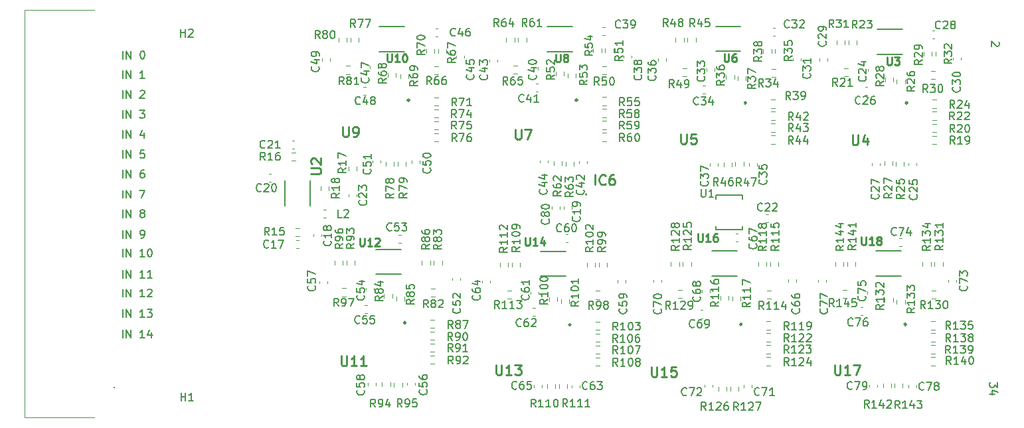
<source format=gbr>
%TF.GenerationSoftware,KiCad,Pcbnew,8.0.7*%
%TF.CreationDate,2025-01-03T10:46:17+01:00*%
%TF.ProjectId,A5256,41353235-362e-46b6-9963-61645f706362,rev?*%
%TF.SameCoordinates,Original*%
%TF.FileFunction,Legend,Top*%
%TF.FilePolarity,Positive*%
%FSLAX46Y46*%
G04 Gerber Fmt 4.6, Leading zero omitted, Abs format (unit mm)*
G04 Created by KiCad (PCBNEW 8.0.7) date 2025-01-03 10:46:17*
%MOMM*%
%LPD*%
G01*
G04 APERTURE LIST*
%ADD10C,0.150000*%
%ADD11C,0.254000*%
%ADD12C,0.250000*%
%ADD13C,0.120000*%
%ADD14C,0.152400*%
%ADD15C,0.200000*%
%ADD16C,0.100000*%
G04 APERTURE END LIST*
D10*
X102136779Y-97299819D02*
X102136779Y-96299819D01*
X102612969Y-97299819D02*
X102612969Y-96299819D01*
X102612969Y-96299819D02*
X103184397Y-97299819D01*
X103184397Y-97299819D02*
X103184397Y-96299819D01*
X104565350Y-96728390D02*
X104470112Y-96680771D01*
X104470112Y-96680771D02*
X104422493Y-96633152D01*
X104422493Y-96633152D02*
X104374874Y-96537914D01*
X104374874Y-96537914D02*
X104374874Y-96490295D01*
X104374874Y-96490295D02*
X104422493Y-96395057D01*
X104422493Y-96395057D02*
X104470112Y-96347438D01*
X104470112Y-96347438D02*
X104565350Y-96299819D01*
X104565350Y-96299819D02*
X104755826Y-96299819D01*
X104755826Y-96299819D02*
X104851064Y-96347438D01*
X104851064Y-96347438D02*
X104898683Y-96395057D01*
X104898683Y-96395057D02*
X104946302Y-96490295D01*
X104946302Y-96490295D02*
X104946302Y-96537914D01*
X104946302Y-96537914D02*
X104898683Y-96633152D01*
X104898683Y-96633152D02*
X104851064Y-96680771D01*
X104851064Y-96680771D02*
X104755826Y-96728390D01*
X104755826Y-96728390D02*
X104565350Y-96728390D01*
X104565350Y-96728390D02*
X104470112Y-96776009D01*
X104470112Y-96776009D02*
X104422493Y-96823628D01*
X104422493Y-96823628D02*
X104374874Y-96918866D01*
X104374874Y-96918866D02*
X104374874Y-97109342D01*
X104374874Y-97109342D02*
X104422493Y-97204580D01*
X104422493Y-97204580D02*
X104470112Y-97252200D01*
X104470112Y-97252200D02*
X104565350Y-97299819D01*
X104565350Y-97299819D02*
X104755826Y-97299819D01*
X104755826Y-97299819D02*
X104851064Y-97252200D01*
X104851064Y-97252200D02*
X104898683Y-97204580D01*
X104898683Y-97204580D02*
X104946302Y-97109342D01*
X104946302Y-97109342D02*
X104946302Y-96918866D01*
X104946302Y-96918866D02*
X104898683Y-96823628D01*
X104898683Y-96823628D02*
X104851064Y-96776009D01*
X104851064Y-96776009D02*
X104755826Y-96728390D01*
X102136779Y-82069819D02*
X102136779Y-81069819D01*
X102612969Y-82069819D02*
X102612969Y-81069819D01*
X102612969Y-81069819D02*
X103184397Y-82069819D01*
X103184397Y-82069819D02*
X103184397Y-81069819D01*
X104374874Y-81165057D02*
X104422493Y-81117438D01*
X104422493Y-81117438D02*
X104517731Y-81069819D01*
X104517731Y-81069819D02*
X104755826Y-81069819D01*
X104755826Y-81069819D02*
X104851064Y-81117438D01*
X104851064Y-81117438D02*
X104898683Y-81165057D01*
X104898683Y-81165057D02*
X104946302Y-81260295D01*
X104946302Y-81260295D02*
X104946302Y-81355533D01*
X104946302Y-81355533D02*
X104898683Y-81498390D01*
X104898683Y-81498390D02*
X104327255Y-82069819D01*
X104327255Y-82069819D02*
X104946302Y-82069819D01*
X102136779Y-79529819D02*
X102136779Y-78529819D01*
X102612969Y-79529819D02*
X102612969Y-78529819D01*
X102612969Y-78529819D02*
X103184397Y-79529819D01*
X103184397Y-79529819D02*
X103184397Y-78529819D01*
X104946302Y-79529819D02*
X104374874Y-79529819D01*
X104660588Y-79529819D02*
X104660588Y-78529819D01*
X104660588Y-78529819D02*
X104565350Y-78672676D01*
X104565350Y-78672676D02*
X104470112Y-78767914D01*
X104470112Y-78767914D02*
X104374874Y-78815533D01*
X102136779Y-94809819D02*
X102136779Y-93809819D01*
X102612969Y-94809819D02*
X102612969Y-93809819D01*
X102612969Y-93809819D02*
X103184397Y-94809819D01*
X103184397Y-94809819D02*
X103184397Y-93809819D01*
X104327255Y-93809819D02*
X104993921Y-93809819D01*
X104993921Y-93809819D02*
X104565350Y-94809819D01*
X102136779Y-110019819D02*
X102136779Y-109019819D01*
X102612969Y-110019819D02*
X102612969Y-109019819D01*
X102612969Y-109019819D02*
X103184397Y-110019819D01*
X103184397Y-110019819D02*
X103184397Y-109019819D01*
X104946302Y-110019819D02*
X104374874Y-110019819D01*
X104660588Y-110019819D02*
X104660588Y-109019819D01*
X104660588Y-109019819D02*
X104565350Y-109162676D01*
X104565350Y-109162676D02*
X104470112Y-109257914D01*
X104470112Y-109257914D02*
X104374874Y-109305533D01*
X105279636Y-109019819D02*
X105898683Y-109019819D01*
X105898683Y-109019819D02*
X105565350Y-109400771D01*
X105565350Y-109400771D02*
X105708207Y-109400771D01*
X105708207Y-109400771D02*
X105803445Y-109448390D01*
X105803445Y-109448390D02*
X105851064Y-109496009D01*
X105851064Y-109496009D02*
X105898683Y-109591247D01*
X105898683Y-109591247D02*
X105898683Y-109829342D01*
X105898683Y-109829342D02*
X105851064Y-109924580D01*
X105851064Y-109924580D02*
X105803445Y-109972200D01*
X105803445Y-109972200D02*
X105708207Y-110019819D01*
X105708207Y-110019819D02*
X105422493Y-110019819D01*
X105422493Y-110019819D02*
X105327255Y-109972200D01*
X105327255Y-109972200D02*
X105279636Y-109924580D01*
X102136779Y-102299819D02*
X102136779Y-101299819D01*
X102612969Y-102299819D02*
X102612969Y-101299819D01*
X102612969Y-101299819D02*
X103184397Y-102299819D01*
X103184397Y-102299819D02*
X103184397Y-101299819D01*
X104946302Y-102299819D02*
X104374874Y-102299819D01*
X104660588Y-102299819D02*
X104660588Y-101299819D01*
X104660588Y-101299819D02*
X104565350Y-101442676D01*
X104565350Y-101442676D02*
X104470112Y-101537914D01*
X104470112Y-101537914D02*
X104374874Y-101585533D01*
X105565350Y-101299819D02*
X105660588Y-101299819D01*
X105660588Y-101299819D02*
X105755826Y-101347438D01*
X105755826Y-101347438D02*
X105803445Y-101395057D01*
X105803445Y-101395057D02*
X105851064Y-101490295D01*
X105851064Y-101490295D02*
X105898683Y-101680771D01*
X105898683Y-101680771D02*
X105898683Y-101918866D01*
X105898683Y-101918866D02*
X105851064Y-102109342D01*
X105851064Y-102109342D02*
X105803445Y-102204580D01*
X105803445Y-102204580D02*
X105755826Y-102252200D01*
X105755826Y-102252200D02*
X105660588Y-102299819D01*
X105660588Y-102299819D02*
X105565350Y-102299819D01*
X105565350Y-102299819D02*
X105470112Y-102252200D01*
X105470112Y-102252200D02*
X105422493Y-102204580D01*
X105422493Y-102204580D02*
X105374874Y-102109342D01*
X105374874Y-102109342D02*
X105327255Y-101918866D01*
X105327255Y-101918866D02*
X105327255Y-101680771D01*
X105327255Y-101680771D02*
X105374874Y-101490295D01*
X105374874Y-101490295D02*
X105422493Y-101395057D01*
X105422493Y-101395057D02*
X105470112Y-101347438D01*
X105470112Y-101347438D02*
X105565350Y-101299819D01*
X102136779Y-84609819D02*
X102136779Y-83609819D01*
X102612969Y-84609819D02*
X102612969Y-83609819D01*
X102612969Y-83609819D02*
X103184397Y-84609819D01*
X103184397Y-84609819D02*
X103184397Y-83609819D01*
X104327255Y-83609819D02*
X104946302Y-83609819D01*
X104946302Y-83609819D02*
X104612969Y-83990771D01*
X104612969Y-83990771D02*
X104755826Y-83990771D01*
X104755826Y-83990771D02*
X104851064Y-84038390D01*
X104851064Y-84038390D02*
X104898683Y-84086009D01*
X104898683Y-84086009D02*
X104946302Y-84181247D01*
X104946302Y-84181247D02*
X104946302Y-84419342D01*
X104946302Y-84419342D02*
X104898683Y-84514580D01*
X104898683Y-84514580D02*
X104851064Y-84562200D01*
X104851064Y-84562200D02*
X104755826Y-84609819D01*
X104755826Y-84609819D02*
X104470112Y-84609819D01*
X104470112Y-84609819D02*
X104374874Y-84562200D01*
X104374874Y-84562200D02*
X104327255Y-84514580D01*
X102136779Y-92219819D02*
X102136779Y-91219819D01*
X102612969Y-92219819D02*
X102612969Y-91219819D01*
X102612969Y-91219819D02*
X103184397Y-92219819D01*
X103184397Y-92219819D02*
X103184397Y-91219819D01*
X104851064Y-91219819D02*
X104660588Y-91219819D01*
X104660588Y-91219819D02*
X104565350Y-91267438D01*
X104565350Y-91267438D02*
X104517731Y-91315057D01*
X104517731Y-91315057D02*
X104422493Y-91457914D01*
X104422493Y-91457914D02*
X104374874Y-91648390D01*
X104374874Y-91648390D02*
X104374874Y-92029342D01*
X104374874Y-92029342D02*
X104422493Y-92124580D01*
X104422493Y-92124580D02*
X104470112Y-92172200D01*
X104470112Y-92172200D02*
X104565350Y-92219819D01*
X104565350Y-92219819D02*
X104755826Y-92219819D01*
X104755826Y-92219819D02*
X104851064Y-92172200D01*
X104851064Y-92172200D02*
X104898683Y-92124580D01*
X104898683Y-92124580D02*
X104946302Y-92029342D01*
X104946302Y-92029342D02*
X104946302Y-91791247D01*
X104946302Y-91791247D02*
X104898683Y-91696009D01*
X104898683Y-91696009D02*
X104851064Y-91648390D01*
X104851064Y-91648390D02*
X104755826Y-91600771D01*
X104755826Y-91600771D02*
X104565350Y-91600771D01*
X104565350Y-91600771D02*
X104470112Y-91648390D01*
X104470112Y-91648390D02*
X104422493Y-91696009D01*
X104422493Y-91696009D02*
X104374874Y-91791247D01*
X102136779Y-87169819D02*
X102136779Y-86169819D01*
X102612969Y-87169819D02*
X102612969Y-86169819D01*
X102612969Y-86169819D02*
X103184397Y-87169819D01*
X103184397Y-87169819D02*
X103184397Y-86169819D01*
X104851064Y-86503152D02*
X104851064Y-87169819D01*
X104612969Y-86122200D02*
X104374874Y-86836485D01*
X104374874Y-86836485D02*
X104993921Y-86836485D01*
X102136779Y-112639819D02*
X102136779Y-111639819D01*
X102612969Y-112639819D02*
X102612969Y-111639819D01*
X102612969Y-111639819D02*
X103184397Y-112639819D01*
X103184397Y-112639819D02*
X103184397Y-111639819D01*
X104946302Y-112639819D02*
X104374874Y-112639819D01*
X104660588Y-112639819D02*
X104660588Y-111639819D01*
X104660588Y-111639819D02*
X104565350Y-111782676D01*
X104565350Y-111782676D02*
X104470112Y-111877914D01*
X104470112Y-111877914D02*
X104374874Y-111925533D01*
X105803445Y-111973152D02*
X105803445Y-112639819D01*
X105565350Y-111592200D02*
X105327255Y-112306485D01*
X105327255Y-112306485D02*
X105946302Y-112306485D01*
X102136779Y-104989819D02*
X102136779Y-103989819D01*
X102612969Y-104989819D02*
X102612969Y-103989819D01*
X102612969Y-103989819D02*
X103184397Y-104989819D01*
X103184397Y-104989819D02*
X103184397Y-103989819D01*
X104946302Y-104989819D02*
X104374874Y-104989819D01*
X104660588Y-104989819D02*
X104660588Y-103989819D01*
X104660588Y-103989819D02*
X104565350Y-104132676D01*
X104565350Y-104132676D02*
X104470112Y-104227914D01*
X104470112Y-104227914D02*
X104374874Y-104275533D01*
X105898683Y-104989819D02*
X105327255Y-104989819D01*
X105612969Y-104989819D02*
X105612969Y-103989819D01*
X105612969Y-103989819D02*
X105517731Y-104132676D01*
X105517731Y-104132676D02*
X105422493Y-104227914D01*
X105422493Y-104227914D02*
X105327255Y-104275533D01*
X102136779Y-89709819D02*
X102136779Y-88709819D01*
X102612969Y-89709819D02*
X102612969Y-88709819D01*
X102612969Y-88709819D02*
X103184397Y-89709819D01*
X103184397Y-89709819D02*
X103184397Y-88709819D01*
X104898683Y-88709819D02*
X104422493Y-88709819D01*
X104422493Y-88709819D02*
X104374874Y-89186009D01*
X104374874Y-89186009D02*
X104422493Y-89138390D01*
X104422493Y-89138390D02*
X104517731Y-89090771D01*
X104517731Y-89090771D02*
X104755826Y-89090771D01*
X104755826Y-89090771D02*
X104851064Y-89138390D01*
X104851064Y-89138390D02*
X104898683Y-89186009D01*
X104898683Y-89186009D02*
X104946302Y-89281247D01*
X104946302Y-89281247D02*
X104946302Y-89519342D01*
X104946302Y-89519342D02*
X104898683Y-89614580D01*
X104898683Y-89614580D02*
X104851064Y-89662200D01*
X104851064Y-89662200D02*
X104755826Y-89709819D01*
X104755826Y-89709819D02*
X104517731Y-89709819D01*
X104517731Y-89709819D02*
X104422493Y-89662200D01*
X104422493Y-89662200D02*
X104374874Y-89614580D01*
X102136779Y-77039819D02*
X102136779Y-76039819D01*
X102612969Y-77039819D02*
X102612969Y-76039819D01*
X102612969Y-76039819D02*
X103184397Y-77039819D01*
X103184397Y-77039819D02*
X103184397Y-76039819D01*
X104612969Y-76039819D02*
X104708207Y-76039819D01*
X104708207Y-76039819D02*
X104803445Y-76087438D01*
X104803445Y-76087438D02*
X104851064Y-76135057D01*
X104851064Y-76135057D02*
X104898683Y-76230295D01*
X104898683Y-76230295D02*
X104946302Y-76420771D01*
X104946302Y-76420771D02*
X104946302Y-76658866D01*
X104946302Y-76658866D02*
X104898683Y-76849342D01*
X104898683Y-76849342D02*
X104851064Y-76944580D01*
X104851064Y-76944580D02*
X104803445Y-76992200D01*
X104803445Y-76992200D02*
X104708207Y-77039819D01*
X104708207Y-77039819D02*
X104612969Y-77039819D01*
X104612969Y-77039819D02*
X104517731Y-76992200D01*
X104517731Y-76992200D02*
X104470112Y-76944580D01*
X104470112Y-76944580D02*
X104422493Y-76849342D01*
X104422493Y-76849342D02*
X104374874Y-76658866D01*
X104374874Y-76658866D02*
X104374874Y-76420771D01*
X104374874Y-76420771D02*
X104422493Y-76230295D01*
X104422493Y-76230295D02*
X104470112Y-76135057D01*
X104470112Y-76135057D02*
X104517731Y-76087438D01*
X104517731Y-76087438D02*
X104612969Y-76039819D01*
X102136779Y-99909819D02*
X102136779Y-98909819D01*
X102612969Y-99909819D02*
X102612969Y-98909819D01*
X102612969Y-98909819D02*
X103184397Y-99909819D01*
X103184397Y-99909819D02*
X103184397Y-98909819D01*
X104470112Y-99909819D02*
X104660588Y-99909819D01*
X104660588Y-99909819D02*
X104755826Y-99862200D01*
X104755826Y-99862200D02*
X104803445Y-99814580D01*
X104803445Y-99814580D02*
X104898683Y-99671723D01*
X104898683Y-99671723D02*
X104946302Y-99481247D01*
X104946302Y-99481247D02*
X104946302Y-99100295D01*
X104946302Y-99100295D02*
X104898683Y-99005057D01*
X104898683Y-99005057D02*
X104851064Y-98957438D01*
X104851064Y-98957438D02*
X104755826Y-98909819D01*
X104755826Y-98909819D02*
X104565350Y-98909819D01*
X104565350Y-98909819D02*
X104470112Y-98957438D01*
X104470112Y-98957438D02*
X104422493Y-99005057D01*
X104422493Y-99005057D02*
X104374874Y-99100295D01*
X104374874Y-99100295D02*
X104374874Y-99338390D01*
X104374874Y-99338390D02*
X104422493Y-99433628D01*
X104422493Y-99433628D02*
X104470112Y-99481247D01*
X104470112Y-99481247D02*
X104565350Y-99528866D01*
X104565350Y-99528866D02*
X104755826Y-99528866D01*
X104755826Y-99528866D02*
X104851064Y-99481247D01*
X104851064Y-99481247D02*
X104898683Y-99433628D01*
X104898683Y-99433628D02*
X104946302Y-99338390D01*
X102136779Y-107429819D02*
X102136779Y-106429819D01*
X102612969Y-107429819D02*
X102612969Y-106429819D01*
X102612969Y-106429819D02*
X103184397Y-107429819D01*
X103184397Y-107429819D02*
X103184397Y-106429819D01*
X104946302Y-107429819D02*
X104374874Y-107429819D01*
X104660588Y-107429819D02*
X104660588Y-106429819D01*
X104660588Y-106429819D02*
X104565350Y-106572676D01*
X104565350Y-106572676D02*
X104470112Y-106667914D01*
X104470112Y-106667914D02*
X104374874Y-106715533D01*
X105327255Y-106525057D02*
X105374874Y-106477438D01*
X105374874Y-106477438D02*
X105470112Y-106429819D01*
X105470112Y-106429819D02*
X105708207Y-106429819D01*
X105708207Y-106429819D02*
X105803445Y-106477438D01*
X105803445Y-106477438D02*
X105851064Y-106525057D01*
X105851064Y-106525057D02*
X105898683Y-106620295D01*
X105898683Y-106620295D02*
X105898683Y-106715533D01*
X105898683Y-106715533D02*
X105851064Y-106858390D01*
X105851064Y-106858390D02*
X105279636Y-107429819D01*
X105279636Y-107429819D02*
X105898683Y-107429819D01*
X144265842Y-115971419D02*
X143932509Y-115495228D01*
X143694414Y-115971419D02*
X143694414Y-114971419D01*
X143694414Y-114971419D02*
X144075366Y-114971419D01*
X144075366Y-114971419D02*
X144170604Y-115019038D01*
X144170604Y-115019038D02*
X144218223Y-115066657D01*
X144218223Y-115066657D02*
X144265842Y-115161895D01*
X144265842Y-115161895D02*
X144265842Y-115304752D01*
X144265842Y-115304752D02*
X144218223Y-115399990D01*
X144218223Y-115399990D02*
X144170604Y-115447609D01*
X144170604Y-115447609D02*
X144075366Y-115495228D01*
X144075366Y-115495228D02*
X143694414Y-115495228D01*
X144742033Y-115971419D02*
X144932509Y-115971419D01*
X144932509Y-115971419D02*
X145027747Y-115923800D01*
X145027747Y-115923800D02*
X145075366Y-115876180D01*
X145075366Y-115876180D02*
X145170604Y-115733323D01*
X145170604Y-115733323D02*
X145218223Y-115542847D01*
X145218223Y-115542847D02*
X145218223Y-115161895D01*
X145218223Y-115161895D02*
X145170604Y-115066657D01*
X145170604Y-115066657D02*
X145122985Y-115019038D01*
X145122985Y-115019038D02*
X145027747Y-114971419D01*
X145027747Y-114971419D02*
X144837271Y-114971419D01*
X144837271Y-114971419D02*
X144742033Y-115019038D01*
X144742033Y-115019038D02*
X144694414Y-115066657D01*
X144694414Y-115066657D02*
X144646795Y-115161895D01*
X144646795Y-115161895D02*
X144646795Y-115399990D01*
X144646795Y-115399990D02*
X144694414Y-115495228D01*
X144694414Y-115495228D02*
X144742033Y-115542847D01*
X144742033Y-115542847D02*
X144837271Y-115590466D01*
X144837271Y-115590466D02*
X145027747Y-115590466D01*
X145027747Y-115590466D02*
X145122985Y-115542847D01*
X145122985Y-115542847D02*
X145170604Y-115495228D01*
X145170604Y-115495228D02*
X145218223Y-115399990D01*
X145599176Y-115066657D02*
X145646795Y-115019038D01*
X145646795Y-115019038D02*
X145742033Y-114971419D01*
X145742033Y-114971419D02*
X145980128Y-114971419D01*
X145980128Y-114971419D02*
X146075366Y-115019038D01*
X146075366Y-115019038D02*
X146122985Y-115066657D01*
X146122985Y-115066657D02*
X146170604Y-115161895D01*
X146170604Y-115161895D02*
X146170604Y-115257133D01*
X146170604Y-115257133D02*
X146122985Y-115399990D01*
X146122985Y-115399990D02*
X145551557Y-115971419D01*
X145551557Y-115971419D02*
X146170604Y-115971419D01*
X133169580Y-95092857D02*
X133217200Y-95140476D01*
X133217200Y-95140476D02*
X133264819Y-95283333D01*
X133264819Y-95283333D02*
X133264819Y-95378571D01*
X133264819Y-95378571D02*
X133217200Y-95521428D01*
X133217200Y-95521428D02*
X133121961Y-95616666D01*
X133121961Y-95616666D02*
X133026723Y-95664285D01*
X133026723Y-95664285D02*
X132836247Y-95711904D01*
X132836247Y-95711904D02*
X132693390Y-95711904D01*
X132693390Y-95711904D02*
X132502914Y-95664285D01*
X132502914Y-95664285D02*
X132407676Y-95616666D01*
X132407676Y-95616666D02*
X132312438Y-95521428D01*
X132312438Y-95521428D02*
X132264819Y-95378571D01*
X132264819Y-95378571D02*
X132264819Y-95283333D01*
X132264819Y-95283333D02*
X132312438Y-95140476D01*
X132312438Y-95140476D02*
X132360057Y-95092857D01*
X132360057Y-94711904D02*
X132312438Y-94664285D01*
X132312438Y-94664285D02*
X132264819Y-94569047D01*
X132264819Y-94569047D02*
X132264819Y-94330952D01*
X132264819Y-94330952D02*
X132312438Y-94235714D01*
X132312438Y-94235714D02*
X132360057Y-94188095D01*
X132360057Y-94188095D02*
X132455295Y-94140476D01*
X132455295Y-94140476D02*
X132550533Y-94140476D01*
X132550533Y-94140476D02*
X132693390Y-94188095D01*
X132693390Y-94188095D02*
X133264819Y-94759523D01*
X133264819Y-94759523D02*
X133264819Y-94140476D01*
X132264819Y-93807142D02*
X132264819Y-93188095D01*
X132264819Y-93188095D02*
X132645771Y-93521428D01*
X132645771Y-93521428D02*
X132645771Y-93378571D01*
X132645771Y-93378571D02*
X132693390Y-93283333D01*
X132693390Y-93283333D02*
X132741009Y-93235714D01*
X132741009Y-93235714D02*
X132836247Y-93188095D01*
X132836247Y-93188095D02*
X133074342Y-93188095D01*
X133074342Y-93188095D02*
X133169580Y-93235714D01*
X133169580Y-93235714D02*
X133217200Y-93283333D01*
X133217200Y-93283333D02*
X133264819Y-93378571D01*
X133264819Y-93378571D02*
X133264819Y-93664285D01*
X133264819Y-93664285D02*
X133217200Y-93759523D01*
X133217200Y-93759523D02*
X133169580Y-93807142D01*
X158092142Y-99019580D02*
X158044523Y-99067200D01*
X158044523Y-99067200D02*
X157901666Y-99114819D01*
X157901666Y-99114819D02*
X157806428Y-99114819D01*
X157806428Y-99114819D02*
X157663571Y-99067200D01*
X157663571Y-99067200D02*
X157568333Y-98971961D01*
X157568333Y-98971961D02*
X157520714Y-98876723D01*
X157520714Y-98876723D02*
X157473095Y-98686247D01*
X157473095Y-98686247D02*
X157473095Y-98543390D01*
X157473095Y-98543390D02*
X157520714Y-98352914D01*
X157520714Y-98352914D02*
X157568333Y-98257676D01*
X157568333Y-98257676D02*
X157663571Y-98162438D01*
X157663571Y-98162438D02*
X157806428Y-98114819D01*
X157806428Y-98114819D02*
X157901666Y-98114819D01*
X157901666Y-98114819D02*
X158044523Y-98162438D01*
X158044523Y-98162438D02*
X158092142Y-98210057D01*
X158949285Y-98114819D02*
X158758809Y-98114819D01*
X158758809Y-98114819D02*
X158663571Y-98162438D01*
X158663571Y-98162438D02*
X158615952Y-98210057D01*
X158615952Y-98210057D02*
X158520714Y-98352914D01*
X158520714Y-98352914D02*
X158473095Y-98543390D01*
X158473095Y-98543390D02*
X158473095Y-98924342D01*
X158473095Y-98924342D02*
X158520714Y-99019580D01*
X158520714Y-99019580D02*
X158568333Y-99067200D01*
X158568333Y-99067200D02*
X158663571Y-99114819D01*
X158663571Y-99114819D02*
X158854047Y-99114819D01*
X158854047Y-99114819D02*
X158949285Y-99067200D01*
X158949285Y-99067200D02*
X158996904Y-99019580D01*
X158996904Y-99019580D02*
X159044523Y-98924342D01*
X159044523Y-98924342D02*
X159044523Y-98686247D01*
X159044523Y-98686247D02*
X158996904Y-98591009D01*
X158996904Y-98591009D02*
X158949285Y-98543390D01*
X158949285Y-98543390D02*
X158854047Y-98495771D01*
X158854047Y-98495771D02*
X158663571Y-98495771D01*
X158663571Y-98495771D02*
X158568333Y-98543390D01*
X158568333Y-98543390D02*
X158520714Y-98591009D01*
X158520714Y-98591009D02*
X158473095Y-98686247D01*
X159663571Y-98114819D02*
X159758809Y-98114819D01*
X159758809Y-98114819D02*
X159854047Y-98162438D01*
X159854047Y-98162438D02*
X159901666Y-98210057D01*
X159901666Y-98210057D02*
X159949285Y-98305295D01*
X159949285Y-98305295D02*
X159996904Y-98495771D01*
X159996904Y-98495771D02*
X159996904Y-98733866D01*
X159996904Y-98733866D02*
X159949285Y-98924342D01*
X159949285Y-98924342D02*
X159901666Y-99019580D01*
X159901666Y-99019580D02*
X159854047Y-99067200D01*
X159854047Y-99067200D02*
X159758809Y-99114819D01*
X159758809Y-99114819D02*
X159663571Y-99114819D01*
X159663571Y-99114819D02*
X159568333Y-99067200D01*
X159568333Y-99067200D02*
X159520714Y-99019580D01*
X159520714Y-99019580D02*
X159473095Y-98924342D01*
X159473095Y-98924342D02*
X159425476Y-98733866D01*
X159425476Y-98733866D02*
X159425476Y-98495771D01*
X159425476Y-98495771D02*
X159473095Y-98305295D01*
X159473095Y-98305295D02*
X159520714Y-98210057D01*
X159520714Y-98210057D02*
X159568333Y-98162438D01*
X159568333Y-98162438D02*
X159663571Y-98114819D01*
X130644819Y-91002857D02*
X130168628Y-91336190D01*
X130644819Y-91574285D02*
X129644819Y-91574285D01*
X129644819Y-91574285D02*
X129644819Y-91193333D01*
X129644819Y-91193333D02*
X129692438Y-91098095D01*
X129692438Y-91098095D02*
X129740057Y-91050476D01*
X129740057Y-91050476D02*
X129835295Y-91002857D01*
X129835295Y-91002857D02*
X129978152Y-91002857D01*
X129978152Y-91002857D02*
X130073390Y-91050476D01*
X130073390Y-91050476D02*
X130121009Y-91098095D01*
X130121009Y-91098095D02*
X130168628Y-91193333D01*
X130168628Y-91193333D02*
X130168628Y-91574285D01*
X130644819Y-90050476D02*
X130644819Y-90621904D01*
X130644819Y-90336190D02*
X129644819Y-90336190D01*
X129644819Y-90336190D02*
X129787676Y-90431428D01*
X129787676Y-90431428D02*
X129882914Y-90526666D01*
X129882914Y-90526666D02*
X129930533Y-90621904D01*
X129644819Y-89717142D02*
X129644819Y-89050476D01*
X129644819Y-89050476D02*
X130644819Y-89479047D01*
X132427142Y-82779580D02*
X132379523Y-82827200D01*
X132379523Y-82827200D02*
X132236666Y-82874819D01*
X132236666Y-82874819D02*
X132141428Y-82874819D01*
X132141428Y-82874819D02*
X131998571Y-82827200D01*
X131998571Y-82827200D02*
X131903333Y-82731961D01*
X131903333Y-82731961D02*
X131855714Y-82636723D01*
X131855714Y-82636723D02*
X131808095Y-82446247D01*
X131808095Y-82446247D02*
X131808095Y-82303390D01*
X131808095Y-82303390D02*
X131855714Y-82112914D01*
X131855714Y-82112914D02*
X131903333Y-82017676D01*
X131903333Y-82017676D02*
X131998571Y-81922438D01*
X131998571Y-81922438D02*
X132141428Y-81874819D01*
X132141428Y-81874819D02*
X132236666Y-81874819D01*
X132236666Y-81874819D02*
X132379523Y-81922438D01*
X132379523Y-81922438D02*
X132427142Y-81970057D01*
X133284285Y-82208152D02*
X133284285Y-82874819D01*
X133046190Y-81827200D02*
X132808095Y-82541485D01*
X132808095Y-82541485D02*
X133427142Y-82541485D01*
X133950952Y-82303390D02*
X133855714Y-82255771D01*
X133855714Y-82255771D02*
X133808095Y-82208152D01*
X133808095Y-82208152D02*
X133760476Y-82112914D01*
X133760476Y-82112914D02*
X133760476Y-82065295D01*
X133760476Y-82065295D02*
X133808095Y-81970057D01*
X133808095Y-81970057D02*
X133855714Y-81922438D01*
X133855714Y-81922438D02*
X133950952Y-81874819D01*
X133950952Y-81874819D02*
X134141428Y-81874819D01*
X134141428Y-81874819D02*
X134236666Y-81922438D01*
X134236666Y-81922438D02*
X134284285Y-81970057D01*
X134284285Y-81970057D02*
X134331904Y-82065295D01*
X134331904Y-82065295D02*
X134331904Y-82112914D01*
X134331904Y-82112914D02*
X134284285Y-82208152D01*
X134284285Y-82208152D02*
X134236666Y-82255771D01*
X134236666Y-82255771D02*
X134141428Y-82303390D01*
X134141428Y-82303390D02*
X133950952Y-82303390D01*
X133950952Y-82303390D02*
X133855714Y-82351009D01*
X133855714Y-82351009D02*
X133808095Y-82398628D01*
X133808095Y-82398628D02*
X133760476Y-82493866D01*
X133760476Y-82493866D02*
X133760476Y-82684342D01*
X133760476Y-82684342D02*
X133808095Y-82779580D01*
X133808095Y-82779580D02*
X133855714Y-82827200D01*
X133855714Y-82827200D02*
X133950952Y-82874819D01*
X133950952Y-82874819D02*
X134141428Y-82874819D01*
X134141428Y-82874819D02*
X134236666Y-82827200D01*
X134236666Y-82827200D02*
X134284285Y-82779580D01*
X134284285Y-82779580D02*
X134331904Y-82684342D01*
X134331904Y-82684342D02*
X134331904Y-82493866D01*
X134331904Y-82493866D02*
X134284285Y-82398628D01*
X134284285Y-82398628D02*
X134236666Y-82351009D01*
X134236666Y-82351009D02*
X134141428Y-82303390D01*
X191749580Y-74812857D02*
X191797200Y-74860476D01*
X191797200Y-74860476D02*
X191844819Y-75003333D01*
X191844819Y-75003333D02*
X191844819Y-75098571D01*
X191844819Y-75098571D02*
X191797200Y-75241428D01*
X191797200Y-75241428D02*
X191701961Y-75336666D01*
X191701961Y-75336666D02*
X191606723Y-75384285D01*
X191606723Y-75384285D02*
X191416247Y-75431904D01*
X191416247Y-75431904D02*
X191273390Y-75431904D01*
X191273390Y-75431904D02*
X191082914Y-75384285D01*
X191082914Y-75384285D02*
X190987676Y-75336666D01*
X190987676Y-75336666D02*
X190892438Y-75241428D01*
X190892438Y-75241428D02*
X190844819Y-75098571D01*
X190844819Y-75098571D02*
X190844819Y-75003333D01*
X190844819Y-75003333D02*
X190892438Y-74860476D01*
X190892438Y-74860476D02*
X190940057Y-74812857D01*
X190940057Y-74431904D02*
X190892438Y-74384285D01*
X190892438Y-74384285D02*
X190844819Y-74289047D01*
X190844819Y-74289047D02*
X190844819Y-74050952D01*
X190844819Y-74050952D02*
X190892438Y-73955714D01*
X190892438Y-73955714D02*
X190940057Y-73908095D01*
X190940057Y-73908095D02*
X191035295Y-73860476D01*
X191035295Y-73860476D02*
X191130533Y-73860476D01*
X191130533Y-73860476D02*
X191273390Y-73908095D01*
X191273390Y-73908095D02*
X191844819Y-74479523D01*
X191844819Y-74479523D02*
X191844819Y-73860476D01*
X191844819Y-73384285D02*
X191844819Y-73193809D01*
X191844819Y-73193809D02*
X191797200Y-73098571D01*
X191797200Y-73098571D02*
X191749580Y-73050952D01*
X191749580Y-73050952D02*
X191606723Y-72955714D01*
X191606723Y-72955714D02*
X191416247Y-72908095D01*
X191416247Y-72908095D02*
X191035295Y-72908095D01*
X191035295Y-72908095D02*
X190940057Y-72955714D01*
X190940057Y-72955714D02*
X190892438Y-73003333D01*
X190892438Y-73003333D02*
X190844819Y-73098571D01*
X190844819Y-73098571D02*
X190844819Y-73289047D01*
X190844819Y-73289047D02*
X190892438Y-73384285D01*
X190892438Y-73384285D02*
X190940057Y-73431904D01*
X190940057Y-73431904D02*
X191035295Y-73479523D01*
X191035295Y-73479523D02*
X191273390Y-73479523D01*
X191273390Y-73479523D02*
X191368628Y-73431904D01*
X191368628Y-73431904D02*
X191416247Y-73384285D01*
X191416247Y-73384285D02*
X191463866Y-73289047D01*
X191463866Y-73289047D02*
X191463866Y-73098571D01*
X191463866Y-73098571D02*
X191416247Y-73003333D01*
X191416247Y-73003333D02*
X191368628Y-72955714D01*
X191368628Y-72955714D02*
X191273390Y-72908095D01*
X165268352Y-116236019D02*
X164935019Y-115759828D01*
X164696924Y-116236019D02*
X164696924Y-115236019D01*
X164696924Y-115236019D02*
X165077876Y-115236019D01*
X165077876Y-115236019D02*
X165173114Y-115283638D01*
X165173114Y-115283638D02*
X165220733Y-115331257D01*
X165220733Y-115331257D02*
X165268352Y-115426495D01*
X165268352Y-115426495D02*
X165268352Y-115569352D01*
X165268352Y-115569352D02*
X165220733Y-115664590D01*
X165220733Y-115664590D02*
X165173114Y-115712209D01*
X165173114Y-115712209D02*
X165077876Y-115759828D01*
X165077876Y-115759828D02*
X164696924Y-115759828D01*
X166220733Y-116236019D02*
X165649305Y-116236019D01*
X165935019Y-116236019D02*
X165935019Y-115236019D01*
X165935019Y-115236019D02*
X165839781Y-115378876D01*
X165839781Y-115378876D02*
X165744543Y-115474114D01*
X165744543Y-115474114D02*
X165649305Y-115521733D01*
X166839781Y-115236019D02*
X166935019Y-115236019D01*
X166935019Y-115236019D02*
X167030257Y-115283638D01*
X167030257Y-115283638D02*
X167077876Y-115331257D01*
X167077876Y-115331257D02*
X167125495Y-115426495D01*
X167125495Y-115426495D02*
X167173114Y-115616971D01*
X167173114Y-115616971D02*
X167173114Y-115855066D01*
X167173114Y-115855066D02*
X167125495Y-116045542D01*
X167125495Y-116045542D02*
X167077876Y-116140780D01*
X167077876Y-116140780D02*
X167030257Y-116188400D01*
X167030257Y-116188400D02*
X166935019Y-116236019D01*
X166935019Y-116236019D02*
X166839781Y-116236019D01*
X166839781Y-116236019D02*
X166744543Y-116188400D01*
X166744543Y-116188400D02*
X166696924Y-116140780D01*
X166696924Y-116140780D02*
X166649305Y-116045542D01*
X166649305Y-116045542D02*
X166601686Y-115855066D01*
X166601686Y-115855066D02*
X166601686Y-115616971D01*
X166601686Y-115616971D02*
X166649305Y-115426495D01*
X166649305Y-115426495D02*
X166696924Y-115331257D01*
X166696924Y-115331257D02*
X166744543Y-115283638D01*
X166744543Y-115283638D02*
X166839781Y-115236019D01*
X167744543Y-115664590D02*
X167649305Y-115616971D01*
X167649305Y-115616971D02*
X167601686Y-115569352D01*
X167601686Y-115569352D02*
X167554067Y-115474114D01*
X167554067Y-115474114D02*
X167554067Y-115426495D01*
X167554067Y-115426495D02*
X167601686Y-115331257D01*
X167601686Y-115331257D02*
X167649305Y-115283638D01*
X167649305Y-115283638D02*
X167744543Y-115236019D01*
X167744543Y-115236019D02*
X167935019Y-115236019D01*
X167935019Y-115236019D02*
X168030257Y-115283638D01*
X168030257Y-115283638D02*
X168077876Y-115331257D01*
X168077876Y-115331257D02*
X168125495Y-115426495D01*
X168125495Y-115426495D02*
X168125495Y-115474114D01*
X168125495Y-115474114D02*
X168077876Y-115569352D01*
X168077876Y-115569352D02*
X168030257Y-115616971D01*
X168030257Y-115616971D02*
X167935019Y-115664590D01*
X167935019Y-115664590D02*
X167744543Y-115664590D01*
X167744543Y-115664590D02*
X167649305Y-115712209D01*
X167649305Y-115712209D02*
X167601686Y-115759828D01*
X167601686Y-115759828D02*
X167554067Y-115855066D01*
X167554067Y-115855066D02*
X167554067Y-116045542D01*
X167554067Y-116045542D02*
X167601686Y-116140780D01*
X167601686Y-116140780D02*
X167649305Y-116188400D01*
X167649305Y-116188400D02*
X167744543Y-116236019D01*
X167744543Y-116236019D02*
X167935019Y-116236019D01*
X167935019Y-116236019D02*
X168030257Y-116188400D01*
X168030257Y-116188400D02*
X168077876Y-116140780D01*
X168077876Y-116140780D02*
X168125495Y-116045542D01*
X168125495Y-116045542D02*
X168125495Y-115855066D01*
X168125495Y-115855066D02*
X168077876Y-115759828D01*
X168077876Y-115759828D02*
X168030257Y-115712209D01*
X168030257Y-115712209D02*
X167935019Y-115664590D01*
X194072219Y-100865747D02*
X193596028Y-101199080D01*
X194072219Y-101437175D02*
X193072219Y-101437175D01*
X193072219Y-101437175D02*
X193072219Y-101056223D01*
X193072219Y-101056223D02*
X193119838Y-100960985D01*
X193119838Y-100960985D02*
X193167457Y-100913366D01*
X193167457Y-100913366D02*
X193262695Y-100865747D01*
X193262695Y-100865747D02*
X193405552Y-100865747D01*
X193405552Y-100865747D02*
X193500790Y-100913366D01*
X193500790Y-100913366D02*
X193548409Y-100960985D01*
X193548409Y-100960985D02*
X193596028Y-101056223D01*
X193596028Y-101056223D02*
X193596028Y-101437175D01*
X194072219Y-99913366D02*
X194072219Y-100484794D01*
X194072219Y-100199080D02*
X193072219Y-100199080D01*
X193072219Y-100199080D02*
X193215076Y-100294318D01*
X193215076Y-100294318D02*
X193310314Y-100389556D01*
X193310314Y-100389556D02*
X193357933Y-100484794D01*
X193405552Y-99056223D02*
X194072219Y-99056223D01*
X193024600Y-99294318D02*
X193738885Y-99532413D01*
X193738885Y-99532413D02*
X193738885Y-98913366D01*
X193405552Y-98103842D02*
X194072219Y-98103842D01*
X193024600Y-98341937D02*
X193738885Y-98580032D01*
X193738885Y-98580032D02*
X193738885Y-97960985D01*
X171980952Y-108974819D02*
X171647619Y-108498628D01*
X171409524Y-108974819D02*
X171409524Y-107974819D01*
X171409524Y-107974819D02*
X171790476Y-107974819D01*
X171790476Y-107974819D02*
X171885714Y-108022438D01*
X171885714Y-108022438D02*
X171933333Y-108070057D01*
X171933333Y-108070057D02*
X171980952Y-108165295D01*
X171980952Y-108165295D02*
X171980952Y-108308152D01*
X171980952Y-108308152D02*
X171933333Y-108403390D01*
X171933333Y-108403390D02*
X171885714Y-108451009D01*
X171885714Y-108451009D02*
X171790476Y-108498628D01*
X171790476Y-108498628D02*
X171409524Y-108498628D01*
X172933333Y-108974819D02*
X172361905Y-108974819D01*
X172647619Y-108974819D02*
X172647619Y-107974819D01*
X172647619Y-107974819D02*
X172552381Y-108117676D01*
X172552381Y-108117676D02*
X172457143Y-108212914D01*
X172457143Y-108212914D02*
X172361905Y-108260533D01*
X173314286Y-108070057D02*
X173361905Y-108022438D01*
X173361905Y-108022438D02*
X173457143Y-107974819D01*
X173457143Y-107974819D02*
X173695238Y-107974819D01*
X173695238Y-107974819D02*
X173790476Y-108022438D01*
X173790476Y-108022438D02*
X173838095Y-108070057D01*
X173838095Y-108070057D02*
X173885714Y-108165295D01*
X173885714Y-108165295D02*
X173885714Y-108260533D01*
X173885714Y-108260533D02*
X173838095Y-108403390D01*
X173838095Y-108403390D02*
X173266667Y-108974819D01*
X173266667Y-108974819D02*
X173885714Y-108974819D01*
X174361905Y-108974819D02*
X174552381Y-108974819D01*
X174552381Y-108974819D02*
X174647619Y-108927200D01*
X174647619Y-108927200D02*
X174695238Y-108879580D01*
X174695238Y-108879580D02*
X174790476Y-108736723D01*
X174790476Y-108736723D02*
X174838095Y-108546247D01*
X174838095Y-108546247D02*
X174838095Y-108165295D01*
X174838095Y-108165295D02*
X174790476Y-108070057D01*
X174790476Y-108070057D02*
X174742857Y-108022438D01*
X174742857Y-108022438D02*
X174647619Y-107974819D01*
X174647619Y-107974819D02*
X174457143Y-107974819D01*
X174457143Y-107974819D02*
X174361905Y-108022438D01*
X174361905Y-108022438D02*
X174314286Y-108070057D01*
X174314286Y-108070057D02*
X174266667Y-108165295D01*
X174266667Y-108165295D02*
X174266667Y-108403390D01*
X174266667Y-108403390D02*
X174314286Y-108498628D01*
X174314286Y-108498628D02*
X174361905Y-108546247D01*
X174361905Y-108546247D02*
X174457143Y-108593866D01*
X174457143Y-108593866D02*
X174647619Y-108593866D01*
X174647619Y-108593866D02*
X174742857Y-108546247D01*
X174742857Y-108546247D02*
X174790476Y-108498628D01*
X174790476Y-108498628D02*
X174838095Y-108403390D01*
X203124819Y-108839047D02*
X202648628Y-109172380D01*
X203124819Y-109410475D02*
X202124819Y-109410475D01*
X202124819Y-109410475D02*
X202124819Y-109029523D01*
X202124819Y-109029523D02*
X202172438Y-108934285D01*
X202172438Y-108934285D02*
X202220057Y-108886666D01*
X202220057Y-108886666D02*
X202315295Y-108839047D01*
X202315295Y-108839047D02*
X202458152Y-108839047D01*
X202458152Y-108839047D02*
X202553390Y-108886666D01*
X202553390Y-108886666D02*
X202601009Y-108934285D01*
X202601009Y-108934285D02*
X202648628Y-109029523D01*
X202648628Y-109029523D02*
X202648628Y-109410475D01*
X203124819Y-107886666D02*
X203124819Y-108458094D01*
X203124819Y-108172380D02*
X202124819Y-108172380D01*
X202124819Y-108172380D02*
X202267676Y-108267618D01*
X202267676Y-108267618D02*
X202362914Y-108362856D01*
X202362914Y-108362856D02*
X202410533Y-108458094D01*
X202124819Y-107553332D02*
X202124819Y-106934285D01*
X202124819Y-106934285D02*
X202505771Y-107267618D01*
X202505771Y-107267618D02*
X202505771Y-107124761D01*
X202505771Y-107124761D02*
X202553390Y-107029523D01*
X202553390Y-107029523D02*
X202601009Y-106981904D01*
X202601009Y-106981904D02*
X202696247Y-106934285D01*
X202696247Y-106934285D02*
X202934342Y-106934285D01*
X202934342Y-106934285D02*
X203029580Y-106981904D01*
X203029580Y-106981904D02*
X203077200Y-107029523D01*
X203077200Y-107029523D02*
X203124819Y-107124761D01*
X203124819Y-107124761D02*
X203124819Y-107410475D01*
X203124819Y-107410475D02*
X203077200Y-107505713D01*
X203077200Y-107505713D02*
X203029580Y-107553332D01*
X202124819Y-106600951D02*
X202124819Y-105981904D01*
X202124819Y-105981904D02*
X202505771Y-106315237D01*
X202505771Y-106315237D02*
X202505771Y-106172380D01*
X202505771Y-106172380D02*
X202553390Y-106077142D01*
X202553390Y-106077142D02*
X202601009Y-106029523D01*
X202601009Y-106029523D02*
X202696247Y-105981904D01*
X202696247Y-105981904D02*
X202934342Y-105981904D01*
X202934342Y-105981904D02*
X203029580Y-106029523D01*
X203029580Y-106029523D02*
X203077200Y-106077142D01*
X203077200Y-106077142D02*
X203124819Y-106172380D01*
X203124819Y-106172380D02*
X203124819Y-106458094D01*
X203124819Y-106458094D02*
X203077200Y-106553332D01*
X203077200Y-106553332D02*
X203029580Y-106600951D01*
X120737142Y-101079580D02*
X120689523Y-101127200D01*
X120689523Y-101127200D02*
X120546666Y-101174819D01*
X120546666Y-101174819D02*
X120451428Y-101174819D01*
X120451428Y-101174819D02*
X120308571Y-101127200D01*
X120308571Y-101127200D02*
X120213333Y-101031961D01*
X120213333Y-101031961D02*
X120165714Y-100936723D01*
X120165714Y-100936723D02*
X120118095Y-100746247D01*
X120118095Y-100746247D02*
X120118095Y-100603390D01*
X120118095Y-100603390D02*
X120165714Y-100412914D01*
X120165714Y-100412914D02*
X120213333Y-100317676D01*
X120213333Y-100317676D02*
X120308571Y-100222438D01*
X120308571Y-100222438D02*
X120451428Y-100174819D01*
X120451428Y-100174819D02*
X120546666Y-100174819D01*
X120546666Y-100174819D02*
X120689523Y-100222438D01*
X120689523Y-100222438D02*
X120737142Y-100270057D01*
X121689523Y-101174819D02*
X121118095Y-101174819D01*
X121403809Y-101174819D02*
X121403809Y-100174819D01*
X121403809Y-100174819D02*
X121308571Y-100317676D01*
X121308571Y-100317676D02*
X121213333Y-100412914D01*
X121213333Y-100412914D02*
X121118095Y-100460533D01*
X122022857Y-100174819D02*
X122689523Y-100174819D01*
X122689523Y-100174819D02*
X122260952Y-101174819D01*
X206397142Y-73129580D02*
X206349523Y-73177200D01*
X206349523Y-73177200D02*
X206206666Y-73224819D01*
X206206666Y-73224819D02*
X206111428Y-73224819D01*
X206111428Y-73224819D02*
X205968571Y-73177200D01*
X205968571Y-73177200D02*
X205873333Y-73081961D01*
X205873333Y-73081961D02*
X205825714Y-72986723D01*
X205825714Y-72986723D02*
X205778095Y-72796247D01*
X205778095Y-72796247D02*
X205778095Y-72653390D01*
X205778095Y-72653390D02*
X205825714Y-72462914D01*
X205825714Y-72462914D02*
X205873333Y-72367676D01*
X205873333Y-72367676D02*
X205968571Y-72272438D01*
X205968571Y-72272438D02*
X206111428Y-72224819D01*
X206111428Y-72224819D02*
X206206666Y-72224819D01*
X206206666Y-72224819D02*
X206349523Y-72272438D01*
X206349523Y-72272438D02*
X206397142Y-72320057D01*
X206778095Y-72320057D02*
X206825714Y-72272438D01*
X206825714Y-72272438D02*
X206920952Y-72224819D01*
X206920952Y-72224819D02*
X207159047Y-72224819D01*
X207159047Y-72224819D02*
X207254285Y-72272438D01*
X207254285Y-72272438D02*
X207301904Y-72320057D01*
X207301904Y-72320057D02*
X207349523Y-72415295D01*
X207349523Y-72415295D02*
X207349523Y-72510533D01*
X207349523Y-72510533D02*
X207301904Y-72653390D01*
X207301904Y-72653390D02*
X206730476Y-73224819D01*
X206730476Y-73224819D02*
X207349523Y-73224819D01*
X207920952Y-72653390D02*
X207825714Y-72605771D01*
X207825714Y-72605771D02*
X207778095Y-72558152D01*
X207778095Y-72558152D02*
X207730476Y-72462914D01*
X207730476Y-72462914D02*
X207730476Y-72415295D01*
X207730476Y-72415295D02*
X207778095Y-72320057D01*
X207778095Y-72320057D02*
X207825714Y-72272438D01*
X207825714Y-72272438D02*
X207920952Y-72224819D01*
X207920952Y-72224819D02*
X208111428Y-72224819D01*
X208111428Y-72224819D02*
X208206666Y-72272438D01*
X208206666Y-72272438D02*
X208254285Y-72320057D01*
X208254285Y-72320057D02*
X208301904Y-72415295D01*
X208301904Y-72415295D02*
X208301904Y-72462914D01*
X208301904Y-72462914D02*
X208254285Y-72558152D01*
X208254285Y-72558152D02*
X208206666Y-72605771D01*
X208206666Y-72605771D02*
X208111428Y-72653390D01*
X208111428Y-72653390D02*
X207920952Y-72653390D01*
X207920952Y-72653390D02*
X207825714Y-72701009D01*
X207825714Y-72701009D02*
X207778095Y-72748628D01*
X207778095Y-72748628D02*
X207730476Y-72843866D01*
X207730476Y-72843866D02*
X207730476Y-73034342D01*
X207730476Y-73034342D02*
X207778095Y-73129580D01*
X207778095Y-73129580D02*
X207825714Y-73177200D01*
X207825714Y-73177200D02*
X207920952Y-73224819D01*
X207920952Y-73224819D02*
X208111428Y-73224819D01*
X208111428Y-73224819D02*
X208206666Y-73177200D01*
X208206666Y-73177200D02*
X208254285Y-73129580D01*
X208254285Y-73129580D02*
X208301904Y-73034342D01*
X208301904Y-73034342D02*
X208301904Y-72843866D01*
X208301904Y-72843866D02*
X208254285Y-72748628D01*
X208254285Y-72748628D02*
X208206666Y-72701009D01*
X208206666Y-72701009D02*
X208111428Y-72653390D01*
X130093333Y-97284819D02*
X129617143Y-97284819D01*
X129617143Y-97284819D02*
X129617143Y-96284819D01*
X130379048Y-96380057D02*
X130426667Y-96332438D01*
X130426667Y-96332438D02*
X130521905Y-96284819D01*
X130521905Y-96284819D02*
X130760000Y-96284819D01*
X130760000Y-96284819D02*
X130855238Y-96332438D01*
X130855238Y-96332438D02*
X130902857Y-96380057D01*
X130902857Y-96380057D02*
X130950476Y-96475295D01*
X130950476Y-96475295D02*
X130950476Y-96570533D01*
X130950476Y-96570533D02*
X130902857Y-96713390D01*
X130902857Y-96713390D02*
X130331429Y-97284819D01*
X130331429Y-97284819D02*
X130950476Y-97284819D01*
X131827142Y-72994819D02*
X131493809Y-72518628D01*
X131255714Y-72994819D02*
X131255714Y-71994819D01*
X131255714Y-71994819D02*
X131636666Y-71994819D01*
X131636666Y-71994819D02*
X131731904Y-72042438D01*
X131731904Y-72042438D02*
X131779523Y-72090057D01*
X131779523Y-72090057D02*
X131827142Y-72185295D01*
X131827142Y-72185295D02*
X131827142Y-72328152D01*
X131827142Y-72328152D02*
X131779523Y-72423390D01*
X131779523Y-72423390D02*
X131731904Y-72471009D01*
X131731904Y-72471009D02*
X131636666Y-72518628D01*
X131636666Y-72518628D02*
X131255714Y-72518628D01*
X132160476Y-71994819D02*
X132827142Y-71994819D01*
X132827142Y-71994819D02*
X132398571Y-72994819D01*
X133112857Y-71994819D02*
X133779523Y-71994819D01*
X133779523Y-71994819D02*
X133350952Y-72994819D01*
X183890852Y-109011519D02*
X183557519Y-108535328D01*
X183319424Y-109011519D02*
X183319424Y-108011519D01*
X183319424Y-108011519D02*
X183700376Y-108011519D01*
X183700376Y-108011519D02*
X183795614Y-108059138D01*
X183795614Y-108059138D02*
X183843233Y-108106757D01*
X183843233Y-108106757D02*
X183890852Y-108201995D01*
X183890852Y-108201995D02*
X183890852Y-108344852D01*
X183890852Y-108344852D02*
X183843233Y-108440090D01*
X183843233Y-108440090D02*
X183795614Y-108487709D01*
X183795614Y-108487709D02*
X183700376Y-108535328D01*
X183700376Y-108535328D02*
X183319424Y-108535328D01*
X184843233Y-109011519D02*
X184271805Y-109011519D01*
X184557519Y-109011519D02*
X184557519Y-108011519D01*
X184557519Y-108011519D02*
X184462281Y-108154376D01*
X184462281Y-108154376D02*
X184367043Y-108249614D01*
X184367043Y-108249614D02*
X184271805Y-108297233D01*
X185795614Y-109011519D02*
X185224186Y-109011519D01*
X185509900Y-109011519D02*
X185509900Y-108011519D01*
X185509900Y-108011519D02*
X185414662Y-108154376D01*
X185414662Y-108154376D02*
X185319424Y-108249614D01*
X185319424Y-108249614D02*
X185224186Y-108297233D01*
X186652757Y-108344852D02*
X186652757Y-109011519D01*
X186414662Y-107963900D02*
X186176567Y-108678185D01*
X186176567Y-108678185D02*
X186795614Y-108678185D01*
X171677142Y-72924819D02*
X171343809Y-72448628D01*
X171105714Y-72924819D02*
X171105714Y-71924819D01*
X171105714Y-71924819D02*
X171486666Y-71924819D01*
X171486666Y-71924819D02*
X171581904Y-71972438D01*
X171581904Y-71972438D02*
X171629523Y-72020057D01*
X171629523Y-72020057D02*
X171677142Y-72115295D01*
X171677142Y-72115295D02*
X171677142Y-72258152D01*
X171677142Y-72258152D02*
X171629523Y-72353390D01*
X171629523Y-72353390D02*
X171581904Y-72401009D01*
X171581904Y-72401009D02*
X171486666Y-72448628D01*
X171486666Y-72448628D02*
X171105714Y-72448628D01*
X172534285Y-72258152D02*
X172534285Y-72924819D01*
X172296190Y-71877200D02*
X172058095Y-72591485D01*
X172058095Y-72591485D02*
X172677142Y-72591485D01*
X173200952Y-72353390D02*
X173105714Y-72305771D01*
X173105714Y-72305771D02*
X173058095Y-72258152D01*
X173058095Y-72258152D02*
X173010476Y-72162914D01*
X173010476Y-72162914D02*
X173010476Y-72115295D01*
X173010476Y-72115295D02*
X173058095Y-72020057D01*
X173058095Y-72020057D02*
X173105714Y-71972438D01*
X173105714Y-71972438D02*
X173200952Y-71924819D01*
X173200952Y-71924819D02*
X173391428Y-71924819D01*
X173391428Y-71924819D02*
X173486666Y-71972438D01*
X173486666Y-71972438D02*
X173534285Y-72020057D01*
X173534285Y-72020057D02*
X173581904Y-72115295D01*
X173581904Y-72115295D02*
X173581904Y-72162914D01*
X173581904Y-72162914D02*
X173534285Y-72258152D01*
X173534285Y-72258152D02*
X173486666Y-72305771D01*
X173486666Y-72305771D02*
X173391428Y-72353390D01*
X173391428Y-72353390D02*
X173200952Y-72353390D01*
X173200952Y-72353390D02*
X173105714Y-72401009D01*
X173105714Y-72401009D02*
X173058095Y-72448628D01*
X173058095Y-72448628D02*
X173010476Y-72543866D01*
X173010476Y-72543866D02*
X173010476Y-72734342D01*
X173010476Y-72734342D02*
X173058095Y-72829580D01*
X173058095Y-72829580D02*
X173105714Y-72877200D01*
X173105714Y-72877200D02*
X173200952Y-72924819D01*
X173200952Y-72924819D02*
X173391428Y-72924819D01*
X173391428Y-72924819D02*
X173486666Y-72877200D01*
X173486666Y-72877200D02*
X173534285Y-72829580D01*
X173534285Y-72829580D02*
X173581904Y-72734342D01*
X173581904Y-72734342D02*
X173581904Y-72543866D01*
X173581904Y-72543866D02*
X173534285Y-72448628D01*
X173534285Y-72448628D02*
X173486666Y-72401009D01*
X173486666Y-72401009D02*
X173391428Y-72353390D01*
X204777142Y-81324819D02*
X204443809Y-80848628D01*
X204205714Y-81324819D02*
X204205714Y-80324819D01*
X204205714Y-80324819D02*
X204586666Y-80324819D01*
X204586666Y-80324819D02*
X204681904Y-80372438D01*
X204681904Y-80372438D02*
X204729523Y-80420057D01*
X204729523Y-80420057D02*
X204777142Y-80515295D01*
X204777142Y-80515295D02*
X204777142Y-80658152D01*
X204777142Y-80658152D02*
X204729523Y-80753390D01*
X204729523Y-80753390D02*
X204681904Y-80801009D01*
X204681904Y-80801009D02*
X204586666Y-80848628D01*
X204586666Y-80848628D02*
X204205714Y-80848628D01*
X205110476Y-80324819D02*
X205729523Y-80324819D01*
X205729523Y-80324819D02*
X205396190Y-80705771D01*
X205396190Y-80705771D02*
X205539047Y-80705771D01*
X205539047Y-80705771D02*
X205634285Y-80753390D01*
X205634285Y-80753390D02*
X205681904Y-80801009D01*
X205681904Y-80801009D02*
X205729523Y-80896247D01*
X205729523Y-80896247D02*
X205729523Y-81134342D01*
X205729523Y-81134342D02*
X205681904Y-81229580D01*
X205681904Y-81229580D02*
X205634285Y-81277200D01*
X205634285Y-81277200D02*
X205539047Y-81324819D01*
X205539047Y-81324819D02*
X205253333Y-81324819D01*
X205253333Y-81324819D02*
X205158095Y-81277200D01*
X205158095Y-81277200D02*
X205110476Y-81229580D01*
X206348571Y-80324819D02*
X206443809Y-80324819D01*
X206443809Y-80324819D02*
X206539047Y-80372438D01*
X206539047Y-80372438D02*
X206586666Y-80420057D01*
X206586666Y-80420057D02*
X206634285Y-80515295D01*
X206634285Y-80515295D02*
X206681904Y-80705771D01*
X206681904Y-80705771D02*
X206681904Y-80943866D01*
X206681904Y-80943866D02*
X206634285Y-81134342D01*
X206634285Y-81134342D02*
X206586666Y-81229580D01*
X206586666Y-81229580D02*
X206539047Y-81277200D01*
X206539047Y-81277200D02*
X206443809Y-81324819D01*
X206443809Y-81324819D02*
X206348571Y-81324819D01*
X206348571Y-81324819D02*
X206253333Y-81277200D01*
X206253333Y-81277200D02*
X206205714Y-81229580D01*
X206205714Y-81229580D02*
X206158095Y-81134342D01*
X206158095Y-81134342D02*
X206110476Y-80943866D01*
X206110476Y-80943866D02*
X206110476Y-80705771D01*
X206110476Y-80705771D02*
X206158095Y-80515295D01*
X206158095Y-80515295D02*
X206205714Y-80420057D01*
X206205714Y-80420057D02*
X206253333Y-80372438D01*
X206253333Y-80372438D02*
X206348571Y-80324819D01*
X145129580Y-108872857D02*
X145177200Y-108920476D01*
X145177200Y-108920476D02*
X145224819Y-109063333D01*
X145224819Y-109063333D02*
X145224819Y-109158571D01*
X145224819Y-109158571D02*
X145177200Y-109301428D01*
X145177200Y-109301428D02*
X145081961Y-109396666D01*
X145081961Y-109396666D02*
X144986723Y-109444285D01*
X144986723Y-109444285D02*
X144796247Y-109491904D01*
X144796247Y-109491904D02*
X144653390Y-109491904D01*
X144653390Y-109491904D02*
X144462914Y-109444285D01*
X144462914Y-109444285D02*
X144367676Y-109396666D01*
X144367676Y-109396666D02*
X144272438Y-109301428D01*
X144272438Y-109301428D02*
X144224819Y-109158571D01*
X144224819Y-109158571D02*
X144224819Y-109063333D01*
X144224819Y-109063333D02*
X144272438Y-108920476D01*
X144272438Y-108920476D02*
X144320057Y-108872857D01*
X144224819Y-107968095D02*
X144224819Y-108444285D01*
X144224819Y-108444285D02*
X144701009Y-108491904D01*
X144701009Y-108491904D02*
X144653390Y-108444285D01*
X144653390Y-108444285D02*
X144605771Y-108349047D01*
X144605771Y-108349047D02*
X144605771Y-108110952D01*
X144605771Y-108110952D02*
X144653390Y-108015714D01*
X144653390Y-108015714D02*
X144701009Y-107968095D01*
X144701009Y-107968095D02*
X144796247Y-107920476D01*
X144796247Y-107920476D02*
X145034342Y-107920476D01*
X145034342Y-107920476D02*
X145129580Y-107968095D01*
X145129580Y-107968095D02*
X145177200Y-108015714D01*
X145177200Y-108015714D02*
X145224819Y-108110952D01*
X145224819Y-108110952D02*
X145224819Y-108349047D01*
X145224819Y-108349047D02*
X145177200Y-108444285D01*
X145177200Y-108444285D02*
X145129580Y-108491904D01*
X144320057Y-107539523D02*
X144272438Y-107491904D01*
X144272438Y-107491904D02*
X144224819Y-107396666D01*
X144224819Y-107396666D02*
X144224819Y-107158571D01*
X144224819Y-107158571D02*
X144272438Y-107063333D01*
X144272438Y-107063333D02*
X144320057Y-107015714D01*
X144320057Y-107015714D02*
X144415295Y-106968095D01*
X144415295Y-106968095D02*
X144510533Y-106968095D01*
X144510533Y-106968095D02*
X144653390Y-107015714D01*
X144653390Y-107015714D02*
X145224819Y-107587142D01*
X145224819Y-107587142D02*
X145224819Y-106968095D01*
D11*
X126164318Y-91727619D02*
X127192413Y-91727619D01*
X127192413Y-91727619D02*
X127313365Y-91667142D01*
X127313365Y-91667142D02*
X127373842Y-91606666D01*
X127373842Y-91606666D02*
X127434318Y-91485714D01*
X127434318Y-91485714D02*
X127434318Y-91243809D01*
X127434318Y-91243809D02*
X127373842Y-91122857D01*
X127373842Y-91122857D02*
X127313365Y-91062380D01*
X127313365Y-91062380D02*
X127192413Y-91001904D01*
X127192413Y-91001904D02*
X126164318Y-91001904D01*
X126285270Y-90457619D02*
X126224794Y-90397143D01*
X126224794Y-90397143D02*
X126164318Y-90276190D01*
X126164318Y-90276190D02*
X126164318Y-89973809D01*
X126164318Y-89973809D02*
X126224794Y-89852857D01*
X126224794Y-89852857D02*
X126285270Y-89792381D01*
X126285270Y-89792381D02*
X126406222Y-89731904D01*
X126406222Y-89731904D02*
X126527175Y-89731904D01*
X126527175Y-89731904D02*
X126708603Y-89792381D01*
X126708603Y-89792381D02*
X127434318Y-90518095D01*
X127434318Y-90518095D02*
X127434318Y-89731904D01*
D10*
X151227142Y-80344819D02*
X150893809Y-79868628D01*
X150655714Y-80344819D02*
X150655714Y-79344819D01*
X150655714Y-79344819D02*
X151036666Y-79344819D01*
X151036666Y-79344819D02*
X151131904Y-79392438D01*
X151131904Y-79392438D02*
X151179523Y-79440057D01*
X151179523Y-79440057D02*
X151227142Y-79535295D01*
X151227142Y-79535295D02*
X151227142Y-79678152D01*
X151227142Y-79678152D02*
X151179523Y-79773390D01*
X151179523Y-79773390D02*
X151131904Y-79821009D01*
X151131904Y-79821009D02*
X151036666Y-79868628D01*
X151036666Y-79868628D02*
X150655714Y-79868628D01*
X152084285Y-79344819D02*
X151893809Y-79344819D01*
X151893809Y-79344819D02*
X151798571Y-79392438D01*
X151798571Y-79392438D02*
X151750952Y-79440057D01*
X151750952Y-79440057D02*
X151655714Y-79582914D01*
X151655714Y-79582914D02*
X151608095Y-79773390D01*
X151608095Y-79773390D02*
X151608095Y-80154342D01*
X151608095Y-80154342D02*
X151655714Y-80249580D01*
X151655714Y-80249580D02*
X151703333Y-80297200D01*
X151703333Y-80297200D02*
X151798571Y-80344819D01*
X151798571Y-80344819D02*
X151989047Y-80344819D01*
X151989047Y-80344819D02*
X152084285Y-80297200D01*
X152084285Y-80297200D02*
X152131904Y-80249580D01*
X152131904Y-80249580D02*
X152179523Y-80154342D01*
X152179523Y-80154342D02*
X152179523Y-79916247D01*
X152179523Y-79916247D02*
X152131904Y-79821009D01*
X152131904Y-79821009D02*
X152084285Y-79773390D01*
X152084285Y-79773390D02*
X151989047Y-79725771D01*
X151989047Y-79725771D02*
X151798571Y-79725771D01*
X151798571Y-79725771D02*
X151703333Y-79773390D01*
X151703333Y-79773390D02*
X151655714Y-79821009D01*
X151655714Y-79821009D02*
X151608095Y-79916247D01*
X153084285Y-79344819D02*
X152608095Y-79344819D01*
X152608095Y-79344819D02*
X152560476Y-79821009D01*
X152560476Y-79821009D02*
X152608095Y-79773390D01*
X152608095Y-79773390D02*
X152703333Y-79725771D01*
X152703333Y-79725771D02*
X152941428Y-79725771D01*
X152941428Y-79725771D02*
X153036666Y-79773390D01*
X153036666Y-79773390D02*
X153084285Y-79821009D01*
X153084285Y-79821009D02*
X153131904Y-79916247D01*
X153131904Y-79916247D02*
X153131904Y-80154342D01*
X153131904Y-80154342D02*
X153084285Y-80249580D01*
X153084285Y-80249580D02*
X153036666Y-80297200D01*
X153036666Y-80297200D02*
X152941428Y-80344819D01*
X152941428Y-80344819D02*
X152703333Y-80344819D01*
X152703333Y-80344819D02*
X152608095Y-80297200D01*
X152608095Y-80297200D02*
X152560476Y-80249580D01*
X187137142Y-72999580D02*
X187089523Y-73047200D01*
X187089523Y-73047200D02*
X186946666Y-73094819D01*
X186946666Y-73094819D02*
X186851428Y-73094819D01*
X186851428Y-73094819D02*
X186708571Y-73047200D01*
X186708571Y-73047200D02*
X186613333Y-72951961D01*
X186613333Y-72951961D02*
X186565714Y-72856723D01*
X186565714Y-72856723D02*
X186518095Y-72666247D01*
X186518095Y-72666247D02*
X186518095Y-72523390D01*
X186518095Y-72523390D02*
X186565714Y-72332914D01*
X186565714Y-72332914D02*
X186613333Y-72237676D01*
X186613333Y-72237676D02*
X186708571Y-72142438D01*
X186708571Y-72142438D02*
X186851428Y-72094819D01*
X186851428Y-72094819D02*
X186946666Y-72094819D01*
X186946666Y-72094819D02*
X187089523Y-72142438D01*
X187089523Y-72142438D02*
X187137142Y-72190057D01*
X187470476Y-72094819D02*
X188089523Y-72094819D01*
X188089523Y-72094819D02*
X187756190Y-72475771D01*
X187756190Y-72475771D02*
X187899047Y-72475771D01*
X187899047Y-72475771D02*
X187994285Y-72523390D01*
X187994285Y-72523390D02*
X188041904Y-72571009D01*
X188041904Y-72571009D02*
X188089523Y-72666247D01*
X188089523Y-72666247D02*
X188089523Y-72904342D01*
X188089523Y-72904342D02*
X188041904Y-72999580D01*
X188041904Y-72999580D02*
X187994285Y-73047200D01*
X187994285Y-73047200D02*
X187899047Y-73094819D01*
X187899047Y-73094819D02*
X187613333Y-73094819D01*
X187613333Y-73094819D02*
X187518095Y-73047200D01*
X187518095Y-73047200D02*
X187470476Y-72999580D01*
X188470476Y-72190057D02*
X188518095Y-72142438D01*
X188518095Y-72142438D02*
X188613333Y-72094819D01*
X188613333Y-72094819D02*
X188851428Y-72094819D01*
X188851428Y-72094819D02*
X188946666Y-72142438D01*
X188946666Y-72142438D02*
X188994285Y-72190057D01*
X188994285Y-72190057D02*
X189041904Y-72285295D01*
X189041904Y-72285295D02*
X189041904Y-72380533D01*
X189041904Y-72380533D02*
X188994285Y-72523390D01*
X188994285Y-72523390D02*
X188422857Y-73094819D01*
X188422857Y-73094819D02*
X189041904Y-73094819D01*
X170749580Y-108972857D02*
X170797200Y-109020476D01*
X170797200Y-109020476D02*
X170844819Y-109163333D01*
X170844819Y-109163333D02*
X170844819Y-109258571D01*
X170844819Y-109258571D02*
X170797200Y-109401428D01*
X170797200Y-109401428D02*
X170701961Y-109496666D01*
X170701961Y-109496666D02*
X170606723Y-109544285D01*
X170606723Y-109544285D02*
X170416247Y-109591904D01*
X170416247Y-109591904D02*
X170273390Y-109591904D01*
X170273390Y-109591904D02*
X170082914Y-109544285D01*
X170082914Y-109544285D02*
X169987676Y-109496666D01*
X169987676Y-109496666D02*
X169892438Y-109401428D01*
X169892438Y-109401428D02*
X169844819Y-109258571D01*
X169844819Y-109258571D02*
X169844819Y-109163333D01*
X169844819Y-109163333D02*
X169892438Y-109020476D01*
X169892438Y-109020476D02*
X169940057Y-108972857D01*
X169844819Y-108639523D02*
X169844819Y-107972857D01*
X169844819Y-107972857D02*
X170844819Y-108401428D01*
X169844819Y-107401428D02*
X169844819Y-107306190D01*
X169844819Y-107306190D02*
X169892438Y-107210952D01*
X169892438Y-107210952D02*
X169940057Y-107163333D01*
X169940057Y-107163333D02*
X170035295Y-107115714D01*
X170035295Y-107115714D02*
X170225771Y-107068095D01*
X170225771Y-107068095D02*
X170463866Y-107068095D01*
X170463866Y-107068095D02*
X170654342Y-107115714D01*
X170654342Y-107115714D02*
X170749580Y-107163333D01*
X170749580Y-107163333D02*
X170797200Y-107210952D01*
X170797200Y-107210952D02*
X170844819Y-107306190D01*
X170844819Y-107306190D02*
X170844819Y-107401428D01*
X170844819Y-107401428D02*
X170797200Y-107496666D01*
X170797200Y-107496666D02*
X170749580Y-107544285D01*
X170749580Y-107544285D02*
X170654342Y-107591904D01*
X170654342Y-107591904D02*
X170463866Y-107639523D01*
X170463866Y-107639523D02*
X170225771Y-107639523D01*
X170225771Y-107639523D02*
X170035295Y-107591904D01*
X170035295Y-107591904D02*
X169940057Y-107544285D01*
X169940057Y-107544285D02*
X169892438Y-107496666D01*
X169892438Y-107496666D02*
X169844819Y-107401428D01*
X132887080Y-107226857D02*
X132934700Y-107274476D01*
X132934700Y-107274476D02*
X132982319Y-107417333D01*
X132982319Y-107417333D02*
X132982319Y-107512571D01*
X132982319Y-107512571D02*
X132934700Y-107655428D01*
X132934700Y-107655428D02*
X132839461Y-107750666D01*
X132839461Y-107750666D02*
X132744223Y-107798285D01*
X132744223Y-107798285D02*
X132553747Y-107845904D01*
X132553747Y-107845904D02*
X132410890Y-107845904D01*
X132410890Y-107845904D02*
X132220414Y-107798285D01*
X132220414Y-107798285D02*
X132125176Y-107750666D01*
X132125176Y-107750666D02*
X132029938Y-107655428D01*
X132029938Y-107655428D02*
X131982319Y-107512571D01*
X131982319Y-107512571D02*
X131982319Y-107417333D01*
X131982319Y-107417333D02*
X132029938Y-107274476D01*
X132029938Y-107274476D02*
X132077557Y-107226857D01*
X131982319Y-106322095D02*
X131982319Y-106798285D01*
X131982319Y-106798285D02*
X132458509Y-106845904D01*
X132458509Y-106845904D02*
X132410890Y-106798285D01*
X132410890Y-106798285D02*
X132363271Y-106703047D01*
X132363271Y-106703047D02*
X132363271Y-106464952D01*
X132363271Y-106464952D02*
X132410890Y-106369714D01*
X132410890Y-106369714D02*
X132458509Y-106322095D01*
X132458509Y-106322095D02*
X132553747Y-106274476D01*
X132553747Y-106274476D02*
X132791842Y-106274476D01*
X132791842Y-106274476D02*
X132887080Y-106322095D01*
X132887080Y-106322095D02*
X132934700Y-106369714D01*
X132934700Y-106369714D02*
X132982319Y-106464952D01*
X132982319Y-106464952D02*
X132982319Y-106703047D01*
X132982319Y-106703047D02*
X132934700Y-106798285D01*
X132934700Y-106798285D02*
X132887080Y-106845904D01*
X132315652Y-105417333D02*
X132982319Y-105417333D01*
X131934700Y-105655428D02*
X132648985Y-105893523D01*
X132648985Y-105893523D02*
X132648985Y-105274476D01*
X166095842Y-85996419D02*
X165762509Y-85520228D01*
X165524414Y-85996419D02*
X165524414Y-84996419D01*
X165524414Y-84996419D02*
X165905366Y-84996419D01*
X165905366Y-84996419D02*
X166000604Y-85044038D01*
X166000604Y-85044038D02*
X166048223Y-85091657D01*
X166048223Y-85091657D02*
X166095842Y-85186895D01*
X166095842Y-85186895D02*
X166095842Y-85329752D01*
X166095842Y-85329752D02*
X166048223Y-85424990D01*
X166048223Y-85424990D02*
X166000604Y-85472609D01*
X166000604Y-85472609D02*
X165905366Y-85520228D01*
X165905366Y-85520228D02*
X165524414Y-85520228D01*
X167000604Y-84996419D02*
X166524414Y-84996419D01*
X166524414Y-84996419D02*
X166476795Y-85472609D01*
X166476795Y-85472609D02*
X166524414Y-85424990D01*
X166524414Y-85424990D02*
X166619652Y-85377371D01*
X166619652Y-85377371D02*
X166857747Y-85377371D01*
X166857747Y-85377371D02*
X166952985Y-85424990D01*
X166952985Y-85424990D02*
X167000604Y-85472609D01*
X167000604Y-85472609D02*
X167048223Y-85567847D01*
X167048223Y-85567847D02*
X167048223Y-85805942D01*
X167048223Y-85805942D02*
X167000604Y-85901180D01*
X167000604Y-85901180D02*
X166952985Y-85948800D01*
X166952985Y-85948800D02*
X166857747Y-85996419D01*
X166857747Y-85996419D02*
X166619652Y-85996419D01*
X166619652Y-85996419D02*
X166524414Y-85948800D01*
X166524414Y-85948800D02*
X166476795Y-85901180D01*
X167524414Y-85996419D02*
X167714890Y-85996419D01*
X167714890Y-85996419D02*
X167810128Y-85948800D01*
X167810128Y-85948800D02*
X167857747Y-85901180D01*
X167857747Y-85901180D02*
X167952985Y-85758323D01*
X167952985Y-85758323D02*
X168000604Y-85567847D01*
X168000604Y-85567847D02*
X168000604Y-85186895D01*
X168000604Y-85186895D02*
X167952985Y-85091657D01*
X167952985Y-85091657D02*
X167905366Y-85044038D01*
X167905366Y-85044038D02*
X167810128Y-84996419D01*
X167810128Y-84996419D02*
X167619652Y-84996419D01*
X167619652Y-84996419D02*
X167524414Y-85044038D01*
X167524414Y-85044038D02*
X167476795Y-85091657D01*
X167476795Y-85091657D02*
X167429176Y-85186895D01*
X167429176Y-85186895D02*
X167429176Y-85424990D01*
X167429176Y-85424990D02*
X167476795Y-85520228D01*
X167476795Y-85520228D02*
X167524414Y-85567847D01*
X167524414Y-85567847D02*
X167619652Y-85615466D01*
X167619652Y-85615466D02*
X167810128Y-85615466D01*
X167810128Y-85615466D02*
X167905366Y-85567847D01*
X167905366Y-85567847D02*
X167952985Y-85520228D01*
X167952985Y-85520228D02*
X168000604Y-85424990D01*
X183817142Y-80594819D02*
X183483809Y-80118628D01*
X183245714Y-80594819D02*
X183245714Y-79594819D01*
X183245714Y-79594819D02*
X183626666Y-79594819D01*
X183626666Y-79594819D02*
X183721904Y-79642438D01*
X183721904Y-79642438D02*
X183769523Y-79690057D01*
X183769523Y-79690057D02*
X183817142Y-79785295D01*
X183817142Y-79785295D02*
X183817142Y-79928152D01*
X183817142Y-79928152D02*
X183769523Y-80023390D01*
X183769523Y-80023390D02*
X183721904Y-80071009D01*
X183721904Y-80071009D02*
X183626666Y-80118628D01*
X183626666Y-80118628D02*
X183245714Y-80118628D01*
X184150476Y-79594819D02*
X184769523Y-79594819D01*
X184769523Y-79594819D02*
X184436190Y-79975771D01*
X184436190Y-79975771D02*
X184579047Y-79975771D01*
X184579047Y-79975771D02*
X184674285Y-80023390D01*
X184674285Y-80023390D02*
X184721904Y-80071009D01*
X184721904Y-80071009D02*
X184769523Y-80166247D01*
X184769523Y-80166247D02*
X184769523Y-80404342D01*
X184769523Y-80404342D02*
X184721904Y-80499580D01*
X184721904Y-80499580D02*
X184674285Y-80547200D01*
X184674285Y-80547200D02*
X184579047Y-80594819D01*
X184579047Y-80594819D02*
X184293333Y-80594819D01*
X184293333Y-80594819D02*
X184198095Y-80547200D01*
X184198095Y-80547200D02*
X184150476Y-80499580D01*
X185626666Y-79928152D02*
X185626666Y-80594819D01*
X185388571Y-79547200D02*
X185150476Y-80261485D01*
X185150476Y-80261485D02*
X185769523Y-80261485D01*
X128649580Y-100272857D02*
X128697200Y-100320476D01*
X128697200Y-100320476D02*
X128744819Y-100463333D01*
X128744819Y-100463333D02*
X128744819Y-100558571D01*
X128744819Y-100558571D02*
X128697200Y-100701428D01*
X128697200Y-100701428D02*
X128601961Y-100796666D01*
X128601961Y-100796666D02*
X128506723Y-100844285D01*
X128506723Y-100844285D02*
X128316247Y-100891904D01*
X128316247Y-100891904D02*
X128173390Y-100891904D01*
X128173390Y-100891904D02*
X127982914Y-100844285D01*
X127982914Y-100844285D02*
X127887676Y-100796666D01*
X127887676Y-100796666D02*
X127792438Y-100701428D01*
X127792438Y-100701428D02*
X127744819Y-100558571D01*
X127744819Y-100558571D02*
X127744819Y-100463333D01*
X127744819Y-100463333D02*
X127792438Y-100320476D01*
X127792438Y-100320476D02*
X127840057Y-100272857D01*
X128744819Y-99320476D02*
X128744819Y-99891904D01*
X128744819Y-99606190D02*
X127744819Y-99606190D01*
X127744819Y-99606190D02*
X127887676Y-99701428D01*
X127887676Y-99701428D02*
X127982914Y-99796666D01*
X127982914Y-99796666D02*
X128030533Y-99891904D01*
X128173390Y-98749047D02*
X128125771Y-98844285D01*
X128125771Y-98844285D02*
X128078152Y-98891904D01*
X128078152Y-98891904D02*
X127982914Y-98939523D01*
X127982914Y-98939523D02*
X127935295Y-98939523D01*
X127935295Y-98939523D02*
X127840057Y-98891904D01*
X127840057Y-98891904D02*
X127792438Y-98844285D01*
X127792438Y-98844285D02*
X127744819Y-98749047D01*
X127744819Y-98749047D02*
X127744819Y-98558571D01*
X127744819Y-98558571D02*
X127792438Y-98463333D01*
X127792438Y-98463333D02*
X127840057Y-98415714D01*
X127840057Y-98415714D02*
X127935295Y-98368095D01*
X127935295Y-98368095D02*
X127982914Y-98368095D01*
X127982914Y-98368095D02*
X128078152Y-98415714D01*
X128078152Y-98415714D02*
X128125771Y-98463333D01*
X128125771Y-98463333D02*
X128173390Y-98558571D01*
X128173390Y-98558571D02*
X128173390Y-98749047D01*
X128173390Y-98749047D02*
X128221009Y-98844285D01*
X128221009Y-98844285D02*
X128268628Y-98891904D01*
X128268628Y-98891904D02*
X128363866Y-98939523D01*
X128363866Y-98939523D02*
X128554342Y-98939523D01*
X128554342Y-98939523D02*
X128649580Y-98891904D01*
X128649580Y-98891904D02*
X128697200Y-98844285D01*
X128697200Y-98844285D02*
X128744819Y-98749047D01*
X128744819Y-98749047D02*
X128744819Y-98558571D01*
X128744819Y-98558571D02*
X128697200Y-98463333D01*
X128697200Y-98463333D02*
X128649580Y-98415714D01*
X128649580Y-98415714D02*
X128554342Y-98368095D01*
X128554342Y-98368095D02*
X128363866Y-98368095D01*
X128363866Y-98368095D02*
X128268628Y-98415714D01*
X128268628Y-98415714D02*
X128221009Y-98463333D01*
X128221009Y-98463333D02*
X128173390Y-98558571D01*
D11*
X130017618Y-114954318D02*
X130017618Y-115982413D01*
X130017618Y-115982413D02*
X130078095Y-116103365D01*
X130078095Y-116103365D02*
X130138571Y-116163842D01*
X130138571Y-116163842D02*
X130259523Y-116224318D01*
X130259523Y-116224318D02*
X130501428Y-116224318D01*
X130501428Y-116224318D02*
X130622380Y-116163842D01*
X130622380Y-116163842D02*
X130682857Y-116103365D01*
X130682857Y-116103365D02*
X130743333Y-115982413D01*
X130743333Y-115982413D02*
X130743333Y-114954318D01*
X132013333Y-116224318D02*
X131287618Y-116224318D01*
X131650475Y-116224318D02*
X131650475Y-114954318D01*
X131650475Y-114954318D02*
X131529523Y-115135746D01*
X131529523Y-115135746D02*
X131408571Y-115256699D01*
X131408571Y-115256699D02*
X131287618Y-115317175D01*
X133222857Y-116224318D02*
X132497142Y-116224318D01*
X132859999Y-116224318D02*
X132859999Y-114954318D01*
X132859999Y-114954318D02*
X132739047Y-115135746D01*
X132739047Y-115135746D02*
X132618095Y-115256699D01*
X132618095Y-115256699D02*
X132497142Y-115317175D01*
D10*
X182153619Y-108124447D02*
X181677428Y-108457780D01*
X182153619Y-108695875D02*
X181153619Y-108695875D01*
X181153619Y-108695875D02*
X181153619Y-108314923D01*
X181153619Y-108314923D02*
X181201238Y-108219685D01*
X181201238Y-108219685D02*
X181248857Y-108172066D01*
X181248857Y-108172066D02*
X181344095Y-108124447D01*
X181344095Y-108124447D02*
X181486952Y-108124447D01*
X181486952Y-108124447D02*
X181582190Y-108172066D01*
X181582190Y-108172066D02*
X181629809Y-108219685D01*
X181629809Y-108219685D02*
X181677428Y-108314923D01*
X181677428Y-108314923D02*
X181677428Y-108695875D01*
X182153619Y-107172066D02*
X182153619Y-107743494D01*
X182153619Y-107457780D02*
X181153619Y-107457780D01*
X181153619Y-107457780D02*
X181296476Y-107553018D01*
X181296476Y-107553018D02*
X181391714Y-107648256D01*
X181391714Y-107648256D02*
X181439333Y-107743494D01*
X182153619Y-106219685D02*
X182153619Y-106791113D01*
X182153619Y-106505399D02*
X181153619Y-106505399D01*
X181153619Y-106505399D02*
X181296476Y-106600637D01*
X181296476Y-106600637D02*
X181391714Y-106695875D01*
X181391714Y-106695875D02*
X181439333Y-106791113D01*
X181153619Y-105886351D02*
X181153619Y-105219685D01*
X181153619Y-105219685D02*
X182153619Y-105648256D01*
X187080852Y-113147519D02*
X186747519Y-112671328D01*
X186509424Y-113147519D02*
X186509424Y-112147519D01*
X186509424Y-112147519D02*
X186890376Y-112147519D01*
X186890376Y-112147519D02*
X186985614Y-112195138D01*
X186985614Y-112195138D02*
X187033233Y-112242757D01*
X187033233Y-112242757D02*
X187080852Y-112337995D01*
X187080852Y-112337995D02*
X187080852Y-112480852D01*
X187080852Y-112480852D02*
X187033233Y-112576090D01*
X187033233Y-112576090D02*
X186985614Y-112623709D01*
X186985614Y-112623709D02*
X186890376Y-112671328D01*
X186890376Y-112671328D02*
X186509424Y-112671328D01*
X188033233Y-113147519D02*
X187461805Y-113147519D01*
X187747519Y-113147519D02*
X187747519Y-112147519D01*
X187747519Y-112147519D02*
X187652281Y-112290376D01*
X187652281Y-112290376D02*
X187557043Y-112385614D01*
X187557043Y-112385614D02*
X187461805Y-112433233D01*
X188414186Y-112242757D02*
X188461805Y-112195138D01*
X188461805Y-112195138D02*
X188557043Y-112147519D01*
X188557043Y-112147519D02*
X188795138Y-112147519D01*
X188795138Y-112147519D02*
X188890376Y-112195138D01*
X188890376Y-112195138D02*
X188937995Y-112242757D01*
X188937995Y-112242757D02*
X188985614Y-112337995D01*
X188985614Y-112337995D02*
X188985614Y-112433233D01*
X188985614Y-112433233D02*
X188937995Y-112576090D01*
X188937995Y-112576090D02*
X188366567Y-113147519D01*
X188366567Y-113147519D02*
X188985614Y-113147519D01*
X189366567Y-112242757D02*
X189414186Y-112195138D01*
X189414186Y-112195138D02*
X189509424Y-112147519D01*
X189509424Y-112147519D02*
X189747519Y-112147519D01*
X189747519Y-112147519D02*
X189842757Y-112195138D01*
X189842757Y-112195138D02*
X189890376Y-112242757D01*
X189890376Y-112242757D02*
X189937995Y-112337995D01*
X189937995Y-112337995D02*
X189937995Y-112433233D01*
X189937995Y-112433233D02*
X189890376Y-112576090D01*
X189890376Y-112576090D02*
X189318948Y-113147519D01*
X189318948Y-113147519D02*
X189937995Y-113147519D01*
X206752219Y-100845747D02*
X206276028Y-101179080D01*
X206752219Y-101417175D02*
X205752219Y-101417175D01*
X205752219Y-101417175D02*
X205752219Y-101036223D01*
X205752219Y-101036223D02*
X205799838Y-100940985D01*
X205799838Y-100940985D02*
X205847457Y-100893366D01*
X205847457Y-100893366D02*
X205942695Y-100845747D01*
X205942695Y-100845747D02*
X206085552Y-100845747D01*
X206085552Y-100845747D02*
X206180790Y-100893366D01*
X206180790Y-100893366D02*
X206228409Y-100940985D01*
X206228409Y-100940985D02*
X206276028Y-101036223D01*
X206276028Y-101036223D02*
X206276028Y-101417175D01*
X206752219Y-99893366D02*
X206752219Y-100464794D01*
X206752219Y-100179080D02*
X205752219Y-100179080D01*
X205752219Y-100179080D02*
X205895076Y-100274318D01*
X205895076Y-100274318D02*
X205990314Y-100369556D01*
X205990314Y-100369556D02*
X206037933Y-100464794D01*
X205752219Y-99560032D02*
X205752219Y-98940985D01*
X205752219Y-98940985D02*
X206133171Y-99274318D01*
X206133171Y-99274318D02*
X206133171Y-99131461D01*
X206133171Y-99131461D02*
X206180790Y-99036223D01*
X206180790Y-99036223D02*
X206228409Y-98988604D01*
X206228409Y-98988604D02*
X206323647Y-98940985D01*
X206323647Y-98940985D02*
X206561742Y-98940985D01*
X206561742Y-98940985D02*
X206656980Y-98988604D01*
X206656980Y-98988604D02*
X206704600Y-99036223D01*
X206704600Y-99036223D02*
X206752219Y-99131461D01*
X206752219Y-99131461D02*
X206752219Y-99417175D01*
X206752219Y-99417175D02*
X206704600Y-99512413D01*
X206704600Y-99512413D02*
X206656980Y-99560032D01*
X206752219Y-97988604D02*
X206752219Y-98560032D01*
X206752219Y-98274318D02*
X205752219Y-98274318D01*
X205752219Y-98274318D02*
X205895076Y-98369556D01*
X205895076Y-98369556D02*
X205990314Y-98464794D01*
X205990314Y-98464794D02*
X206037933Y-98560032D01*
X129794819Y-94192857D02*
X129318628Y-94526190D01*
X129794819Y-94764285D02*
X128794819Y-94764285D01*
X128794819Y-94764285D02*
X128794819Y-94383333D01*
X128794819Y-94383333D02*
X128842438Y-94288095D01*
X128842438Y-94288095D02*
X128890057Y-94240476D01*
X128890057Y-94240476D02*
X128985295Y-94192857D01*
X128985295Y-94192857D02*
X129128152Y-94192857D01*
X129128152Y-94192857D02*
X129223390Y-94240476D01*
X129223390Y-94240476D02*
X129271009Y-94288095D01*
X129271009Y-94288095D02*
X129318628Y-94383333D01*
X129318628Y-94383333D02*
X129318628Y-94764285D01*
X129794819Y-93240476D02*
X129794819Y-93811904D01*
X129794819Y-93526190D02*
X128794819Y-93526190D01*
X128794819Y-93526190D02*
X128937676Y-93621428D01*
X128937676Y-93621428D02*
X129032914Y-93716666D01*
X129032914Y-93716666D02*
X129080533Y-93811904D01*
X129223390Y-92669047D02*
X129175771Y-92764285D01*
X129175771Y-92764285D02*
X129128152Y-92811904D01*
X129128152Y-92811904D02*
X129032914Y-92859523D01*
X129032914Y-92859523D02*
X128985295Y-92859523D01*
X128985295Y-92859523D02*
X128890057Y-92811904D01*
X128890057Y-92811904D02*
X128842438Y-92764285D01*
X128842438Y-92764285D02*
X128794819Y-92669047D01*
X128794819Y-92669047D02*
X128794819Y-92478571D01*
X128794819Y-92478571D02*
X128842438Y-92383333D01*
X128842438Y-92383333D02*
X128890057Y-92335714D01*
X128890057Y-92335714D02*
X128985295Y-92288095D01*
X128985295Y-92288095D02*
X129032914Y-92288095D01*
X129032914Y-92288095D02*
X129128152Y-92335714D01*
X129128152Y-92335714D02*
X129175771Y-92383333D01*
X129175771Y-92383333D02*
X129223390Y-92478571D01*
X129223390Y-92478571D02*
X129223390Y-92669047D01*
X129223390Y-92669047D02*
X129271009Y-92764285D01*
X129271009Y-92764285D02*
X129318628Y-92811904D01*
X129318628Y-92811904D02*
X129413866Y-92859523D01*
X129413866Y-92859523D02*
X129604342Y-92859523D01*
X129604342Y-92859523D02*
X129699580Y-92811904D01*
X129699580Y-92811904D02*
X129747200Y-92764285D01*
X129747200Y-92764285D02*
X129794819Y-92669047D01*
X129794819Y-92669047D02*
X129794819Y-92478571D01*
X129794819Y-92478571D02*
X129747200Y-92383333D01*
X129747200Y-92383333D02*
X129699580Y-92335714D01*
X129699580Y-92335714D02*
X129604342Y-92288095D01*
X129604342Y-92288095D02*
X129413866Y-92288095D01*
X129413866Y-92288095D02*
X129318628Y-92335714D01*
X129318628Y-92335714D02*
X129271009Y-92383333D01*
X129271009Y-92383333D02*
X129223390Y-92478571D01*
D11*
X173292380Y-86634318D02*
X173292380Y-87662413D01*
X173292380Y-87662413D02*
X173352857Y-87783365D01*
X173352857Y-87783365D02*
X173413333Y-87843842D01*
X173413333Y-87843842D02*
X173534285Y-87904318D01*
X173534285Y-87904318D02*
X173776190Y-87904318D01*
X173776190Y-87904318D02*
X173897142Y-87843842D01*
X173897142Y-87843842D02*
X173957619Y-87783365D01*
X173957619Y-87783365D02*
X174018095Y-87662413D01*
X174018095Y-87662413D02*
X174018095Y-86634318D01*
X175227618Y-86634318D02*
X174622856Y-86634318D01*
X174622856Y-86634318D02*
X174562380Y-87239080D01*
X174562380Y-87239080D02*
X174622856Y-87178603D01*
X174622856Y-87178603D02*
X174743809Y-87118127D01*
X174743809Y-87118127D02*
X175046190Y-87118127D01*
X175046190Y-87118127D02*
X175167142Y-87178603D01*
X175167142Y-87178603D02*
X175227618Y-87239080D01*
X175227618Y-87239080D02*
X175288095Y-87360032D01*
X175288095Y-87360032D02*
X175288095Y-87662413D01*
X175288095Y-87662413D02*
X175227618Y-87783365D01*
X175227618Y-87783365D02*
X175167142Y-87843842D01*
X175167142Y-87843842D02*
X175046190Y-87904318D01*
X175046190Y-87904318D02*
X174743809Y-87904318D01*
X174743809Y-87904318D02*
X174622856Y-87843842D01*
X174622856Y-87843842D02*
X174562380Y-87783365D01*
D10*
X208177142Y-84814819D02*
X207843809Y-84338628D01*
X207605714Y-84814819D02*
X207605714Y-83814819D01*
X207605714Y-83814819D02*
X207986666Y-83814819D01*
X207986666Y-83814819D02*
X208081904Y-83862438D01*
X208081904Y-83862438D02*
X208129523Y-83910057D01*
X208129523Y-83910057D02*
X208177142Y-84005295D01*
X208177142Y-84005295D02*
X208177142Y-84148152D01*
X208177142Y-84148152D02*
X208129523Y-84243390D01*
X208129523Y-84243390D02*
X208081904Y-84291009D01*
X208081904Y-84291009D02*
X207986666Y-84338628D01*
X207986666Y-84338628D02*
X207605714Y-84338628D01*
X208558095Y-83910057D02*
X208605714Y-83862438D01*
X208605714Y-83862438D02*
X208700952Y-83814819D01*
X208700952Y-83814819D02*
X208939047Y-83814819D01*
X208939047Y-83814819D02*
X209034285Y-83862438D01*
X209034285Y-83862438D02*
X209081904Y-83910057D01*
X209081904Y-83910057D02*
X209129523Y-84005295D01*
X209129523Y-84005295D02*
X209129523Y-84100533D01*
X209129523Y-84100533D02*
X209081904Y-84243390D01*
X209081904Y-84243390D02*
X208510476Y-84814819D01*
X208510476Y-84814819D02*
X209129523Y-84814819D01*
X209510476Y-83910057D02*
X209558095Y-83862438D01*
X209558095Y-83862438D02*
X209653333Y-83814819D01*
X209653333Y-83814819D02*
X209891428Y-83814819D01*
X209891428Y-83814819D02*
X209986666Y-83862438D01*
X209986666Y-83862438D02*
X210034285Y-83910057D01*
X210034285Y-83910057D02*
X210081904Y-84005295D01*
X210081904Y-84005295D02*
X210081904Y-84100533D01*
X210081904Y-84100533D02*
X210034285Y-84243390D01*
X210034285Y-84243390D02*
X209462857Y-84814819D01*
X209462857Y-84814819D02*
X210081904Y-84814819D01*
X200777142Y-99479580D02*
X200729523Y-99527200D01*
X200729523Y-99527200D02*
X200586666Y-99574819D01*
X200586666Y-99574819D02*
X200491428Y-99574819D01*
X200491428Y-99574819D02*
X200348571Y-99527200D01*
X200348571Y-99527200D02*
X200253333Y-99431961D01*
X200253333Y-99431961D02*
X200205714Y-99336723D01*
X200205714Y-99336723D02*
X200158095Y-99146247D01*
X200158095Y-99146247D02*
X200158095Y-99003390D01*
X200158095Y-99003390D02*
X200205714Y-98812914D01*
X200205714Y-98812914D02*
X200253333Y-98717676D01*
X200253333Y-98717676D02*
X200348571Y-98622438D01*
X200348571Y-98622438D02*
X200491428Y-98574819D01*
X200491428Y-98574819D02*
X200586666Y-98574819D01*
X200586666Y-98574819D02*
X200729523Y-98622438D01*
X200729523Y-98622438D02*
X200777142Y-98670057D01*
X201110476Y-98574819D02*
X201777142Y-98574819D01*
X201777142Y-98574819D02*
X201348571Y-99574819D01*
X202586666Y-98908152D02*
X202586666Y-99574819D01*
X202348571Y-98527200D02*
X202110476Y-99241485D01*
X202110476Y-99241485D02*
X202729523Y-99241485D01*
D11*
X152222380Y-86054318D02*
X152222380Y-87082413D01*
X152222380Y-87082413D02*
X152282857Y-87203365D01*
X152282857Y-87203365D02*
X152343333Y-87263842D01*
X152343333Y-87263842D02*
X152464285Y-87324318D01*
X152464285Y-87324318D02*
X152706190Y-87324318D01*
X152706190Y-87324318D02*
X152827142Y-87263842D01*
X152827142Y-87263842D02*
X152887619Y-87203365D01*
X152887619Y-87203365D02*
X152948095Y-87082413D01*
X152948095Y-87082413D02*
X152948095Y-86054318D01*
X153431904Y-86054318D02*
X154278571Y-86054318D01*
X154278571Y-86054318D02*
X153734285Y-87324318D01*
D10*
X144693342Y-86008919D02*
X144360009Y-85532728D01*
X144121914Y-86008919D02*
X144121914Y-85008919D01*
X144121914Y-85008919D02*
X144502866Y-85008919D01*
X144502866Y-85008919D02*
X144598104Y-85056538D01*
X144598104Y-85056538D02*
X144645723Y-85104157D01*
X144645723Y-85104157D02*
X144693342Y-85199395D01*
X144693342Y-85199395D02*
X144693342Y-85342252D01*
X144693342Y-85342252D02*
X144645723Y-85437490D01*
X144645723Y-85437490D02*
X144598104Y-85485109D01*
X144598104Y-85485109D02*
X144502866Y-85532728D01*
X144502866Y-85532728D02*
X144121914Y-85532728D01*
X145026676Y-85008919D02*
X145693342Y-85008919D01*
X145693342Y-85008919D02*
X145264771Y-86008919D01*
X146550485Y-85008919D02*
X146074295Y-85008919D01*
X146074295Y-85008919D02*
X146026676Y-85485109D01*
X146026676Y-85485109D02*
X146074295Y-85437490D01*
X146074295Y-85437490D02*
X146169533Y-85389871D01*
X146169533Y-85389871D02*
X146407628Y-85389871D01*
X146407628Y-85389871D02*
X146502866Y-85437490D01*
X146502866Y-85437490D02*
X146550485Y-85485109D01*
X146550485Y-85485109D02*
X146598104Y-85580347D01*
X146598104Y-85580347D02*
X146598104Y-85818442D01*
X146598104Y-85818442D02*
X146550485Y-85913680D01*
X146550485Y-85913680D02*
X146502866Y-85961300D01*
X146502866Y-85961300D02*
X146407628Y-86008919D01*
X146407628Y-86008919D02*
X146169533Y-86008919D01*
X146169533Y-86008919D02*
X146074295Y-85961300D01*
X146074295Y-85961300D02*
X146026676Y-85913680D01*
X204084819Y-77182857D02*
X203608628Y-77516190D01*
X204084819Y-77754285D02*
X203084819Y-77754285D01*
X203084819Y-77754285D02*
X203084819Y-77373333D01*
X203084819Y-77373333D02*
X203132438Y-77278095D01*
X203132438Y-77278095D02*
X203180057Y-77230476D01*
X203180057Y-77230476D02*
X203275295Y-77182857D01*
X203275295Y-77182857D02*
X203418152Y-77182857D01*
X203418152Y-77182857D02*
X203513390Y-77230476D01*
X203513390Y-77230476D02*
X203561009Y-77278095D01*
X203561009Y-77278095D02*
X203608628Y-77373333D01*
X203608628Y-77373333D02*
X203608628Y-77754285D01*
X203180057Y-76801904D02*
X203132438Y-76754285D01*
X203132438Y-76754285D02*
X203084819Y-76659047D01*
X203084819Y-76659047D02*
X203084819Y-76420952D01*
X203084819Y-76420952D02*
X203132438Y-76325714D01*
X203132438Y-76325714D02*
X203180057Y-76278095D01*
X203180057Y-76278095D02*
X203275295Y-76230476D01*
X203275295Y-76230476D02*
X203370533Y-76230476D01*
X203370533Y-76230476D02*
X203513390Y-76278095D01*
X203513390Y-76278095D02*
X204084819Y-76849523D01*
X204084819Y-76849523D02*
X204084819Y-76230476D01*
X204084819Y-75754285D02*
X204084819Y-75563809D01*
X204084819Y-75563809D02*
X204037200Y-75468571D01*
X204037200Y-75468571D02*
X203989580Y-75420952D01*
X203989580Y-75420952D02*
X203846723Y-75325714D01*
X203846723Y-75325714D02*
X203656247Y-75278095D01*
X203656247Y-75278095D02*
X203275295Y-75278095D01*
X203275295Y-75278095D02*
X203180057Y-75325714D01*
X203180057Y-75325714D02*
X203132438Y-75373333D01*
X203132438Y-75373333D02*
X203084819Y-75468571D01*
X203084819Y-75468571D02*
X203084819Y-75659047D01*
X203084819Y-75659047D02*
X203132438Y-75754285D01*
X203132438Y-75754285D02*
X203180057Y-75801904D01*
X203180057Y-75801904D02*
X203275295Y-75849523D01*
X203275295Y-75849523D02*
X203513390Y-75849523D01*
X203513390Y-75849523D02*
X203608628Y-75801904D01*
X203608628Y-75801904D02*
X203656247Y-75754285D01*
X203656247Y-75754285D02*
X203703866Y-75659047D01*
X203703866Y-75659047D02*
X203703866Y-75468571D01*
X203703866Y-75468571D02*
X203656247Y-75373333D01*
X203656247Y-75373333D02*
X203608628Y-75325714D01*
X203608628Y-75325714D02*
X203513390Y-75278095D01*
X146869580Y-79052857D02*
X146917200Y-79100476D01*
X146917200Y-79100476D02*
X146964819Y-79243333D01*
X146964819Y-79243333D02*
X146964819Y-79338571D01*
X146964819Y-79338571D02*
X146917200Y-79481428D01*
X146917200Y-79481428D02*
X146821961Y-79576666D01*
X146821961Y-79576666D02*
X146726723Y-79624285D01*
X146726723Y-79624285D02*
X146536247Y-79671904D01*
X146536247Y-79671904D02*
X146393390Y-79671904D01*
X146393390Y-79671904D02*
X146202914Y-79624285D01*
X146202914Y-79624285D02*
X146107676Y-79576666D01*
X146107676Y-79576666D02*
X146012438Y-79481428D01*
X146012438Y-79481428D02*
X145964819Y-79338571D01*
X145964819Y-79338571D02*
X145964819Y-79243333D01*
X145964819Y-79243333D02*
X146012438Y-79100476D01*
X146012438Y-79100476D02*
X146060057Y-79052857D01*
X146298152Y-78195714D02*
X146964819Y-78195714D01*
X145917200Y-78433809D02*
X146631485Y-78671904D01*
X146631485Y-78671904D02*
X146631485Y-78052857D01*
X145964819Y-77195714D02*
X145964819Y-77671904D01*
X145964819Y-77671904D02*
X146441009Y-77719523D01*
X146441009Y-77719523D02*
X146393390Y-77671904D01*
X146393390Y-77671904D02*
X146345771Y-77576666D01*
X146345771Y-77576666D02*
X146345771Y-77338571D01*
X146345771Y-77338571D02*
X146393390Y-77243333D01*
X146393390Y-77243333D02*
X146441009Y-77195714D01*
X146441009Y-77195714D02*
X146536247Y-77148095D01*
X146536247Y-77148095D02*
X146774342Y-77148095D01*
X146774342Y-77148095D02*
X146869580Y-77195714D01*
X146869580Y-77195714D02*
X146917200Y-77243333D01*
X146917200Y-77243333D02*
X146964819Y-77338571D01*
X146964819Y-77338571D02*
X146964819Y-77576666D01*
X146964819Y-77576666D02*
X146917200Y-77671904D01*
X146917200Y-77671904D02*
X146869580Y-77719523D01*
D11*
X192927618Y-116094318D02*
X192927618Y-117122413D01*
X192927618Y-117122413D02*
X192988095Y-117243365D01*
X192988095Y-117243365D02*
X193048571Y-117303842D01*
X193048571Y-117303842D02*
X193169523Y-117364318D01*
X193169523Y-117364318D02*
X193411428Y-117364318D01*
X193411428Y-117364318D02*
X193532380Y-117303842D01*
X193532380Y-117303842D02*
X193592857Y-117243365D01*
X193592857Y-117243365D02*
X193653333Y-117122413D01*
X193653333Y-117122413D02*
X193653333Y-116094318D01*
X194923333Y-117364318D02*
X194197618Y-117364318D01*
X194560475Y-117364318D02*
X194560475Y-116094318D01*
X194560475Y-116094318D02*
X194439523Y-116275746D01*
X194439523Y-116275746D02*
X194318571Y-116396699D01*
X194318571Y-116396699D02*
X194197618Y-116457175D01*
X195346666Y-116094318D02*
X196193333Y-116094318D01*
X196193333Y-116094318D02*
X195649047Y-117364318D01*
D10*
X130224819Y-100632857D02*
X129748628Y-100966190D01*
X130224819Y-101204285D02*
X129224819Y-101204285D01*
X129224819Y-101204285D02*
X129224819Y-100823333D01*
X129224819Y-100823333D02*
X129272438Y-100728095D01*
X129272438Y-100728095D02*
X129320057Y-100680476D01*
X129320057Y-100680476D02*
X129415295Y-100632857D01*
X129415295Y-100632857D02*
X129558152Y-100632857D01*
X129558152Y-100632857D02*
X129653390Y-100680476D01*
X129653390Y-100680476D02*
X129701009Y-100728095D01*
X129701009Y-100728095D02*
X129748628Y-100823333D01*
X129748628Y-100823333D02*
X129748628Y-101204285D01*
X130224819Y-100156666D02*
X130224819Y-99966190D01*
X130224819Y-99966190D02*
X130177200Y-99870952D01*
X130177200Y-99870952D02*
X130129580Y-99823333D01*
X130129580Y-99823333D02*
X129986723Y-99728095D01*
X129986723Y-99728095D02*
X129796247Y-99680476D01*
X129796247Y-99680476D02*
X129415295Y-99680476D01*
X129415295Y-99680476D02*
X129320057Y-99728095D01*
X129320057Y-99728095D02*
X129272438Y-99775714D01*
X129272438Y-99775714D02*
X129224819Y-99870952D01*
X129224819Y-99870952D02*
X129224819Y-100061428D01*
X129224819Y-100061428D02*
X129272438Y-100156666D01*
X129272438Y-100156666D02*
X129320057Y-100204285D01*
X129320057Y-100204285D02*
X129415295Y-100251904D01*
X129415295Y-100251904D02*
X129653390Y-100251904D01*
X129653390Y-100251904D02*
X129748628Y-100204285D01*
X129748628Y-100204285D02*
X129796247Y-100156666D01*
X129796247Y-100156666D02*
X129843866Y-100061428D01*
X129843866Y-100061428D02*
X129843866Y-99870952D01*
X129843866Y-99870952D02*
X129796247Y-99775714D01*
X129796247Y-99775714D02*
X129748628Y-99728095D01*
X129748628Y-99728095D02*
X129653390Y-99680476D01*
X129224819Y-98823333D02*
X129224819Y-99013809D01*
X129224819Y-99013809D02*
X129272438Y-99109047D01*
X129272438Y-99109047D02*
X129320057Y-99156666D01*
X129320057Y-99156666D02*
X129462914Y-99251904D01*
X129462914Y-99251904D02*
X129653390Y-99299523D01*
X129653390Y-99299523D02*
X130034342Y-99299523D01*
X130034342Y-99299523D02*
X130129580Y-99251904D01*
X130129580Y-99251904D02*
X130177200Y-99204285D01*
X130177200Y-99204285D02*
X130224819Y-99109047D01*
X130224819Y-99109047D02*
X130224819Y-98918571D01*
X130224819Y-98918571D02*
X130177200Y-98823333D01*
X130177200Y-98823333D02*
X130129580Y-98775714D01*
X130129580Y-98775714D02*
X130034342Y-98728095D01*
X130034342Y-98728095D02*
X129796247Y-98728095D01*
X129796247Y-98728095D02*
X129701009Y-98775714D01*
X129701009Y-98775714D02*
X129653390Y-98823333D01*
X129653390Y-98823333D02*
X129605771Y-98918571D01*
X129605771Y-98918571D02*
X129605771Y-99109047D01*
X129605771Y-99109047D02*
X129653390Y-99204285D01*
X129653390Y-99204285D02*
X129701009Y-99251904D01*
X129701009Y-99251904D02*
X129796247Y-99299523D01*
D12*
X178848095Y-76419619D02*
X178848095Y-77229142D01*
X178848095Y-77229142D02*
X178895714Y-77324380D01*
X178895714Y-77324380D02*
X178943333Y-77372000D01*
X178943333Y-77372000D02*
X179038571Y-77419619D01*
X179038571Y-77419619D02*
X179229047Y-77419619D01*
X179229047Y-77419619D02*
X179324285Y-77372000D01*
X179324285Y-77372000D02*
X179371904Y-77324380D01*
X179371904Y-77324380D02*
X179419523Y-77229142D01*
X179419523Y-77229142D02*
X179419523Y-76419619D01*
X180324285Y-76419619D02*
X180133809Y-76419619D01*
X180133809Y-76419619D02*
X180038571Y-76467238D01*
X180038571Y-76467238D02*
X179990952Y-76514857D01*
X179990952Y-76514857D02*
X179895714Y-76657714D01*
X179895714Y-76657714D02*
X179848095Y-76848190D01*
X179848095Y-76848190D02*
X179848095Y-77229142D01*
X179848095Y-77229142D02*
X179895714Y-77324380D01*
X179895714Y-77324380D02*
X179943333Y-77372000D01*
X179943333Y-77372000D02*
X180038571Y-77419619D01*
X180038571Y-77419619D02*
X180229047Y-77419619D01*
X180229047Y-77419619D02*
X180324285Y-77372000D01*
X180324285Y-77372000D02*
X180371904Y-77324380D01*
X180371904Y-77324380D02*
X180419523Y-77229142D01*
X180419523Y-77229142D02*
X180419523Y-76991047D01*
X180419523Y-76991047D02*
X180371904Y-76895809D01*
X180371904Y-76895809D02*
X180324285Y-76848190D01*
X180324285Y-76848190D02*
X180229047Y-76800571D01*
X180229047Y-76800571D02*
X180038571Y-76800571D01*
X180038571Y-76800571D02*
X179943333Y-76848190D01*
X179943333Y-76848190D02*
X179895714Y-76895809D01*
X179895714Y-76895809D02*
X179848095Y-76991047D01*
D10*
X133709580Y-91122857D02*
X133757200Y-91170476D01*
X133757200Y-91170476D02*
X133804819Y-91313333D01*
X133804819Y-91313333D02*
X133804819Y-91408571D01*
X133804819Y-91408571D02*
X133757200Y-91551428D01*
X133757200Y-91551428D02*
X133661961Y-91646666D01*
X133661961Y-91646666D02*
X133566723Y-91694285D01*
X133566723Y-91694285D02*
X133376247Y-91741904D01*
X133376247Y-91741904D02*
X133233390Y-91741904D01*
X133233390Y-91741904D02*
X133042914Y-91694285D01*
X133042914Y-91694285D02*
X132947676Y-91646666D01*
X132947676Y-91646666D02*
X132852438Y-91551428D01*
X132852438Y-91551428D02*
X132804819Y-91408571D01*
X132804819Y-91408571D02*
X132804819Y-91313333D01*
X132804819Y-91313333D02*
X132852438Y-91170476D01*
X132852438Y-91170476D02*
X132900057Y-91122857D01*
X132804819Y-90218095D02*
X132804819Y-90694285D01*
X132804819Y-90694285D02*
X133281009Y-90741904D01*
X133281009Y-90741904D02*
X133233390Y-90694285D01*
X133233390Y-90694285D02*
X133185771Y-90599047D01*
X133185771Y-90599047D02*
X133185771Y-90360952D01*
X133185771Y-90360952D02*
X133233390Y-90265714D01*
X133233390Y-90265714D02*
X133281009Y-90218095D01*
X133281009Y-90218095D02*
X133376247Y-90170476D01*
X133376247Y-90170476D02*
X133614342Y-90170476D01*
X133614342Y-90170476D02*
X133709580Y-90218095D01*
X133709580Y-90218095D02*
X133757200Y-90265714D01*
X133757200Y-90265714D02*
X133804819Y-90360952D01*
X133804819Y-90360952D02*
X133804819Y-90599047D01*
X133804819Y-90599047D02*
X133757200Y-90694285D01*
X133757200Y-90694285D02*
X133709580Y-90741904D01*
X133804819Y-89218095D02*
X133804819Y-89789523D01*
X133804819Y-89503809D02*
X132804819Y-89503809D01*
X132804819Y-89503809D02*
X132947676Y-89599047D01*
X132947676Y-89599047D02*
X133042914Y-89694285D01*
X133042914Y-89694285D02*
X133090533Y-89789523D01*
X166095842Y-84538419D02*
X165762509Y-84062228D01*
X165524414Y-84538419D02*
X165524414Y-83538419D01*
X165524414Y-83538419D02*
X165905366Y-83538419D01*
X165905366Y-83538419D02*
X166000604Y-83586038D01*
X166000604Y-83586038D02*
X166048223Y-83633657D01*
X166048223Y-83633657D02*
X166095842Y-83728895D01*
X166095842Y-83728895D02*
X166095842Y-83871752D01*
X166095842Y-83871752D02*
X166048223Y-83966990D01*
X166048223Y-83966990D02*
X166000604Y-84014609D01*
X166000604Y-84014609D02*
X165905366Y-84062228D01*
X165905366Y-84062228D02*
X165524414Y-84062228D01*
X167000604Y-83538419D02*
X166524414Y-83538419D01*
X166524414Y-83538419D02*
X166476795Y-84014609D01*
X166476795Y-84014609D02*
X166524414Y-83966990D01*
X166524414Y-83966990D02*
X166619652Y-83919371D01*
X166619652Y-83919371D02*
X166857747Y-83919371D01*
X166857747Y-83919371D02*
X166952985Y-83966990D01*
X166952985Y-83966990D02*
X167000604Y-84014609D01*
X167000604Y-84014609D02*
X167048223Y-84109847D01*
X167048223Y-84109847D02*
X167048223Y-84347942D01*
X167048223Y-84347942D02*
X167000604Y-84443180D01*
X167000604Y-84443180D02*
X166952985Y-84490800D01*
X166952985Y-84490800D02*
X166857747Y-84538419D01*
X166857747Y-84538419D02*
X166619652Y-84538419D01*
X166619652Y-84538419D02*
X166524414Y-84490800D01*
X166524414Y-84490800D02*
X166476795Y-84443180D01*
X167619652Y-83966990D02*
X167524414Y-83919371D01*
X167524414Y-83919371D02*
X167476795Y-83871752D01*
X167476795Y-83871752D02*
X167429176Y-83776514D01*
X167429176Y-83776514D02*
X167429176Y-83728895D01*
X167429176Y-83728895D02*
X167476795Y-83633657D01*
X167476795Y-83633657D02*
X167524414Y-83586038D01*
X167524414Y-83586038D02*
X167619652Y-83538419D01*
X167619652Y-83538419D02*
X167810128Y-83538419D01*
X167810128Y-83538419D02*
X167905366Y-83586038D01*
X167905366Y-83586038D02*
X167952985Y-83633657D01*
X167952985Y-83633657D02*
X168000604Y-83728895D01*
X168000604Y-83728895D02*
X168000604Y-83776514D01*
X168000604Y-83776514D02*
X167952985Y-83871752D01*
X167952985Y-83871752D02*
X167905366Y-83919371D01*
X167905366Y-83919371D02*
X167810128Y-83966990D01*
X167810128Y-83966990D02*
X167619652Y-83966990D01*
X167619652Y-83966990D02*
X167524414Y-84014609D01*
X167524414Y-84014609D02*
X167476795Y-84062228D01*
X167476795Y-84062228D02*
X167429176Y-84157466D01*
X167429176Y-84157466D02*
X167429176Y-84347942D01*
X167429176Y-84347942D02*
X167476795Y-84443180D01*
X167476795Y-84443180D02*
X167524414Y-84490800D01*
X167524414Y-84490800D02*
X167619652Y-84538419D01*
X167619652Y-84538419D02*
X167810128Y-84538419D01*
X167810128Y-84538419D02*
X167905366Y-84490800D01*
X167905366Y-84490800D02*
X167952985Y-84443180D01*
X167952985Y-84443180D02*
X168000604Y-84347942D01*
X168000604Y-84347942D02*
X168000604Y-84157466D01*
X168000604Y-84157466D02*
X167952985Y-84062228D01*
X167952985Y-84062228D02*
X167905366Y-84014609D01*
X167905366Y-84014609D02*
X167810128Y-83966990D01*
X141507142Y-80314819D02*
X141173809Y-79838628D01*
X140935714Y-80314819D02*
X140935714Y-79314819D01*
X140935714Y-79314819D02*
X141316666Y-79314819D01*
X141316666Y-79314819D02*
X141411904Y-79362438D01*
X141411904Y-79362438D02*
X141459523Y-79410057D01*
X141459523Y-79410057D02*
X141507142Y-79505295D01*
X141507142Y-79505295D02*
X141507142Y-79648152D01*
X141507142Y-79648152D02*
X141459523Y-79743390D01*
X141459523Y-79743390D02*
X141411904Y-79791009D01*
X141411904Y-79791009D02*
X141316666Y-79838628D01*
X141316666Y-79838628D02*
X140935714Y-79838628D01*
X142364285Y-79314819D02*
X142173809Y-79314819D01*
X142173809Y-79314819D02*
X142078571Y-79362438D01*
X142078571Y-79362438D02*
X142030952Y-79410057D01*
X142030952Y-79410057D02*
X141935714Y-79552914D01*
X141935714Y-79552914D02*
X141888095Y-79743390D01*
X141888095Y-79743390D02*
X141888095Y-80124342D01*
X141888095Y-80124342D02*
X141935714Y-80219580D01*
X141935714Y-80219580D02*
X141983333Y-80267200D01*
X141983333Y-80267200D02*
X142078571Y-80314819D01*
X142078571Y-80314819D02*
X142269047Y-80314819D01*
X142269047Y-80314819D02*
X142364285Y-80267200D01*
X142364285Y-80267200D02*
X142411904Y-80219580D01*
X142411904Y-80219580D02*
X142459523Y-80124342D01*
X142459523Y-80124342D02*
X142459523Y-79886247D01*
X142459523Y-79886247D02*
X142411904Y-79791009D01*
X142411904Y-79791009D02*
X142364285Y-79743390D01*
X142364285Y-79743390D02*
X142269047Y-79695771D01*
X142269047Y-79695771D02*
X142078571Y-79695771D01*
X142078571Y-79695771D02*
X141983333Y-79743390D01*
X141983333Y-79743390D02*
X141935714Y-79791009D01*
X141935714Y-79791009D02*
X141888095Y-79886247D01*
X143316666Y-79314819D02*
X143126190Y-79314819D01*
X143126190Y-79314819D02*
X143030952Y-79362438D01*
X143030952Y-79362438D02*
X142983333Y-79410057D01*
X142983333Y-79410057D02*
X142888095Y-79552914D01*
X142888095Y-79552914D02*
X142840476Y-79743390D01*
X142840476Y-79743390D02*
X142840476Y-80124342D01*
X142840476Y-80124342D02*
X142888095Y-80219580D01*
X142888095Y-80219580D02*
X142935714Y-80267200D01*
X142935714Y-80267200D02*
X143030952Y-80314819D01*
X143030952Y-80314819D02*
X143221428Y-80314819D01*
X143221428Y-80314819D02*
X143316666Y-80267200D01*
X143316666Y-80267200D02*
X143364285Y-80219580D01*
X143364285Y-80219580D02*
X143411904Y-80124342D01*
X143411904Y-80124342D02*
X143411904Y-79886247D01*
X143411904Y-79886247D02*
X143364285Y-79791009D01*
X143364285Y-79791009D02*
X143316666Y-79743390D01*
X143316666Y-79743390D02*
X143221428Y-79695771D01*
X143221428Y-79695771D02*
X143030952Y-79695771D01*
X143030952Y-79695771D02*
X142935714Y-79743390D01*
X142935714Y-79743390D02*
X142888095Y-79791009D01*
X142888095Y-79791009D02*
X142840476Y-79886247D01*
X168239580Y-79112857D02*
X168287200Y-79160476D01*
X168287200Y-79160476D02*
X168334819Y-79303333D01*
X168334819Y-79303333D02*
X168334819Y-79398571D01*
X168334819Y-79398571D02*
X168287200Y-79541428D01*
X168287200Y-79541428D02*
X168191961Y-79636666D01*
X168191961Y-79636666D02*
X168096723Y-79684285D01*
X168096723Y-79684285D02*
X167906247Y-79731904D01*
X167906247Y-79731904D02*
X167763390Y-79731904D01*
X167763390Y-79731904D02*
X167572914Y-79684285D01*
X167572914Y-79684285D02*
X167477676Y-79636666D01*
X167477676Y-79636666D02*
X167382438Y-79541428D01*
X167382438Y-79541428D02*
X167334819Y-79398571D01*
X167334819Y-79398571D02*
X167334819Y-79303333D01*
X167334819Y-79303333D02*
X167382438Y-79160476D01*
X167382438Y-79160476D02*
X167430057Y-79112857D01*
X167334819Y-78779523D02*
X167334819Y-78160476D01*
X167334819Y-78160476D02*
X167715771Y-78493809D01*
X167715771Y-78493809D02*
X167715771Y-78350952D01*
X167715771Y-78350952D02*
X167763390Y-78255714D01*
X167763390Y-78255714D02*
X167811009Y-78208095D01*
X167811009Y-78208095D02*
X167906247Y-78160476D01*
X167906247Y-78160476D02*
X168144342Y-78160476D01*
X168144342Y-78160476D02*
X168239580Y-78208095D01*
X168239580Y-78208095D02*
X168287200Y-78255714D01*
X168287200Y-78255714D02*
X168334819Y-78350952D01*
X168334819Y-78350952D02*
X168334819Y-78636666D01*
X168334819Y-78636666D02*
X168287200Y-78731904D01*
X168287200Y-78731904D02*
X168239580Y-78779523D01*
X167763390Y-77589047D02*
X167715771Y-77684285D01*
X167715771Y-77684285D02*
X167668152Y-77731904D01*
X167668152Y-77731904D02*
X167572914Y-77779523D01*
X167572914Y-77779523D02*
X167525295Y-77779523D01*
X167525295Y-77779523D02*
X167430057Y-77731904D01*
X167430057Y-77731904D02*
X167382438Y-77684285D01*
X167382438Y-77684285D02*
X167334819Y-77589047D01*
X167334819Y-77589047D02*
X167334819Y-77398571D01*
X167334819Y-77398571D02*
X167382438Y-77303333D01*
X167382438Y-77303333D02*
X167430057Y-77255714D01*
X167430057Y-77255714D02*
X167525295Y-77208095D01*
X167525295Y-77208095D02*
X167572914Y-77208095D01*
X167572914Y-77208095D02*
X167668152Y-77255714D01*
X167668152Y-77255714D02*
X167715771Y-77303333D01*
X167715771Y-77303333D02*
X167763390Y-77398571D01*
X167763390Y-77398571D02*
X167763390Y-77589047D01*
X167763390Y-77589047D02*
X167811009Y-77684285D01*
X167811009Y-77684285D02*
X167858628Y-77731904D01*
X167858628Y-77731904D02*
X167953866Y-77779523D01*
X167953866Y-77779523D02*
X168144342Y-77779523D01*
X168144342Y-77779523D02*
X168239580Y-77731904D01*
X168239580Y-77731904D02*
X168287200Y-77684285D01*
X168287200Y-77684285D02*
X168334819Y-77589047D01*
X168334819Y-77589047D02*
X168334819Y-77398571D01*
X168334819Y-77398571D02*
X168287200Y-77303333D01*
X168287200Y-77303333D02*
X168239580Y-77255714D01*
X168239580Y-77255714D02*
X168144342Y-77208095D01*
X168144342Y-77208095D02*
X167953866Y-77208095D01*
X167953866Y-77208095D02*
X167858628Y-77255714D01*
X167858628Y-77255714D02*
X167811009Y-77303333D01*
X167811009Y-77303333D02*
X167763390Y-77398571D01*
X181007142Y-93264819D02*
X180673809Y-92788628D01*
X180435714Y-93264819D02*
X180435714Y-92264819D01*
X180435714Y-92264819D02*
X180816666Y-92264819D01*
X180816666Y-92264819D02*
X180911904Y-92312438D01*
X180911904Y-92312438D02*
X180959523Y-92360057D01*
X180959523Y-92360057D02*
X181007142Y-92455295D01*
X181007142Y-92455295D02*
X181007142Y-92598152D01*
X181007142Y-92598152D02*
X180959523Y-92693390D01*
X180959523Y-92693390D02*
X180911904Y-92741009D01*
X180911904Y-92741009D02*
X180816666Y-92788628D01*
X180816666Y-92788628D02*
X180435714Y-92788628D01*
X181864285Y-92598152D02*
X181864285Y-93264819D01*
X181626190Y-92217200D02*
X181388095Y-92931485D01*
X181388095Y-92931485D02*
X182007142Y-92931485D01*
X182292857Y-92264819D02*
X182959523Y-92264819D01*
X182959523Y-92264819D02*
X182530952Y-93264819D01*
X135324819Y-107330357D02*
X134848628Y-107663690D01*
X135324819Y-107901785D02*
X134324819Y-107901785D01*
X134324819Y-107901785D02*
X134324819Y-107520833D01*
X134324819Y-107520833D02*
X134372438Y-107425595D01*
X134372438Y-107425595D02*
X134420057Y-107377976D01*
X134420057Y-107377976D02*
X134515295Y-107330357D01*
X134515295Y-107330357D02*
X134658152Y-107330357D01*
X134658152Y-107330357D02*
X134753390Y-107377976D01*
X134753390Y-107377976D02*
X134801009Y-107425595D01*
X134801009Y-107425595D02*
X134848628Y-107520833D01*
X134848628Y-107520833D02*
X134848628Y-107901785D01*
X134753390Y-106758928D02*
X134705771Y-106854166D01*
X134705771Y-106854166D02*
X134658152Y-106901785D01*
X134658152Y-106901785D02*
X134562914Y-106949404D01*
X134562914Y-106949404D02*
X134515295Y-106949404D01*
X134515295Y-106949404D02*
X134420057Y-106901785D01*
X134420057Y-106901785D02*
X134372438Y-106854166D01*
X134372438Y-106854166D02*
X134324819Y-106758928D01*
X134324819Y-106758928D02*
X134324819Y-106568452D01*
X134324819Y-106568452D02*
X134372438Y-106473214D01*
X134372438Y-106473214D02*
X134420057Y-106425595D01*
X134420057Y-106425595D02*
X134515295Y-106377976D01*
X134515295Y-106377976D02*
X134562914Y-106377976D01*
X134562914Y-106377976D02*
X134658152Y-106425595D01*
X134658152Y-106425595D02*
X134705771Y-106473214D01*
X134705771Y-106473214D02*
X134753390Y-106568452D01*
X134753390Y-106568452D02*
X134753390Y-106758928D01*
X134753390Y-106758928D02*
X134801009Y-106854166D01*
X134801009Y-106854166D02*
X134848628Y-106901785D01*
X134848628Y-106901785D02*
X134943866Y-106949404D01*
X134943866Y-106949404D02*
X135134342Y-106949404D01*
X135134342Y-106949404D02*
X135229580Y-106901785D01*
X135229580Y-106901785D02*
X135277200Y-106854166D01*
X135277200Y-106854166D02*
X135324819Y-106758928D01*
X135324819Y-106758928D02*
X135324819Y-106568452D01*
X135324819Y-106568452D02*
X135277200Y-106473214D01*
X135277200Y-106473214D02*
X135229580Y-106425595D01*
X135229580Y-106425595D02*
X135134342Y-106377976D01*
X135134342Y-106377976D02*
X134943866Y-106377976D01*
X134943866Y-106377976D02*
X134848628Y-106425595D01*
X134848628Y-106425595D02*
X134801009Y-106473214D01*
X134801009Y-106473214D02*
X134753390Y-106568452D01*
X134658152Y-105520833D02*
X135324819Y-105520833D01*
X134277200Y-105758928D02*
X134991485Y-105997023D01*
X134991485Y-105997023D02*
X134991485Y-105377976D01*
X163684819Y-101062857D02*
X163208628Y-101396190D01*
X163684819Y-101634285D02*
X162684819Y-101634285D01*
X162684819Y-101634285D02*
X162684819Y-101253333D01*
X162684819Y-101253333D02*
X162732438Y-101158095D01*
X162732438Y-101158095D02*
X162780057Y-101110476D01*
X162780057Y-101110476D02*
X162875295Y-101062857D01*
X162875295Y-101062857D02*
X163018152Y-101062857D01*
X163018152Y-101062857D02*
X163113390Y-101110476D01*
X163113390Y-101110476D02*
X163161009Y-101158095D01*
X163161009Y-101158095D02*
X163208628Y-101253333D01*
X163208628Y-101253333D02*
X163208628Y-101634285D01*
X163684819Y-100586666D02*
X163684819Y-100396190D01*
X163684819Y-100396190D02*
X163637200Y-100300952D01*
X163637200Y-100300952D02*
X163589580Y-100253333D01*
X163589580Y-100253333D02*
X163446723Y-100158095D01*
X163446723Y-100158095D02*
X163256247Y-100110476D01*
X163256247Y-100110476D02*
X162875295Y-100110476D01*
X162875295Y-100110476D02*
X162780057Y-100158095D01*
X162780057Y-100158095D02*
X162732438Y-100205714D01*
X162732438Y-100205714D02*
X162684819Y-100300952D01*
X162684819Y-100300952D02*
X162684819Y-100491428D01*
X162684819Y-100491428D02*
X162732438Y-100586666D01*
X162732438Y-100586666D02*
X162780057Y-100634285D01*
X162780057Y-100634285D02*
X162875295Y-100681904D01*
X162875295Y-100681904D02*
X163113390Y-100681904D01*
X163113390Y-100681904D02*
X163208628Y-100634285D01*
X163208628Y-100634285D02*
X163256247Y-100586666D01*
X163256247Y-100586666D02*
X163303866Y-100491428D01*
X163303866Y-100491428D02*
X163303866Y-100300952D01*
X163303866Y-100300952D02*
X163256247Y-100205714D01*
X163256247Y-100205714D02*
X163208628Y-100158095D01*
X163208628Y-100158095D02*
X163113390Y-100110476D01*
X163684819Y-99634285D02*
X163684819Y-99443809D01*
X163684819Y-99443809D02*
X163637200Y-99348571D01*
X163637200Y-99348571D02*
X163589580Y-99300952D01*
X163589580Y-99300952D02*
X163446723Y-99205714D01*
X163446723Y-99205714D02*
X163256247Y-99158095D01*
X163256247Y-99158095D02*
X162875295Y-99158095D01*
X162875295Y-99158095D02*
X162780057Y-99205714D01*
X162780057Y-99205714D02*
X162732438Y-99253333D01*
X162732438Y-99253333D02*
X162684819Y-99348571D01*
X162684819Y-99348571D02*
X162684819Y-99539047D01*
X162684819Y-99539047D02*
X162732438Y-99634285D01*
X162732438Y-99634285D02*
X162780057Y-99681904D01*
X162780057Y-99681904D02*
X162875295Y-99729523D01*
X162875295Y-99729523D02*
X163113390Y-99729523D01*
X163113390Y-99729523D02*
X163208628Y-99681904D01*
X163208628Y-99681904D02*
X163256247Y-99634285D01*
X163256247Y-99634285D02*
X163303866Y-99539047D01*
X163303866Y-99539047D02*
X163303866Y-99348571D01*
X163303866Y-99348571D02*
X163256247Y-99253333D01*
X163256247Y-99253333D02*
X163208628Y-99205714D01*
X163208628Y-99205714D02*
X163113390Y-99158095D01*
D11*
X162360237Y-93114318D02*
X162360237Y-91844318D01*
X163690714Y-92993365D02*
X163630238Y-93053842D01*
X163630238Y-93053842D02*
X163448809Y-93114318D01*
X163448809Y-93114318D02*
X163327857Y-93114318D01*
X163327857Y-93114318D02*
X163146428Y-93053842D01*
X163146428Y-93053842D02*
X163025476Y-92932889D01*
X163025476Y-92932889D02*
X162964999Y-92811937D01*
X162964999Y-92811937D02*
X162904523Y-92570032D01*
X162904523Y-92570032D02*
X162904523Y-92388603D01*
X162904523Y-92388603D02*
X162964999Y-92146699D01*
X162964999Y-92146699D02*
X163025476Y-92025746D01*
X163025476Y-92025746D02*
X163146428Y-91904794D01*
X163146428Y-91904794D02*
X163327857Y-91844318D01*
X163327857Y-91844318D02*
X163448809Y-91844318D01*
X163448809Y-91844318D02*
X163630238Y-91904794D01*
X163630238Y-91904794D02*
X163690714Y-91965270D01*
X164779285Y-91844318D02*
X164537380Y-91844318D01*
X164537380Y-91844318D02*
X164416428Y-91904794D01*
X164416428Y-91904794D02*
X164355952Y-91965270D01*
X164355952Y-91965270D02*
X164234999Y-92146699D01*
X164234999Y-92146699D02*
X164174523Y-92388603D01*
X164174523Y-92388603D02*
X164174523Y-92872413D01*
X164174523Y-92872413D02*
X164234999Y-92993365D01*
X164234999Y-92993365D02*
X164295476Y-93053842D01*
X164295476Y-93053842D02*
X164416428Y-93114318D01*
X164416428Y-93114318D02*
X164658333Y-93114318D01*
X164658333Y-93114318D02*
X164779285Y-93053842D01*
X164779285Y-93053842D02*
X164839761Y-92993365D01*
X164839761Y-92993365D02*
X164900238Y-92872413D01*
X164900238Y-92872413D02*
X164900238Y-92570032D01*
X164900238Y-92570032D02*
X164839761Y-92449080D01*
X164839761Y-92449080D02*
X164779285Y-92388603D01*
X164779285Y-92388603D02*
X164658333Y-92328127D01*
X164658333Y-92328127D02*
X164416428Y-92328127D01*
X164416428Y-92328127D02*
X164295476Y-92388603D01*
X164295476Y-92388603D02*
X164234999Y-92449080D01*
X164234999Y-92449080D02*
X164174523Y-92570032D01*
D10*
X142774819Y-100742857D02*
X142298628Y-101076190D01*
X142774819Y-101314285D02*
X141774819Y-101314285D01*
X141774819Y-101314285D02*
X141774819Y-100933333D01*
X141774819Y-100933333D02*
X141822438Y-100838095D01*
X141822438Y-100838095D02*
X141870057Y-100790476D01*
X141870057Y-100790476D02*
X141965295Y-100742857D01*
X141965295Y-100742857D02*
X142108152Y-100742857D01*
X142108152Y-100742857D02*
X142203390Y-100790476D01*
X142203390Y-100790476D02*
X142251009Y-100838095D01*
X142251009Y-100838095D02*
X142298628Y-100933333D01*
X142298628Y-100933333D02*
X142298628Y-101314285D01*
X142203390Y-100171428D02*
X142155771Y-100266666D01*
X142155771Y-100266666D02*
X142108152Y-100314285D01*
X142108152Y-100314285D02*
X142012914Y-100361904D01*
X142012914Y-100361904D02*
X141965295Y-100361904D01*
X141965295Y-100361904D02*
X141870057Y-100314285D01*
X141870057Y-100314285D02*
X141822438Y-100266666D01*
X141822438Y-100266666D02*
X141774819Y-100171428D01*
X141774819Y-100171428D02*
X141774819Y-99980952D01*
X141774819Y-99980952D02*
X141822438Y-99885714D01*
X141822438Y-99885714D02*
X141870057Y-99838095D01*
X141870057Y-99838095D02*
X141965295Y-99790476D01*
X141965295Y-99790476D02*
X142012914Y-99790476D01*
X142012914Y-99790476D02*
X142108152Y-99838095D01*
X142108152Y-99838095D02*
X142155771Y-99885714D01*
X142155771Y-99885714D02*
X142203390Y-99980952D01*
X142203390Y-99980952D02*
X142203390Y-100171428D01*
X142203390Y-100171428D02*
X142251009Y-100266666D01*
X142251009Y-100266666D02*
X142298628Y-100314285D01*
X142298628Y-100314285D02*
X142393866Y-100361904D01*
X142393866Y-100361904D02*
X142584342Y-100361904D01*
X142584342Y-100361904D02*
X142679580Y-100314285D01*
X142679580Y-100314285D02*
X142727200Y-100266666D01*
X142727200Y-100266666D02*
X142774819Y-100171428D01*
X142774819Y-100171428D02*
X142774819Y-99980952D01*
X142774819Y-99980952D02*
X142727200Y-99885714D01*
X142727200Y-99885714D02*
X142679580Y-99838095D01*
X142679580Y-99838095D02*
X142584342Y-99790476D01*
X142584342Y-99790476D02*
X142393866Y-99790476D01*
X142393866Y-99790476D02*
X142298628Y-99838095D01*
X142298628Y-99838095D02*
X142251009Y-99885714D01*
X142251009Y-99885714D02*
X142203390Y-99980952D01*
X141774819Y-99457142D02*
X141774819Y-98838095D01*
X141774819Y-98838095D02*
X142155771Y-99171428D01*
X142155771Y-99171428D02*
X142155771Y-99028571D01*
X142155771Y-99028571D02*
X142203390Y-98933333D01*
X142203390Y-98933333D02*
X142251009Y-98885714D01*
X142251009Y-98885714D02*
X142346247Y-98838095D01*
X142346247Y-98838095D02*
X142584342Y-98838095D01*
X142584342Y-98838095D02*
X142679580Y-98885714D01*
X142679580Y-98885714D02*
X142727200Y-98933333D01*
X142727200Y-98933333D02*
X142774819Y-99028571D01*
X142774819Y-99028571D02*
X142774819Y-99314285D01*
X142774819Y-99314285D02*
X142727200Y-99409523D01*
X142727200Y-99409523D02*
X142679580Y-99457142D01*
X207690952Y-111534819D02*
X207357619Y-111058628D01*
X207119524Y-111534819D02*
X207119524Y-110534819D01*
X207119524Y-110534819D02*
X207500476Y-110534819D01*
X207500476Y-110534819D02*
X207595714Y-110582438D01*
X207595714Y-110582438D02*
X207643333Y-110630057D01*
X207643333Y-110630057D02*
X207690952Y-110725295D01*
X207690952Y-110725295D02*
X207690952Y-110868152D01*
X207690952Y-110868152D02*
X207643333Y-110963390D01*
X207643333Y-110963390D02*
X207595714Y-111011009D01*
X207595714Y-111011009D02*
X207500476Y-111058628D01*
X207500476Y-111058628D02*
X207119524Y-111058628D01*
X208643333Y-111534819D02*
X208071905Y-111534819D01*
X208357619Y-111534819D02*
X208357619Y-110534819D01*
X208357619Y-110534819D02*
X208262381Y-110677676D01*
X208262381Y-110677676D02*
X208167143Y-110772914D01*
X208167143Y-110772914D02*
X208071905Y-110820533D01*
X208976667Y-110534819D02*
X209595714Y-110534819D01*
X209595714Y-110534819D02*
X209262381Y-110915771D01*
X209262381Y-110915771D02*
X209405238Y-110915771D01*
X209405238Y-110915771D02*
X209500476Y-110963390D01*
X209500476Y-110963390D02*
X209548095Y-111011009D01*
X209548095Y-111011009D02*
X209595714Y-111106247D01*
X209595714Y-111106247D02*
X209595714Y-111344342D01*
X209595714Y-111344342D02*
X209548095Y-111439580D01*
X209548095Y-111439580D02*
X209500476Y-111487200D01*
X209500476Y-111487200D02*
X209405238Y-111534819D01*
X209405238Y-111534819D02*
X209119524Y-111534819D01*
X209119524Y-111534819D02*
X209024286Y-111487200D01*
X209024286Y-111487200D02*
X208976667Y-111439580D01*
X210500476Y-110534819D02*
X210024286Y-110534819D01*
X210024286Y-110534819D02*
X209976667Y-111011009D01*
X209976667Y-111011009D02*
X210024286Y-110963390D01*
X210024286Y-110963390D02*
X210119524Y-110915771D01*
X210119524Y-110915771D02*
X210357619Y-110915771D01*
X210357619Y-110915771D02*
X210452857Y-110963390D01*
X210452857Y-110963390D02*
X210500476Y-111011009D01*
X210500476Y-111011009D02*
X210548095Y-111106247D01*
X210548095Y-111106247D02*
X210548095Y-111344342D01*
X210548095Y-111344342D02*
X210500476Y-111439580D01*
X210500476Y-111439580D02*
X210452857Y-111487200D01*
X210452857Y-111487200D02*
X210357619Y-111534819D01*
X210357619Y-111534819D02*
X210119524Y-111534819D01*
X210119524Y-111534819D02*
X210024286Y-111487200D01*
X210024286Y-111487200D02*
X209976667Y-111439580D01*
X193287142Y-80514819D02*
X192953809Y-80038628D01*
X192715714Y-80514819D02*
X192715714Y-79514819D01*
X192715714Y-79514819D02*
X193096666Y-79514819D01*
X193096666Y-79514819D02*
X193191904Y-79562438D01*
X193191904Y-79562438D02*
X193239523Y-79610057D01*
X193239523Y-79610057D02*
X193287142Y-79705295D01*
X193287142Y-79705295D02*
X193287142Y-79848152D01*
X193287142Y-79848152D02*
X193239523Y-79943390D01*
X193239523Y-79943390D02*
X193191904Y-79991009D01*
X193191904Y-79991009D02*
X193096666Y-80038628D01*
X193096666Y-80038628D02*
X192715714Y-80038628D01*
X193668095Y-79610057D02*
X193715714Y-79562438D01*
X193715714Y-79562438D02*
X193810952Y-79514819D01*
X193810952Y-79514819D02*
X194049047Y-79514819D01*
X194049047Y-79514819D02*
X194144285Y-79562438D01*
X194144285Y-79562438D02*
X194191904Y-79610057D01*
X194191904Y-79610057D02*
X194239523Y-79705295D01*
X194239523Y-79705295D02*
X194239523Y-79800533D01*
X194239523Y-79800533D02*
X194191904Y-79943390D01*
X194191904Y-79943390D02*
X193620476Y-80514819D01*
X193620476Y-80514819D02*
X194239523Y-80514819D01*
X195191904Y-80514819D02*
X194620476Y-80514819D01*
X194906190Y-80514819D02*
X194906190Y-79514819D01*
X194906190Y-79514819D02*
X194810952Y-79657676D01*
X194810952Y-79657676D02*
X194715714Y-79752914D01*
X194715714Y-79752914D02*
X194620476Y-79800533D01*
X144574819Y-76912857D02*
X144098628Y-77246190D01*
X144574819Y-77484285D02*
X143574819Y-77484285D01*
X143574819Y-77484285D02*
X143574819Y-77103333D01*
X143574819Y-77103333D02*
X143622438Y-77008095D01*
X143622438Y-77008095D02*
X143670057Y-76960476D01*
X143670057Y-76960476D02*
X143765295Y-76912857D01*
X143765295Y-76912857D02*
X143908152Y-76912857D01*
X143908152Y-76912857D02*
X144003390Y-76960476D01*
X144003390Y-76960476D02*
X144051009Y-77008095D01*
X144051009Y-77008095D02*
X144098628Y-77103333D01*
X144098628Y-77103333D02*
X144098628Y-77484285D01*
X143574819Y-76055714D02*
X143574819Y-76246190D01*
X143574819Y-76246190D02*
X143622438Y-76341428D01*
X143622438Y-76341428D02*
X143670057Y-76389047D01*
X143670057Y-76389047D02*
X143812914Y-76484285D01*
X143812914Y-76484285D02*
X144003390Y-76531904D01*
X144003390Y-76531904D02*
X144384342Y-76531904D01*
X144384342Y-76531904D02*
X144479580Y-76484285D01*
X144479580Y-76484285D02*
X144527200Y-76436666D01*
X144527200Y-76436666D02*
X144574819Y-76341428D01*
X144574819Y-76341428D02*
X144574819Y-76150952D01*
X144574819Y-76150952D02*
X144527200Y-76055714D01*
X144527200Y-76055714D02*
X144479580Y-76008095D01*
X144479580Y-76008095D02*
X144384342Y-75960476D01*
X144384342Y-75960476D02*
X144146247Y-75960476D01*
X144146247Y-75960476D02*
X144051009Y-76008095D01*
X144051009Y-76008095D02*
X144003390Y-76055714D01*
X144003390Y-76055714D02*
X143955771Y-76150952D01*
X143955771Y-76150952D02*
X143955771Y-76341428D01*
X143955771Y-76341428D02*
X144003390Y-76436666D01*
X144003390Y-76436666D02*
X144051009Y-76484285D01*
X144051009Y-76484285D02*
X144146247Y-76531904D01*
X143574819Y-75627142D02*
X143574819Y-74960476D01*
X143574819Y-74960476D02*
X144574819Y-75389047D01*
X144723342Y-87586919D02*
X144390009Y-87110728D01*
X144151914Y-87586919D02*
X144151914Y-86586919D01*
X144151914Y-86586919D02*
X144532866Y-86586919D01*
X144532866Y-86586919D02*
X144628104Y-86634538D01*
X144628104Y-86634538D02*
X144675723Y-86682157D01*
X144675723Y-86682157D02*
X144723342Y-86777395D01*
X144723342Y-86777395D02*
X144723342Y-86920252D01*
X144723342Y-86920252D02*
X144675723Y-87015490D01*
X144675723Y-87015490D02*
X144628104Y-87063109D01*
X144628104Y-87063109D02*
X144532866Y-87110728D01*
X144532866Y-87110728D02*
X144151914Y-87110728D01*
X145056676Y-86586919D02*
X145723342Y-86586919D01*
X145723342Y-86586919D02*
X145294771Y-87586919D01*
X146532866Y-86586919D02*
X146342390Y-86586919D01*
X146342390Y-86586919D02*
X146247152Y-86634538D01*
X146247152Y-86634538D02*
X146199533Y-86682157D01*
X146199533Y-86682157D02*
X146104295Y-86825014D01*
X146104295Y-86825014D02*
X146056676Y-87015490D01*
X146056676Y-87015490D02*
X146056676Y-87396442D01*
X146056676Y-87396442D02*
X146104295Y-87491680D01*
X146104295Y-87491680D02*
X146151914Y-87539300D01*
X146151914Y-87539300D02*
X146247152Y-87586919D01*
X146247152Y-87586919D02*
X146437628Y-87586919D01*
X146437628Y-87586919D02*
X146532866Y-87539300D01*
X146532866Y-87539300D02*
X146580485Y-87491680D01*
X146580485Y-87491680D02*
X146628104Y-87396442D01*
X146628104Y-87396442D02*
X146628104Y-87158347D01*
X146628104Y-87158347D02*
X146580485Y-87063109D01*
X146580485Y-87063109D02*
X146532866Y-87015490D01*
X146532866Y-87015490D02*
X146437628Y-86967871D01*
X146437628Y-86967871D02*
X146247152Y-86967871D01*
X146247152Y-86967871D02*
X146151914Y-87015490D01*
X146151914Y-87015490D02*
X146104295Y-87063109D01*
X146104295Y-87063109D02*
X146056676Y-87158347D01*
X160899580Y-93762857D02*
X160947200Y-93810476D01*
X160947200Y-93810476D02*
X160994819Y-93953333D01*
X160994819Y-93953333D02*
X160994819Y-94048571D01*
X160994819Y-94048571D02*
X160947200Y-94191428D01*
X160947200Y-94191428D02*
X160851961Y-94286666D01*
X160851961Y-94286666D02*
X160756723Y-94334285D01*
X160756723Y-94334285D02*
X160566247Y-94381904D01*
X160566247Y-94381904D02*
X160423390Y-94381904D01*
X160423390Y-94381904D02*
X160232914Y-94334285D01*
X160232914Y-94334285D02*
X160137676Y-94286666D01*
X160137676Y-94286666D02*
X160042438Y-94191428D01*
X160042438Y-94191428D02*
X159994819Y-94048571D01*
X159994819Y-94048571D02*
X159994819Y-93953333D01*
X159994819Y-93953333D02*
X160042438Y-93810476D01*
X160042438Y-93810476D02*
X160090057Y-93762857D01*
X160328152Y-92905714D02*
X160994819Y-92905714D01*
X159947200Y-93143809D02*
X160661485Y-93381904D01*
X160661485Y-93381904D02*
X160661485Y-92762857D01*
X160090057Y-92429523D02*
X160042438Y-92381904D01*
X160042438Y-92381904D02*
X159994819Y-92286666D01*
X159994819Y-92286666D02*
X159994819Y-92048571D01*
X159994819Y-92048571D02*
X160042438Y-91953333D01*
X160042438Y-91953333D02*
X160090057Y-91905714D01*
X160090057Y-91905714D02*
X160185295Y-91858095D01*
X160185295Y-91858095D02*
X160280533Y-91858095D01*
X160280533Y-91858095D02*
X160423390Y-91905714D01*
X160423390Y-91905714D02*
X160994819Y-92477142D01*
X160994819Y-92477142D02*
X160994819Y-91858095D01*
X207864819Y-77052857D02*
X207388628Y-77386190D01*
X207864819Y-77624285D02*
X206864819Y-77624285D01*
X206864819Y-77624285D02*
X206864819Y-77243333D01*
X206864819Y-77243333D02*
X206912438Y-77148095D01*
X206912438Y-77148095D02*
X206960057Y-77100476D01*
X206960057Y-77100476D02*
X207055295Y-77052857D01*
X207055295Y-77052857D02*
X207198152Y-77052857D01*
X207198152Y-77052857D02*
X207293390Y-77100476D01*
X207293390Y-77100476D02*
X207341009Y-77148095D01*
X207341009Y-77148095D02*
X207388628Y-77243333D01*
X207388628Y-77243333D02*
X207388628Y-77624285D01*
X206864819Y-76719523D02*
X206864819Y-76100476D01*
X206864819Y-76100476D02*
X207245771Y-76433809D01*
X207245771Y-76433809D02*
X207245771Y-76290952D01*
X207245771Y-76290952D02*
X207293390Y-76195714D01*
X207293390Y-76195714D02*
X207341009Y-76148095D01*
X207341009Y-76148095D02*
X207436247Y-76100476D01*
X207436247Y-76100476D02*
X207674342Y-76100476D01*
X207674342Y-76100476D02*
X207769580Y-76148095D01*
X207769580Y-76148095D02*
X207817200Y-76195714D01*
X207817200Y-76195714D02*
X207864819Y-76290952D01*
X207864819Y-76290952D02*
X207864819Y-76576666D01*
X207864819Y-76576666D02*
X207817200Y-76671904D01*
X207817200Y-76671904D02*
X207769580Y-76719523D01*
X206960057Y-75719523D02*
X206912438Y-75671904D01*
X206912438Y-75671904D02*
X206864819Y-75576666D01*
X206864819Y-75576666D02*
X206864819Y-75338571D01*
X206864819Y-75338571D02*
X206912438Y-75243333D01*
X206912438Y-75243333D02*
X206960057Y-75195714D01*
X206960057Y-75195714D02*
X207055295Y-75148095D01*
X207055295Y-75148095D02*
X207150533Y-75148095D01*
X207150533Y-75148095D02*
X207293390Y-75195714D01*
X207293390Y-75195714D02*
X207864819Y-75767142D01*
X207864819Y-75767142D02*
X207864819Y-75148095D01*
X166329580Y-108932857D02*
X166377200Y-108980476D01*
X166377200Y-108980476D02*
X166424819Y-109123333D01*
X166424819Y-109123333D02*
X166424819Y-109218571D01*
X166424819Y-109218571D02*
X166377200Y-109361428D01*
X166377200Y-109361428D02*
X166281961Y-109456666D01*
X166281961Y-109456666D02*
X166186723Y-109504285D01*
X166186723Y-109504285D02*
X165996247Y-109551904D01*
X165996247Y-109551904D02*
X165853390Y-109551904D01*
X165853390Y-109551904D02*
X165662914Y-109504285D01*
X165662914Y-109504285D02*
X165567676Y-109456666D01*
X165567676Y-109456666D02*
X165472438Y-109361428D01*
X165472438Y-109361428D02*
X165424819Y-109218571D01*
X165424819Y-109218571D02*
X165424819Y-109123333D01*
X165424819Y-109123333D02*
X165472438Y-108980476D01*
X165472438Y-108980476D02*
X165520057Y-108932857D01*
X165424819Y-108028095D02*
X165424819Y-108504285D01*
X165424819Y-108504285D02*
X165901009Y-108551904D01*
X165901009Y-108551904D02*
X165853390Y-108504285D01*
X165853390Y-108504285D02*
X165805771Y-108409047D01*
X165805771Y-108409047D02*
X165805771Y-108170952D01*
X165805771Y-108170952D02*
X165853390Y-108075714D01*
X165853390Y-108075714D02*
X165901009Y-108028095D01*
X165901009Y-108028095D02*
X165996247Y-107980476D01*
X165996247Y-107980476D02*
X166234342Y-107980476D01*
X166234342Y-107980476D02*
X166329580Y-108028095D01*
X166329580Y-108028095D02*
X166377200Y-108075714D01*
X166377200Y-108075714D02*
X166424819Y-108170952D01*
X166424819Y-108170952D02*
X166424819Y-108409047D01*
X166424819Y-108409047D02*
X166377200Y-108504285D01*
X166377200Y-108504285D02*
X166329580Y-108551904D01*
X166424819Y-107504285D02*
X166424819Y-107313809D01*
X166424819Y-107313809D02*
X166377200Y-107218571D01*
X166377200Y-107218571D02*
X166329580Y-107170952D01*
X166329580Y-107170952D02*
X166186723Y-107075714D01*
X166186723Y-107075714D02*
X165996247Y-107028095D01*
X165996247Y-107028095D02*
X165615295Y-107028095D01*
X165615295Y-107028095D02*
X165520057Y-107075714D01*
X165520057Y-107075714D02*
X165472438Y-107123333D01*
X165472438Y-107123333D02*
X165424819Y-107218571D01*
X165424819Y-107218571D02*
X165424819Y-107409047D01*
X165424819Y-107409047D02*
X165472438Y-107504285D01*
X165472438Y-107504285D02*
X165520057Y-107551904D01*
X165520057Y-107551904D02*
X165615295Y-107599523D01*
X165615295Y-107599523D02*
X165853390Y-107599523D01*
X165853390Y-107599523D02*
X165948628Y-107551904D01*
X165948628Y-107551904D02*
X165996247Y-107504285D01*
X165996247Y-107504285D02*
X166043866Y-107409047D01*
X166043866Y-107409047D02*
X166043866Y-107218571D01*
X166043866Y-107218571D02*
X165996247Y-107123333D01*
X165996247Y-107123333D02*
X165948628Y-107075714D01*
X165948628Y-107075714D02*
X165853390Y-107028095D01*
D11*
X130192380Y-85714318D02*
X130192380Y-86742413D01*
X130192380Y-86742413D02*
X130252857Y-86863365D01*
X130252857Y-86863365D02*
X130313333Y-86923842D01*
X130313333Y-86923842D02*
X130434285Y-86984318D01*
X130434285Y-86984318D02*
X130676190Y-86984318D01*
X130676190Y-86984318D02*
X130797142Y-86923842D01*
X130797142Y-86923842D02*
X130857619Y-86863365D01*
X130857619Y-86863365D02*
X130918095Y-86742413D01*
X130918095Y-86742413D02*
X130918095Y-85714318D01*
X131583333Y-86984318D02*
X131825237Y-86984318D01*
X131825237Y-86984318D02*
X131946190Y-86923842D01*
X131946190Y-86923842D02*
X132006666Y-86863365D01*
X132006666Y-86863365D02*
X132127618Y-86681937D01*
X132127618Y-86681937D02*
X132188095Y-86440032D01*
X132188095Y-86440032D02*
X132188095Y-85956222D01*
X132188095Y-85956222D02*
X132127618Y-85835270D01*
X132127618Y-85835270D02*
X132067142Y-85774794D01*
X132067142Y-85774794D02*
X131946190Y-85714318D01*
X131946190Y-85714318D02*
X131704285Y-85714318D01*
X131704285Y-85714318D02*
X131583333Y-85774794D01*
X131583333Y-85774794D02*
X131522856Y-85835270D01*
X131522856Y-85835270D02*
X131462380Y-85956222D01*
X131462380Y-85956222D02*
X131462380Y-86258603D01*
X131462380Y-86258603D02*
X131522856Y-86379556D01*
X131522856Y-86379556D02*
X131583333Y-86440032D01*
X131583333Y-86440032D02*
X131704285Y-86500508D01*
X131704285Y-86500508D02*
X131946190Y-86500508D01*
X131946190Y-86500508D02*
X132067142Y-86440032D01*
X132067142Y-86440032D02*
X132127618Y-86379556D01*
X132127618Y-86379556D02*
X132188095Y-86258603D01*
D10*
X144567142Y-74059580D02*
X144519523Y-74107200D01*
X144519523Y-74107200D02*
X144376666Y-74154819D01*
X144376666Y-74154819D02*
X144281428Y-74154819D01*
X144281428Y-74154819D02*
X144138571Y-74107200D01*
X144138571Y-74107200D02*
X144043333Y-74011961D01*
X144043333Y-74011961D02*
X143995714Y-73916723D01*
X143995714Y-73916723D02*
X143948095Y-73726247D01*
X143948095Y-73726247D02*
X143948095Y-73583390D01*
X143948095Y-73583390D02*
X143995714Y-73392914D01*
X143995714Y-73392914D02*
X144043333Y-73297676D01*
X144043333Y-73297676D02*
X144138571Y-73202438D01*
X144138571Y-73202438D02*
X144281428Y-73154819D01*
X144281428Y-73154819D02*
X144376666Y-73154819D01*
X144376666Y-73154819D02*
X144519523Y-73202438D01*
X144519523Y-73202438D02*
X144567142Y-73250057D01*
X145424285Y-73488152D02*
X145424285Y-74154819D01*
X145186190Y-73107200D02*
X144948095Y-73821485D01*
X144948095Y-73821485D02*
X145567142Y-73821485D01*
X146376666Y-73154819D02*
X146186190Y-73154819D01*
X146186190Y-73154819D02*
X146090952Y-73202438D01*
X146090952Y-73202438D02*
X146043333Y-73250057D01*
X146043333Y-73250057D02*
X145948095Y-73392914D01*
X145948095Y-73392914D02*
X145900476Y-73583390D01*
X145900476Y-73583390D02*
X145900476Y-73964342D01*
X145900476Y-73964342D02*
X145948095Y-74059580D01*
X145948095Y-74059580D02*
X145995714Y-74107200D01*
X145995714Y-74107200D02*
X146090952Y-74154819D01*
X146090952Y-74154819D02*
X146281428Y-74154819D01*
X146281428Y-74154819D02*
X146376666Y-74107200D01*
X146376666Y-74107200D02*
X146424285Y-74059580D01*
X146424285Y-74059580D02*
X146471904Y-73964342D01*
X146471904Y-73964342D02*
X146471904Y-73726247D01*
X146471904Y-73726247D02*
X146424285Y-73631009D01*
X146424285Y-73631009D02*
X146376666Y-73583390D01*
X146376666Y-73583390D02*
X146281428Y-73535771D01*
X146281428Y-73535771D02*
X146090952Y-73535771D01*
X146090952Y-73535771D02*
X145995714Y-73583390D01*
X145995714Y-73583390D02*
X145948095Y-73631009D01*
X145948095Y-73631009D02*
X145900476Y-73726247D01*
X132879580Y-119312857D02*
X132927200Y-119360476D01*
X132927200Y-119360476D02*
X132974819Y-119503333D01*
X132974819Y-119503333D02*
X132974819Y-119598571D01*
X132974819Y-119598571D02*
X132927200Y-119741428D01*
X132927200Y-119741428D02*
X132831961Y-119836666D01*
X132831961Y-119836666D02*
X132736723Y-119884285D01*
X132736723Y-119884285D02*
X132546247Y-119931904D01*
X132546247Y-119931904D02*
X132403390Y-119931904D01*
X132403390Y-119931904D02*
X132212914Y-119884285D01*
X132212914Y-119884285D02*
X132117676Y-119836666D01*
X132117676Y-119836666D02*
X132022438Y-119741428D01*
X132022438Y-119741428D02*
X131974819Y-119598571D01*
X131974819Y-119598571D02*
X131974819Y-119503333D01*
X131974819Y-119503333D02*
X132022438Y-119360476D01*
X132022438Y-119360476D02*
X132070057Y-119312857D01*
X131974819Y-118408095D02*
X131974819Y-118884285D01*
X131974819Y-118884285D02*
X132451009Y-118931904D01*
X132451009Y-118931904D02*
X132403390Y-118884285D01*
X132403390Y-118884285D02*
X132355771Y-118789047D01*
X132355771Y-118789047D02*
X132355771Y-118550952D01*
X132355771Y-118550952D02*
X132403390Y-118455714D01*
X132403390Y-118455714D02*
X132451009Y-118408095D01*
X132451009Y-118408095D02*
X132546247Y-118360476D01*
X132546247Y-118360476D02*
X132784342Y-118360476D01*
X132784342Y-118360476D02*
X132879580Y-118408095D01*
X132879580Y-118408095D02*
X132927200Y-118455714D01*
X132927200Y-118455714D02*
X132974819Y-118550952D01*
X132974819Y-118550952D02*
X132974819Y-118789047D01*
X132974819Y-118789047D02*
X132927200Y-118884285D01*
X132927200Y-118884285D02*
X132879580Y-118931904D01*
X132403390Y-117789047D02*
X132355771Y-117884285D01*
X132355771Y-117884285D02*
X132308152Y-117931904D01*
X132308152Y-117931904D02*
X132212914Y-117979523D01*
X132212914Y-117979523D02*
X132165295Y-117979523D01*
X132165295Y-117979523D02*
X132070057Y-117931904D01*
X132070057Y-117931904D02*
X132022438Y-117884285D01*
X132022438Y-117884285D02*
X131974819Y-117789047D01*
X131974819Y-117789047D02*
X131974819Y-117598571D01*
X131974819Y-117598571D02*
X132022438Y-117503333D01*
X132022438Y-117503333D02*
X132070057Y-117455714D01*
X132070057Y-117455714D02*
X132165295Y-117408095D01*
X132165295Y-117408095D02*
X132212914Y-117408095D01*
X132212914Y-117408095D02*
X132308152Y-117455714D01*
X132308152Y-117455714D02*
X132355771Y-117503333D01*
X132355771Y-117503333D02*
X132403390Y-117598571D01*
X132403390Y-117598571D02*
X132403390Y-117789047D01*
X132403390Y-117789047D02*
X132451009Y-117884285D01*
X132451009Y-117884285D02*
X132498628Y-117931904D01*
X132498628Y-117931904D02*
X132593866Y-117979523D01*
X132593866Y-117979523D02*
X132784342Y-117979523D01*
X132784342Y-117979523D02*
X132879580Y-117931904D01*
X132879580Y-117931904D02*
X132927200Y-117884285D01*
X132927200Y-117884285D02*
X132974819Y-117789047D01*
X132974819Y-117789047D02*
X132974819Y-117598571D01*
X132974819Y-117598571D02*
X132927200Y-117503333D01*
X132927200Y-117503333D02*
X132879580Y-117455714D01*
X132879580Y-117455714D02*
X132784342Y-117408095D01*
X132784342Y-117408095D02*
X132593866Y-117408095D01*
X132593866Y-117408095D02*
X132498628Y-117455714D01*
X132498628Y-117455714D02*
X132451009Y-117503333D01*
X132451009Y-117503333D02*
X132403390Y-117598571D01*
X131664819Y-100612857D02*
X131188628Y-100946190D01*
X131664819Y-101184285D02*
X130664819Y-101184285D01*
X130664819Y-101184285D02*
X130664819Y-100803333D01*
X130664819Y-100803333D02*
X130712438Y-100708095D01*
X130712438Y-100708095D02*
X130760057Y-100660476D01*
X130760057Y-100660476D02*
X130855295Y-100612857D01*
X130855295Y-100612857D02*
X130998152Y-100612857D01*
X130998152Y-100612857D02*
X131093390Y-100660476D01*
X131093390Y-100660476D02*
X131141009Y-100708095D01*
X131141009Y-100708095D02*
X131188628Y-100803333D01*
X131188628Y-100803333D02*
X131188628Y-101184285D01*
X131664819Y-100136666D02*
X131664819Y-99946190D01*
X131664819Y-99946190D02*
X131617200Y-99850952D01*
X131617200Y-99850952D02*
X131569580Y-99803333D01*
X131569580Y-99803333D02*
X131426723Y-99708095D01*
X131426723Y-99708095D02*
X131236247Y-99660476D01*
X131236247Y-99660476D02*
X130855295Y-99660476D01*
X130855295Y-99660476D02*
X130760057Y-99708095D01*
X130760057Y-99708095D02*
X130712438Y-99755714D01*
X130712438Y-99755714D02*
X130664819Y-99850952D01*
X130664819Y-99850952D02*
X130664819Y-100041428D01*
X130664819Y-100041428D02*
X130712438Y-100136666D01*
X130712438Y-100136666D02*
X130760057Y-100184285D01*
X130760057Y-100184285D02*
X130855295Y-100231904D01*
X130855295Y-100231904D02*
X131093390Y-100231904D01*
X131093390Y-100231904D02*
X131188628Y-100184285D01*
X131188628Y-100184285D02*
X131236247Y-100136666D01*
X131236247Y-100136666D02*
X131283866Y-100041428D01*
X131283866Y-100041428D02*
X131283866Y-99850952D01*
X131283866Y-99850952D02*
X131236247Y-99755714D01*
X131236247Y-99755714D02*
X131188628Y-99708095D01*
X131188628Y-99708095D02*
X131093390Y-99660476D01*
X130664819Y-99327142D02*
X130664819Y-98708095D01*
X130664819Y-98708095D02*
X131045771Y-99041428D01*
X131045771Y-99041428D02*
X131045771Y-98898571D01*
X131045771Y-98898571D02*
X131093390Y-98803333D01*
X131093390Y-98803333D02*
X131141009Y-98755714D01*
X131141009Y-98755714D02*
X131236247Y-98708095D01*
X131236247Y-98708095D02*
X131474342Y-98708095D01*
X131474342Y-98708095D02*
X131569580Y-98755714D01*
X131569580Y-98755714D02*
X131617200Y-98803333D01*
X131617200Y-98803333D02*
X131664819Y-98898571D01*
X131664819Y-98898571D02*
X131664819Y-99184285D01*
X131664819Y-99184285D02*
X131617200Y-99279523D01*
X131617200Y-99279523D02*
X131569580Y-99327142D01*
X158040119Y-93917857D02*
X157563928Y-94251190D01*
X158040119Y-94489285D02*
X157040119Y-94489285D01*
X157040119Y-94489285D02*
X157040119Y-94108333D01*
X157040119Y-94108333D02*
X157087738Y-94013095D01*
X157087738Y-94013095D02*
X157135357Y-93965476D01*
X157135357Y-93965476D02*
X157230595Y-93917857D01*
X157230595Y-93917857D02*
X157373452Y-93917857D01*
X157373452Y-93917857D02*
X157468690Y-93965476D01*
X157468690Y-93965476D02*
X157516309Y-94013095D01*
X157516309Y-94013095D02*
X157563928Y-94108333D01*
X157563928Y-94108333D02*
X157563928Y-94489285D01*
X157040119Y-93060714D02*
X157040119Y-93251190D01*
X157040119Y-93251190D02*
X157087738Y-93346428D01*
X157087738Y-93346428D02*
X157135357Y-93394047D01*
X157135357Y-93394047D02*
X157278214Y-93489285D01*
X157278214Y-93489285D02*
X157468690Y-93536904D01*
X157468690Y-93536904D02*
X157849642Y-93536904D01*
X157849642Y-93536904D02*
X157944880Y-93489285D01*
X157944880Y-93489285D02*
X157992500Y-93441666D01*
X157992500Y-93441666D02*
X158040119Y-93346428D01*
X158040119Y-93346428D02*
X158040119Y-93155952D01*
X158040119Y-93155952D02*
X157992500Y-93060714D01*
X157992500Y-93060714D02*
X157944880Y-93013095D01*
X157944880Y-93013095D02*
X157849642Y-92965476D01*
X157849642Y-92965476D02*
X157611547Y-92965476D01*
X157611547Y-92965476D02*
X157516309Y-93013095D01*
X157516309Y-93013095D02*
X157468690Y-93060714D01*
X157468690Y-93060714D02*
X157421071Y-93155952D01*
X157421071Y-93155952D02*
X157421071Y-93346428D01*
X157421071Y-93346428D02*
X157468690Y-93441666D01*
X157468690Y-93441666D02*
X157516309Y-93489285D01*
X157516309Y-93489285D02*
X157611547Y-93536904D01*
X157135357Y-92584523D02*
X157087738Y-92536904D01*
X157087738Y-92536904D02*
X157040119Y-92441666D01*
X157040119Y-92441666D02*
X157040119Y-92203571D01*
X157040119Y-92203571D02*
X157087738Y-92108333D01*
X157087738Y-92108333D02*
X157135357Y-92060714D01*
X157135357Y-92060714D02*
X157230595Y-92013095D01*
X157230595Y-92013095D02*
X157325833Y-92013095D01*
X157325833Y-92013095D02*
X157468690Y-92060714D01*
X157468690Y-92060714D02*
X158040119Y-92632142D01*
X158040119Y-92632142D02*
X158040119Y-92013095D01*
X166115842Y-83020419D02*
X165782509Y-82544228D01*
X165544414Y-83020419D02*
X165544414Y-82020419D01*
X165544414Y-82020419D02*
X165925366Y-82020419D01*
X165925366Y-82020419D02*
X166020604Y-82068038D01*
X166020604Y-82068038D02*
X166068223Y-82115657D01*
X166068223Y-82115657D02*
X166115842Y-82210895D01*
X166115842Y-82210895D02*
X166115842Y-82353752D01*
X166115842Y-82353752D02*
X166068223Y-82448990D01*
X166068223Y-82448990D02*
X166020604Y-82496609D01*
X166020604Y-82496609D02*
X165925366Y-82544228D01*
X165925366Y-82544228D02*
X165544414Y-82544228D01*
X167020604Y-82020419D02*
X166544414Y-82020419D01*
X166544414Y-82020419D02*
X166496795Y-82496609D01*
X166496795Y-82496609D02*
X166544414Y-82448990D01*
X166544414Y-82448990D02*
X166639652Y-82401371D01*
X166639652Y-82401371D02*
X166877747Y-82401371D01*
X166877747Y-82401371D02*
X166972985Y-82448990D01*
X166972985Y-82448990D02*
X167020604Y-82496609D01*
X167020604Y-82496609D02*
X167068223Y-82591847D01*
X167068223Y-82591847D02*
X167068223Y-82829942D01*
X167068223Y-82829942D02*
X167020604Y-82925180D01*
X167020604Y-82925180D02*
X166972985Y-82972800D01*
X166972985Y-82972800D02*
X166877747Y-83020419D01*
X166877747Y-83020419D02*
X166639652Y-83020419D01*
X166639652Y-83020419D02*
X166544414Y-82972800D01*
X166544414Y-82972800D02*
X166496795Y-82925180D01*
X167972985Y-82020419D02*
X167496795Y-82020419D01*
X167496795Y-82020419D02*
X167449176Y-82496609D01*
X167449176Y-82496609D02*
X167496795Y-82448990D01*
X167496795Y-82448990D02*
X167592033Y-82401371D01*
X167592033Y-82401371D02*
X167830128Y-82401371D01*
X167830128Y-82401371D02*
X167925366Y-82448990D01*
X167925366Y-82448990D02*
X167972985Y-82496609D01*
X167972985Y-82496609D02*
X168020604Y-82591847D01*
X168020604Y-82591847D02*
X168020604Y-82829942D01*
X168020604Y-82829942D02*
X167972985Y-82925180D01*
X167972985Y-82925180D02*
X167925366Y-82972800D01*
X167925366Y-82972800D02*
X167830128Y-83020419D01*
X167830128Y-83020419D02*
X167592033Y-83020419D01*
X167592033Y-83020419D02*
X167496795Y-82972800D01*
X167496795Y-82972800D02*
X167449176Y-82925180D01*
X207670952Y-114614819D02*
X207337619Y-114138628D01*
X207099524Y-114614819D02*
X207099524Y-113614819D01*
X207099524Y-113614819D02*
X207480476Y-113614819D01*
X207480476Y-113614819D02*
X207575714Y-113662438D01*
X207575714Y-113662438D02*
X207623333Y-113710057D01*
X207623333Y-113710057D02*
X207670952Y-113805295D01*
X207670952Y-113805295D02*
X207670952Y-113948152D01*
X207670952Y-113948152D02*
X207623333Y-114043390D01*
X207623333Y-114043390D02*
X207575714Y-114091009D01*
X207575714Y-114091009D02*
X207480476Y-114138628D01*
X207480476Y-114138628D02*
X207099524Y-114138628D01*
X208623333Y-114614819D02*
X208051905Y-114614819D01*
X208337619Y-114614819D02*
X208337619Y-113614819D01*
X208337619Y-113614819D02*
X208242381Y-113757676D01*
X208242381Y-113757676D02*
X208147143Y-113852914D01*
X208147143Y-113852914D02*
X208051905Y-113900533D01*
X208956667Y-113614819D02*
X209575714Y-113614819D01*
X209575714Y-113614819D02*
X209242381Y-113995771D01*
X209242381Y-113995771D02*
X209385238Y-113995771D01*
X209385238Y-113995771D02*
X209480476Y-114043390D01*
X209480476Y-114043390D02*
X209528095Y-114091009D01*
X209528095Y-114091009D02*
X209575714Y-114186247D01*
X209575714Y-114186247D02*
X209575714Y-114424342D01*
X209575714Y-114424342D02*
X209528095Y-114519580D01*
X209528095Y-114519580D02*
X209480476Y-114567200D01*
X209480476Y-114567200D02*
X209385238Y-114614819D01*
X209385238Y-114614819D02*
X209099524Y-114614819D01*
X209099524Y-114614819D02*
X209004286Y-114567200D01*
X209004286Y-114567200D02*
X208956667Y-114519580D01*
X210051905Y-114614819D02*
X210242381Y-114614819D01*
X210242381Y-114614819D02*
X210337619Y-114567200D01*
X210337619Y-114567200D02*
X210385238Y-114519580D01*
X210385238Y-114519580D02*
X210480476Y-114376723D01*
X210480476Y-114376723D02*
X210528095Y-114186247D01*
X210528095Y-114186247D02*
X210528095Y-113805295D01*
X210528095Y-113805295D02*
X210480476Y-113710057D01*
X210480476Y-113710057D02*
X210432857Y-113662438D01*
X210432857Y-113662438D02*
X210337619Y-113614819D01*
X210337619Y-113614819D02*
X210147143Y-113614819D01*
X210147143Y-113614819D02*
X210051905Y-113662438D01*
X210051905Y-113662438D02*
X210004286Y-113710057D01*
X210004286Y-113710057D02*
X209956667Y-113805295D01*
X209956667Y-113805295D02*
X209956667Y-114043390D01*
X209956667Y-114043390D02*
X210004286Y-114138628D01*
X210004286Y-114138628D02*
X210051905Y-114186247D01*
X210051905Y-114186247D02*
X210147143Y-114233866D01*
X210147143Y-114233866D02*
X210337619Y-114233866D01*
X210337619Y-114233866D02*
X210432857Y-114186247D01*
X210432857Y-114186247D02*
X210480476Y-114138628D01*
X210480476Y-114138628D02*
X210528095Y-114043390D01*
X140654819Y-75932857D02*
X140178628Y-76266190D01*
X140654819Y-76504285D02*
X139654819Y-76504285D01*
X139654819Y-76504285D02*
X139654819Y-76123333D01*
X139654819Y-76123333D02*
X139702438Y-76028095D01*
X139702438Y-76028095D02*
X139750057Y-75980476D01*
X139750057Y-75980476D02*
X139845295Y-75932857D01*
X139845295Y-75932857D02*
X139988152Y-75932857D01*
X139988152Y-75932857D02*
X140083390Y-75980476D01*
X140083390Y-75980476D02*
X140131009Y-76028095D01*
X140131009Y-76028095D02*
X140178628Y-76123333D01*
X140178628Y-76123333D02*
X140178628Y-76504285D01*
X139654819Y-75599523D02*
X139654819Y-74932857D01*
X139654819Y-74932857D02*
X140654819Y-75361428D01*
X139654819Y-74361428D02*
X139654819Y-74266190D01*
X139654819Y-74266190D02*
X139702438Y-74170952D01*
X139702438Y-74170952D02*
X139750057Y-74123333D01*
X139750057Y-74123333D02*
X139845295Y-74075714D01*
X139845295Y-74075714D02*
X140035771Y-74028095D01*
X140035771Y-74028095D02*
X140273866Y-74028095D01*
X140273866Y-74028095D02*
X140464342Y-74075714D01*
X140464342Y-74075714D02*
X140559580Y-74123333D01*
X140559580Y-74123333D02*
X140607200Y-74170952D01*
X140607200Y-74170952D02*
X140654819Y-74266190D01*
X140654819Y-74266190D02*
X140654819Y-74361428D01*
X140654819Y-74361428D02*
X140607200Y-74456666D01*
X140607200Y-74456666D02*
X140559580Y-74504285D01*
X140559580Y-74504285D02*
X140464342Y-74551904D01*
X140464342Y-74551904D02*
X140273866Y-74599523D01*
X140273866Y-74599523D02*
X140035771Y-74599523D01*
X140035771Y-74599523D02*
X139845295Y-74551904D01*
X139845295Y-74551904D02*
X139750057Y-74504285D01*
X139750057Y-74504285D02*
X139702438Y-74456666D01*
X139702438Y-74456666D02*
X139654819Y-74361428D01*
X157194819Y-79077357D02*
X156718628Y-79410690D01*
X157194819Y-79648785D02*
X156194819Y-79648785D01*
X156194819Y-79648785D02*
X156194819Y-79267833D01*
X156194819Y-79267833D02*
X156242438Y-79172595D01*
X156242438Y-79172595D02*
X156290057Y-79124976D01*
X156290057Y-79124976D02*
X156385295Y-79077357D01*
X156385295Y-79077357D02*
X156528152Y-79077357D01*
X156528152Y-79077357D02*
X156623390Y-79124976D01*
X156623390Y-79124976D02*
X156671009Y-79172595D01*
X156671009Y-79172595D02*
X156718628Y-79267833D01*
X156718628Y-79267833D02*
X156718628Y-79648785D01*
X156194819Y-78172595D02*
X156194819Y-78648785D01*
X156194819Y-78648785D02*
X156671009Y-78696404D01*
X156671009Y-78696404D02*
X156623390Y-78648785D01*
X156623390Y-78648785D02*
X156575771Y-78553547D01*
X156575771Y-78553547D02*
X156575771Y-78315452D01*
X156575771Y-78315452D02*
X156623390Y-78220214D01*
X156623390Y-78220214D02*
X156671009Y-78172595D01*
X156671009Y-78172595D02*
X156766247Y-78124976D01*
X156766247Y-78124976D02*
X157004342Y-78124976D01*
X157004342Y-78124976D02*
X157099580Y-78172595D01*
X157099580Y-78172595D02*
X157147200Y-78220214D01*
X157147200Y-78220214D02*
X157194819Y-78315452D01*
X157194819Y-78315452D02*
X157194819Y-78553547D01*
X157194819Y-78553547D02*
X157147200Y-78648785D01*
X157147200Y-78648785D02*
X157099580Y-78696404D01*
X156290057Y-77744023D02*
X156242438Y-77696404D01*
X156242438Y-77696404D02*
X156194819Y-77601166D01*
X156194819Y-77601166D02*
X156194819Y-77363071D01*
X156194819Y-77363071D02*
X156242438Y-77267833D01*
X156242438Y-77267833D02*
X156290057Y-77220214D01*
X156290057Y-77220214D02*
X156385295Y-77172595D01*
X156385295Y-77172595D02*
X156480533Y-77172595D01*
X156480533Y-77172595D02*
X156623390Y-77220214D01*
X156623390Y-77220214D02*
X157194819Y-77791642D01*
X157194819Y-77791642D02*
X157194819Y-77172595D01*
X144245842Y-111427419D02*
X143912509Y-110951228D01*
X143674414Y-111427419D02*
X143674414Y-110427419D01*
X143674414Y-110427419D02*
X144055366Y-110427419D01*
X144055366Y-110427419D02*
X144150604Y-110475038D01*
X144150604Y-110475038D02*
X144198223Y-110522657D01*
X144198223Y-110522657D02*
X144245842Y-110617895D01*
X144245842Y-110617895D02*
X144245842Y-110760752D01*
X144245842Y-110760752D02*
X144198223Y-110855990D01*
X144198223Y-110855990D02*
X144150604Y-110903609D01*
X144150604Y-110903609D02*
X144055366Y-110951228D01*
X144055366Y-110951228D02*
X143674414Y-110951228D01*
X144817271Y-110855990D02*
X144722033Y-110808371D01*
X144722033Y-110808371D02*
X144674414Y-110760752D01*
X144674414Y-110760752D02*
X144626795Y-110665514D01*
X144626795Y-110665514D02*
X144626795Y-110617895D01*
X144626795Y-110617895D02*
X144674414Y-110522657D01*
X144674414Y-110522657D02*
X144722033Y-110475038D01*
X144722033Y-110475038D02*
X144817271Y-110427419D01*
X144817271Y-110427419D02*
X145007747Y-110427419D01*
X145007747Y-110427419D02*
X145102985Y-110475038D01*
X145102985Y-110475038D02*
X145150604Y-110522657D01*
X145150604Y-110522657D02*
X145198223Y-110617895D01*
X145198223Y-110617895D02*
X145198223Y-110665514D01*
X145198223Y-110665514D02*
X145150604Y-110760752D01*
X145150604Y-110760752D02*
X145102985Y-110808371D01*
X145102985Y-110808371D02*
X145007747Y-110855990D01*
X145007747Y-110855990D02*
X144817271Y-110855990D01*
X144817271Y-110855990D02*
X144722033Y-110903609D01*
X144722033Y-110903609D02*
X144674414Y-110951228D01*
X144674414Y-110951228D02*
X144626795Y-111046466D01*
X144626795Y-111046466D02*
X144626795Y-111236942D01*
X144626795Y-111236942D02*
X144674414Y-111332180D01*
X144674414Y-111332180D02*
X144722033Y-111379800D01*
X144722033Y-111379800D02*
X144817271Y-111427419D01*
X144817271Y-111427419D02*
X145007747Y-111427419D01*
X145007747Y-111427419D02*
X145102985Y-111379800D01*
X145102985Y-111379800D02*
X145150604Y-111332180D01*
X145150604Y-111332180D02*
X145198223Y-111236942D01*
X145198223Y-111236942D02*
X145198223Y-111046466D01*
X145198223Y-111046466D02*
X145150604Y-110951228D01*
X145150604Y-110951228D02*
X145102985Y-110903609D01*
X145102985Y-110903609D02*
X145007747Y-110855990D01*
X145531557Y-110427419D02*
X146198223Y-110427419D01*
X146198223Y-110427419D02*
X145769652Y-111427419D01*
D12*
X153461905Y-99849619D02*
X153461905Y-100659142D01*
X153461905Y-100659142D02*
X153509524Y-100754380D01*
X153509524Y-100754380D02*
X153557143Y-100802000D01*
X153557143Y-100802000D02*
X153652381Y-100849619D01*
X153652381Y-100849619D02*
X153842857Y-100849619D01*
X153842857Y-100849619D02*
X153938095Y-100802000D01*
X153938095Y-100802000D02*
X153985714Y-100754380D01*
X153985714Y-100754380D02*
X154033333Y-100659142D01*
X154033333Y-100659142D02*
X154033333Y-99849619D01*
X155033333Y-100849619D02*
X154461905Y-100849619D01*
X154747619Y-100849619D02*
X154747619Y-99849619D01*
X154747619Y-99849619D02*
X154652381Y-99992476D01*
X154652381Y-99992476D02*
X154557143Y-100087714D01*
X154557143Y-100087714D02*
X154461905Y-100135333D01*
X155890476Y-100182952D02*
X155890476Y-100849619D01*
X155652381Y-99802000D02*
X155414286Y-100516285D01*
X155414286Y-100516285D02*
X156033333Y-100516285D01*
D10*
X191949580Y-108932857D02*
X191997200Y-108980476D01*
X191997200Y-108980476D02*
X192044819Y-109123333D01*
X192044819Y-109123333D02*
X192044819Y-109218571D01*
X192044819Y-109218571D02*
X191997200Y-109361428D01*
X191997200Y-109361428D02*
X191901961Y-109456666D01*
X191901961Y-109456666D02*
X191806723Y-109504285D01*
X191806723Y-109504285D02*
X191616247Y-109551904D01*
X191616247Y-109551904D02*
X191473390Y-109551904D01*
X191473390Y-109551904D02*
X191282914Y-109504285D01*
X191282914Y-109504285D02*
X191187676Y-109456666D01*
X191187676Y-109456666D02*
X191092438Y-109361428D01*
X191092438Y-109361428D02*
X191044819Y-109218571D01*
X191044819Y-109218571D02*
X191044819Y-109123333D01*
X191044819Y-109123333D02*
X191092438Y-108980476D01*
X191092438Y-108980476D02*
X191140057Y-108932857D01*
X191044819Y-108599523D02*
X191044819Y-107932857D01*
X191044819Y-107932857D02*
X192044819Y-108361428D01*
X191044819Y-107647142D02*
X191044819Y-106980476D01*
X191044819Y-106980476D02*
X192044819Y-107409047D01*
X165268352Y-111662019D02*
X164935019Y-111185828D01*
X164696924Y-111662019D02*
X164696924Y-110662019D01*
X164696924Y-110662019D02*
X165077876Y-110662019D01*
X165077876Y-110662019D02*
X165173114Y-110709638D01*
X165173114Y-110709638D02*
X165220733Y-110757257D01*
X165220733Y-110757257D02*
X165268352Y-110852495D01*
X165268352Y-110852495D02*
X165268352Y-110995352D01*
X165268352Y-110995352D02*
X165220733Y-111090590D01*
X165220733Y-111090590D02*
X165173114Y-111138209D01*
X165173114Y-111138209D02*
X165077876Y-111185828D01*
X165077876Y-111185828D02*
X164696924Y-111185828D01*
X166220733Y-111662019D02*
X165649305Y-111662019D01*
X165935019Y-111662019D02*
X165935019Y-110662019D01*
X165935019Y-110662019D02*
X165839781Y-110804876D01*
X165839781Y-110804876D02*
X165744543Y-110900114D01*
X165744543Y-110900114D02*
X165649305Y-110947733D01*
X166839781Y-110662019D02*
X166935019Y-110662019D01*
X166935019Y-110662019D02*
X167030257Y-110709638D01*
X167030257Y-110709638D02*
X167077876Y-110757257D01*
X167077876Y-110757257D02*
X167125495Y-110852495D01*
X167125495Y-110852495D02*
X167173114Y-111042971D01*
X167173114Y-111042971D02*
X167173114Y-111281066D01*
X167173114Y-111281066D02*
X167125495Y-111471542D01*
X167125495Y-111471542D02*
X167077876Y-111566780D01*
X167077876Y-111566780D02*
X167030257Y-111614400D01*
X167030257Y-111614400D02*
X166935019Y-111662019D01*
X166935019Y-111662019D02*
X166839781Y-111662019D01*
X166839781Y-111662019D02*
X166744543Y-111614400D01*
X166744543Y-111614400D02*
X166696924Y-111566780D01*
X166696924Y-111566780D02*
X166649305Y-111471542D01*
X166649305Y-111471542D02*
X166601686Y-111281066D01*
X166601686Y-111281066D02*
X166601686Y-111042971D01*
X166601686Y-111042971D02*
X166649305Y-110852495D01*
X166649305Y-110852495D02*
X166696924Y-110757257D01*
X166696924Y-110757257D02*
X166744543Y-110709638D01*
X166744543Y-110709638D02*
X166839781Y-110662019D01*
X167506448Y-110662019D02*
X168125495Y-110662019D01*
X168125495Y-110662019D02*
X167792162Y-111042971D01*
X167792162Y-111042971D02*
X167935019Y-111042971D01*
X167935019Y-111042971D02*
X168030257Y-111090590D01*
X168030257Y-111090590D02*
X168077876Y-111138209D01*
X168077876Y-111138209D02*
X168125495Y-111233447D01*
X168125495Y-111233447D02*
X168125495Y-111471542D01*
X168125495Y-111471542D02*
X168077876Y-111566780D01*
X168077876Y-111566780D02*
X168030257Y-111614400D01*
X168030257Y-111614400D02*
X167935019Y-111662019D01*
X167935019Y-111662019D02*
X167649305Y-111662019D01*
X167649305Y-111662019D02*
X167554067Y-111614400D01*
X167554067Y-111614400D02*
X167506448Y-111566780D01*
X172437142Y-80714819D02*
X172103809Y-80238628D01*
X171865714Y-80714819D02*
X171865714Y-79714819D01*
X171865714Y-79714819D02*
X172246666Y-79714819D01*
X172246666Y-79714819D02*
X172341904Y-79762438D01*
X172341904Y-79762438D02*
X172389523Y-79810057D01*
X172389523Y-79810057D02*
X172437142Y-79905295D01*
X172437142Y-79905295D02*
X172437142Y-80048152D01*
X172437142Y-80048152D02*
X172389523Y-80143390D01*
X172389523Y-80143390D02*
X172341904Y-80191009D01*
X172341904Y-80191009D02*
X172246666Y-80238628D01*
X172246666Y-80238628D02*
X171865714Y-80238628D01*
X173294285Y-80048152D02*
X173294285Y-80714819D01*
X173056190Y-79667200D02*
X172818095Y-80381485D01*
X172818095Y-80381485D02*
X173437142Y-80381485D01*
X173865714Y-80714819D02*
X174056190Y-80714819D01*
X174056190Y-80714819D02*
X174151428Y-80667200D01*
X174151428Y-80667200D02*
X174199047Y-80619580D01*
X174199047Y-80619580D02*
X174294285Y-80476723D01*
X174294285Y-80476723D02*
X174341904Y-80286247D01*
X174341904Y-80286247D02*
X174341904Y-79905295D01*
X174341904Y-79905295D02*
X174294285Y-79810057D01*
X174294285Y-79810057D02*
X174246666Y-79762438D01*
X174246666Y-79762438D02*
X174151428Y-79714819D01*
X174151428Y-79714819D02*
X173960952Y-79714819D01*
X173960952Y-79714819D02*
X173865714Y-79762438D01*
X173865714Y-79762438D02*
X173818095Y-79810057D01*
X173818095Y-79810057D02*
X173770476Y-79905295D01*
X173770476Y-79905295D02*
X173770476Y-80143390D01*
X173770476Y-80143390D02*
X173818095Y-80238628D01*
X173818095Y-80238628D02*
X173865714Y-80286247D01*
X173865714Y-80286247D02*
X173960952Y-80333866D01*
X173960952Y-80333866D02*
X174151428Y-80333866D01*
X174151428Y-80333866D02*
X174246666Y-80286247D01*
X174246666Y-80286247D02*
X174294285Y-80238628D01*
X174294285Y-80238628D02*
X174341904Y-80143390D01*
X187287142Y-82234819D02*
X186953809Y-81758628D01*
X186715714Y-82234819D02*
X186715714Y-81234819D01*
X186715714Y-81234819D02*
X187096666Y-81234819D01*
X187096666Y-81234819D02*
X187191904Y-81282438D01*
X187191904Y-81282438D02*
X187239523Y-81330057D01*
X187239523Y-81330057D02*
X187287142Y-81425295D01*
X187287142Y-81425295D02*
X187287142Y-81568152D01*
X187287142Y-81568152D02*
X187239523Y-81663390D01*
X187239523Y-81663390D02*
X187191904Y-81711009D01*
X187191904Y-81711009D02*
X187096666Y-81758628D01*
X187096666Y-81758628D02*
X186715714Y-81758628D01*
X187620476Y-81234819D02*
X188239523Y-81234819D01*
X188239523Y-81234819D02*
X187906190Y-81615771D01*
X187906190Y-81615771D02*
X188049047Y-81615771D01*
X188049047Y-81615771D02*
X188144285Y-81663390D01*
X188144285Y-81663390D02*
X188191904Y-81711009D01*
X188191904Y-81711009D02*
X188239523Y-81806247D01*
X188239523Y-81806247D02*
X188239523Y-82044342D01*
X188239523Y-82044342D02*
X188191904Y-82139580D01*
X188191904Y-82139580D02*
X188144285Y-82187200D01*
X188144285Y-82187200D02*
X188049047Y-82234819D01*
X188049047Y-82234819D02*
X187763333Y-82234819D01*
X187763333Y-82234819D02*
X187668095Y-82187200D01*
X187668095Y-82187200D02*
X187620476Y-82139580D01*
X188715714Y-82234819D02*
X188906190Y-82234819D01*
X188906190Y-82234819D02*
X189001428Y-82187200D01*
X189001428Y-82187200D02*
X189049047Y-82139580D01*
X189049047Y-82139580D02*
X189144285Y-81996723D01*
X189144285Y-81996723D02*
X189191904Y-81806247D01*
X189191904Y-81806247D02*
X189191904Y-81425295D01*
X189191904Y-81425295D02*
X189144285Y-81330057D01*
X189144285Y-81330057D02*
X189096666Y-81282438D01*
X189096666Y-81282438D02*
X189001428Y-81234819D01*
X189001428Y-81234819D02*
X188810952Y-81234819D01*
X188810952Y-81234819D02*
X188715714Y-81282438D01*
X188715714Y-81282438D02*
X188668095Y-81330057D01*
X188668095Y-81330057D02*
X188620476Y-81425295D01*
X188620476Y-81425295D02*
X188620476Y-81663390D01*
X188620476Y-81663390D02*
X188668095Y-81758628D01*
X188668095Y-81758628D02*
X188715714Y-81806247D01*
X188715714Y-81806247D02*
X188810952Y-81853866D01*
X188810952Y-81853866D02*
X189001428Y-81853866D01*
X189001428Y-81853866D02*
X189096666Y-81806247D01*
X189096666Y-81806247D02*
X189144285Y-81758628D01*
X189144285Y-81758628D02*
X189191904Y-81663390D01*
X152957142Y-111109580D02*
X152909523Y-111157200D01*
X152909523Y-111157200D02*
X152766666Y-111204819D01*
X152766666Y-111204819D02*
X152671428Y-111204819D01*
X152671428Y-111204819D02*
X152528571Y-111157200D01*
X152528571Y-111157200D02*
X152433333Y-111061961D01*
X152433333Y-111061961D02*
X152385714Y-110966723D01*
X152385714Y-110966723D02*
X152338095Y-110776247D01*
X152338095Y-110776247D02*
X152338095Y-110633390D01*
X152338095Y-110633390D02*
X152385714Y-110442914D01*
X152385714Y-110442914D02*
X152433333Y-110347676D01*
X152433333Y-110347676D02*
X152528571Y-110252438D01*
X152528571Y-110252438D02*
X152671428Y-110204819D01*
X152671428Y-110204819D02*
X152766666Y-110204819D01*
X152766666Y-110204819D02*
X152909523Y-110252438D01*
X152909523Y-110252438D02*
X152957142Y-110300057D01*
X153814285Y-110204819D02*
X153623809Y-110204819D01*
X153623809Y-110204819D02*
X153528571Y-110252438D01*
X153528571Y-110252438D02*
X153480952Y-110300057D01*
X153480952Y-110300057D02*
X153385714Y-110442914D01*
X153385714Y-110442914D02*
X153338095Y-110633390D01*
X153338095Y-110633390D02*
X153338095Y-111014342D01*
X153338095Y-111014342D02*
X153385714Y-111109580D01*
X153385714Y-111109580D02*
X153433333Y-111157200D01*
X153433333Y-111157200D02*
X153528571Y-111204819D01*
X153528571Y-111204819D02*
X153719047Y-111204819D01*
X153719047Y-111204819D02*
X153814285Y-111157200D01*
X153814285Y-111157200D02*
X153861904Y-111109580D01*
X153861904Y-111109580D02*
X153909523Y-111014342D01*
X153909523Y-111014342D02*
X153909523Y-110776247D01*
X153909523Y-110776247D02*
X153861904Y-110681009D01*
X153861904Y-110681009D02*
X153814285Y-110633390D01*
X153814285Y-110633390D02*
X153719047Y-110585771D01*
X153719047Y-110585771D02*
X153528571Y-110585771D01*
X153528571Y-110585771D02*
X153433333Y-110633390D01*
X153433333Y-110633390D02*
X153385714Y-110681009D01*
X153385714Y-110681009D02*
X153338095Y-110776247D01*
X154290476Y-110300057D02*
X154338095Y-110252438D01*
X154338095Y-110252438D02*
X154433333Y-110204819D01*
X154433333Y-110204819D02*
X154671428Y-110204819D01*
X154671428Y-110204819D02*
X154766666Y-110252438D01*
X154766666Y-110252438D02*
X154814285Y-110300057D01*
X154814285Y-110300057D02*
X154861904Y-110395295D01*
X154861904Y-110395295D02*
X154861904Y-110490533D01*
X154861904Y-110490533D02*
X154814285Y-110633390D01*
X154814285Y-110633390D02*
X154242857Y-111204819D01*
X154242857Y-111204819D02*
X154861904Y-111204819D01*
X200242619Y-94205157D02*
X199766428Y-94538490D01*
X200242619Y-94776585D02*
X199242619Y-94776585D01*
X199242619Y-94776585D02*
X199242619Y-94395633D01*
X199242619Y-94395633D02*
X199290238Y-94300395D01*
X199290238Y-94300395D02*
X199337857Y-94252776D01*
X199337857Y-94252776D02*
X199433095Y-94205157D01*
X199433095Y-94205157D02*
X199575952Y-94205157D01*
X199575952Y-94205157D02*
X199671190Y-94252776D01*
X199671190Y-94252776D02*
X199718809Y-94300395D01*
X199718809Y-94300395D02*
X199766428Y-94395633D01*
X199766428Y-94395633D02*
X199766428Y-94776585D01*
X199337857Y-93824204D02*
X199290238Y-93776585D01*
X199290238Y-93776585D02*
X199242619Y-93681347D01*
X199242619Y-93681347D02*
X199242619Y-93443252D01*
X199242619Y-93443252D02*
X199290238Y-93348014D01*
X199290238Y-93348014D02*
X199337857Y-93300395D01*
X199337857Y-93300395D02*
X199433095Y-93252776D01*
X199433095Y-93252776D02*
X199528333Y-93252776D01*
X199528333Y-93252776D02*
X199671190Y-93300395D01*
X199671190Y-93300395D02*
X200242619Y-93871823D01*
X200242619Y-93871823D02*
X200242619Y-93252776D01*
X199242619Y-92919442D02*
X199242619Y-92252776D01*
X199242619Y-92252776D02*
X200242619Y-92681347D01*
X120827142Y-99554819D02*
X120493809Y-99078628D01*
X120255714Y-99554819D02*
X120255714Y-98554819D01*
X120255714Y-98554819D02*
X120636666Y-98554819D01*
X120636666Y-98554819D02*
X120731904Y-98602438D01*
X120731904Y-98602438D02*
X120779523Y-98650057D01*
X120779523Y-98650057D02*
X120827142Y-98745295D01*
X120827142Y-98745295D02*
X120827142Y-98888152D01*
X120827142Y-98888152D02*
X120779523Y-98983390D01*
X120779523Y-98983390D02*
X120731904Y-99031009D01*
X120731904Y-99031009D02*
X120636666Y-99078628D01*
X120636666Y-99078628D02*
X120255714Y-99078628D01*
X121779523Y-99554819D02*
X121208095Y-99554819D01*
X121493809Y-99554819D02*
X121493809Y-98554819D01*
X121493809Y-98554819D02*
X121398571Y-98697676D01*
X121398571Y-98697676D02*
X121303333Y-98792914D01*
X121303333Y-98792914D02*
X121208095Y-98840533D01*
X122684285Y-98554819D02*
X122208095Y-98554819D01*
X122208095Y-98554819D02*
X122160476Y-99031009D01*
X122160476Y-99031009D02*
X122208095Y-98983390D01*
X122208095Y-98983390D02*
X122303333Y-98935771D01*
X122303333Y-98935771D02*
X122541428Y-98935771D01*
X122541428Y-98935771D02*
X122636666Y-98983390D01*
X122636666Y-98983390D02*
X122684285Y-99031009D01*
X122684285Y-99031009D02*
X122731904Y-99126247D01*
X122731904Y-99126247D02*
X122731904Y-99364342D01*
X122731904Y-99364342D02*
X122684285Y-99459580D01*
X122684285Y-99459580D02*
X122636666Y-99507200D01*
X122636666Y-99507200D02*
X122541428Y-99554819D01*
X122541428Y-99554819D02*
X122303333Y-99554819D01*
X122303333Y-99554819D02*
X122208095Y-99507200D01*
X122208095Y-99507200D02*
X122160476Y-99459580D01*
X187080852Y-111609519D02*
X186747519Y-111133328D01*
X186509424Y-111609519D02*
X186509424Y-110609519D01*
X186509424Y-110609519D02*
X186890376Y-110609519D01*
X186890376Y-110609519D02*
X186985614Y-110657138D01*
X186985614Y-110657138D02*
X187033233Y-110704757D01*
X187033233Y-110704757D02*
X187080852Y-110799995D01*
X187080852Y-110799995D02*
X187080852Y-110942852D01*
X187080852Y-110942852D02*
X187033233Y-111038090D01*
X187033233Y-111038090D02*
X186985614Y-111085709D01*
X186985614Y-111085709D02*
X186890376Y-111133328D01*
X186890376Y-111133328D02*
X186509424Y-111133328D01*
X188033233Y-111609519D02*
X187461805Y-111609519D01*
X187747519Y-111609519D02*
X187747519Y-110609519D01*
X187747519Y-110609519D02*
X187652281Y-110752376D01*
X187652281Y-110752376D02*
X187557043Y-110847614D01*
X187557043Y-110847614D02*
X187461805Y-110895233D01*
X188985614Y-111609519D02*
X188414186Y-111609519D01*
X188699900Y-111609519D02*
X188699900Y-110609519D01*
X188699900Y-110609519D02*
X188604662Y-110752376D01*
X188604662Y-110752376D02*
X188509424Y-110847614D01*
X188509424Y-110847614D02*
X188414186Y-110895233D01*
X189461805Y-111609519D02*
X189652281Y-111609519D01*
X189652281Y-111609519D02*
X189747519Y-111561900D01*
X189747519Y-111561900D02*
X189795138Y-111514280D01*
X189795138Y-111514280D02*
X189890376Y-111371423D01*
X189890376Y-111371423D02*
X189937995Y-111180947D01*
X189937995Y-111180947D02*
X189937995Y-110799995D01*
X189937995Y-110799995D02*
X189890376Y-110704757D01*
X189890376Y-110704757D02*
X189842757Y-110657138D01*
X189842757Y-110657138D02*
X189747519Y-110609519D01*
X189747519Y-110609519D02*
X189557043Y-110609519D01*
X189557043Y-110609519D02*
X189461805Y-110657138D01*
X189461805Y-110657138D02*
X189414186Y-110704757D01*
X189414186Y-110704757D02*
X189366567Y-110799995D01*
X189366567Y-110799995D02*
X189366567Y-111038090D01*
X189366567Y-111038090D02*
X189414186Y-111133328D01*
X189414186Y-111133328D02*
X189461805Y-111180947D01*
X189461805Y-111180947D02*
X189557043Y-111228566D01*
X189557043Y-111228566D02*
X189747519Y-111228566D01*
X189747519Y-111228566D02*
X189842757Y-111180947D01*
X189842757Y-111180947D02*
X189890376Y-111133328D01*
X189890376Y-111133328D02*
X189937995Y-111038090D01*
X199164819Y-108429047D02*
X198688628Y-108762380D01*
X199164819Y-109000475D02*
X198164819Y-109000475D01*
X198164819Y-109000475D02*
X198164819Y-108619523D01*
X198164819Y-108619523D02*
X198212438Y-108524285D01*
X198212438Y-108524285D02*
X198260057Y-108476666D01*
X198260057Y-108476666D02*
X198355295Y-108429047D01*
X198355295Y-108429047D02*
X198498152Y-108429047D01*
X198498152Y-108429047D02*
X198593390Y-108476666D01*
X198593390Y-108476666D02*
X198641009Y-108524285D01*
X198641009Y-108524285D02*
X198688628Y-108619523D01*
X198688628Y-108619523D02*
X198688628Y-109000475D01*
X199164819Y-107476666D02*
X199164819Y-108048094D01*
X199164819Y-107762380D02*
X198164819Y-107762380D01*
X198164819Y-107762380D02*
X198307676Y-107857618D01*
X198307676Y-107857618D02*
X198402914Y-107952856D01*
X198402914Y-107952856D02*
X198450533Y-108048094D01*
X198164819Y-107143332D02*
X198164819Y-106524285D01*
X198164819Y-106524285D02*
X198545771Y-106857618D01*
X198545771Y-106857618D02*
X198545771Y-106714761D01*
X198545771Y-106714761D02*
X198593390Y-106619523D01*
X198593390Y-106619523D02*
X198641009Y-106571904D01*
X198641009Y-106571904D02*
X198736247Y-106524285D01*
X198736247Y-106524285D02*
X198974342Y-106524285D01*
X198974342Y-106524285D02*
X199069580Y-106571904D01*
X199069580Y-106571904D02*
X199117200Y-106619523D01*
X199117200Y-106619523D02*
X199164819Y-106714761D01*
X199164819Y-106714761D02*
X199164819Y-107000475D01*
X199164819Y-107000475D02*
X199117200Y-107095713D01*
X199117200Y-107095713D02*
X199069580Y-107143332D01*
X198260057Y-106143332D02*
X198212438Y-106095713D01*
X198212438Y-106095713D02*
X198164819Y-106000475D01*
X198164819Y-106000475D02*
X198164819Y-105762380D01*
X198164819Y-105762380D02*
X198212438Y-105667142D01*
X198212438Y-105667142D02*
X198260057Y-105619523D01*
X198260057Y-105619523D02*
X198355295Y-105571904D01*
X198355295Y-105571904D02*
X198450533Y-105571904D01*
X198450533Y-105571904D02*
X198593390Y-105619523D01*
X198593390Y-105619523D02*
X199164819Y-106190951D01*
X199164819Y-106190951D02*
X199164819Y-105571904D01*
D12*
X175491905Y-99369619D02*
X175491905Y-100179142D01*
X175491905Y-100179142D02*
X175539524Y-100274380D01*
X175539524Y-100274380D02*
X175587143Y-100322000D01*
X175587143Y-100322000D02*
X175682381Y-100369619D01*
X175682381Y-100369619D02*
X175872857Y-100369619D01*
X175872857Y-100369619D02*
X175968095Y-100322000D01*
X175968095Y-100322000D02*
X176015714Y-100274380D01*
X176015714Y-100274380D02*
X176063333Y-100179142D01*
X176063333Y-100179142D02*
X176063333Y-99369619D01*
X177063333Y-100369619D02*
X176491905Y-100369619D01*
X176777619Y-100369619D02*
X176777619Y-99369619D01*
X176777619Y-99369619D02*
X176682381Y-99512476D01*
X176682381Y-99512476D02*
X176587143Y-99607714D01*
X176587143Y-99607714D02*
X176491905Y-99655333D01*
X177920476Y-99369619D02*
X177730000Y-99369619D01*
X177730000Y-99369619D02*
X177634762Y-99417238D01*
X177634762Y-99417238D02*
X177587143Y-99464857D01*
X177587143Y-99464857D02*
X177491905Y-99607714D01*
X177491905Y-99607714D02*
X177444286Y-99798190D01*
X177444286Y-99798190D02*
X177444286Y-100179142D01*
X177444286Y-100179142D02*
X177491905Y-100274380D01*
X177491905Y-100274380D02*
X177539524Y-100322000D01*
X177539524Y-100322000D02*
X177634762Y-100369619D01*
X177634762Y-100369619D02*
X177825238Y-100369619D01*
X177825238Y-100369619D02*
X177920476Y-100322000D01*
X177920476Y-100322000D02*
X177968095Y-100274380D01*
X177968095Y-100274380D02*
X178015714Y-100179142D01*
X178015714Y-100179142D02*
X178015714Y-99941047D01*
X178015714Y-99941047D02*
X177968095Y-99845809D01*
X177968095Y-99845809D02*
X177920476Y-99798190D01*
X177920476Y-99798190D02*
X177825238Y-99750571D01*
X177825238Y-99750571D02*
X177634762Y-99750571D01*
X177634762Y-99750571D02*
X177539524Y-99798190D01*
X177539524Y-99798190D02*
X177491905Y-99845809D01*
X177491905Y-99845809D02*
X177444286Y-99941047D01*
X157368095Y-76449619D02*
X157368095Y-77259142D01*
X157368095Y-77259142D02*
X157415714Y-77354380D01*
X157415714Y-77354380D02*
X157463333Y-77402000D01*
X157463333Y-77402000D02*
X157558571Y-77449619D01*
X157558571Y-77449619D02*
X157749047Y-77449619D01*
X157749047Y-77449619D02*
X157844285Y-77402000D01*
X157844285Y-77402000D02*
X157891904Y-77354380D01*
X157891904Y-77354380D02*
X157939523Y-77259142D01*
X157939523Y-77259142D02*
X157939523Y-76449619D01*
X158558571Y-76878190D02*
X158463333Y-76830571D01*
X158463333Y-76830571D02*
X158415714Y-76782952D01*
X158415714Y-76782952D02*
X158368095Y-76687714D01*
X158368095Y-76687714D02*
X158368095Y-76640095D01*
X158368095Y-76640095D02*
X158415714Y-76544857D01*
X158415714Y-76544857D02*
X158463333Y-76497238D01*
X158463333Y-76497238D02*
X158558571Y-76449619D01*
X158558571Y-76449619D02*
X158749047Y-76449619D01*
X158749047Y-76449619D02*
X158844285Y-76497238D01*
X158844285Y-76497238D02*
X158891904Y-76544857D01*
X158891904Y-76544857D02*
X158939523Y-76640095D01*
X158939523Y-76640095D02*
X158939523Y-76687714D01*
X158939523Y-76687714D02*
X158891904Y-76782952D01*
X158891904Y-76782952D02*
X158844285Y-76830571D01*
X158844285Y-76830571D02*
X158749047Y-76878190D01*
X158749047Y-76878190D02*
X158558571Y-76878190D01*
X158558571Y-76878190D02*
X158463333Y-76925809D01*
X158463333Y-76925809D02*
X158415714Y-76973428D01*
X158415714Y-76973428D02*
X158368095Y-77068666D01*
X158368095Y-77068666D02*
X158368095Y-77259142D01*
X158368095Y-77259142D02*
X158415714Y-77354380D01*
X158415714Y-77354380D02*
X158463333Y-77402000D01*
X158463333Y-77402000D02*
X158558571Y-77449619D01*
X158558571Y-77449619D02*
X158749047Y-77449619D01*
X158749047Y-77449619D02*
X158844285Y-77402000D01*
X158844285Y-77402000D02*
X158891904Y-77354380D01*
X158891904Y-77354380D02*
X158939523Y-77259142D01*
X158939523Y-77259142D02*
X158939523Y-77068666D01*
X158939523Y-77068666D02*
X158891904Y-76973428D01*
X158891904Y-76973428D02*
X158844285Y-76925809D01*
X158844285Y-76925809D02*
X158749047Y-76878190D01*
D10*
X162157142Y-108964819D02*
X161823809Y-108488628D01*
X161585714Y-108964819D02*
X161585714Y-107964819D01*
X161585714Y-107964819D02*
X161966666Y-107964819D01*
X161966666Y-107964819D02*
X162061904Y-108012438D01*
X162061904Y-108012438D02*
X162109523Y-108060057D01*
X162109523Y-108060057D02*
X162157142Y-108155295D01*
X162157142Y-108155295D02*
X162157142Y-108298152D01*
X162157142Y-108298152D02*
X162109523Y-108393390D01*
X162109523Y-108393390D02*
X162061904Y-108441009D01*
X162061904Y-108441009D02*
X161966666Y-108488628D01*
X161966666Y-108488628D02*
X161585714Y-108488628D01*
X162633333Y-108964819D02*
X162823809Y-108964819D01*
X162823809Y-108964819D02*
X162919047Y-108917200D01*
X162919047Y-108917200D02*
X162966666Y-108869580D01*
X162966666Y-108869580D02*
X163061904Y-108726723D01*
X163061904Y-108726723D02*
X163109523Y-108536247D01*
X163109523Y-108536247D02*
X163109523Y-108155295D01*
X163109523Y-108155295D02*
X163061904Y-108060057D01*
X163061904Y-108060057D02*
X163014285Y-108012438D01*
X163014285Y-108012438D02*
X162919047Y-107964819D01*
X162919047Y-107964819D02*
X162728571Y-107964819D01*
X162728571Y-107964819D02*
X162633333Y-108012438D01*
X162633333Y-108012438D02*
X162585714Y-108060057D01*
X162585714Y-108060057D02*
X162538095Y-108155295D01*
X162538095Y-108155295D02*
X162538095Y-108393390D01*
X162538095Y-108393390D02*
X162585714Y-108488628D01*
X162585714Y-108488628D02*
X162633333Y-108536247D01*
X162633333Y-108536247D02*
X162728571Y-108583866D01*
X162728571Y-108583866D02*
X162919047Y-108583866D01*
X162919047Y-108583866D02*
X163014285Y-108536247D01*
X163014285Y-108536247D02*
X163061904Y-108488628D01*
X163061904Y-108488628D02*
X163109523Y-108393390D01*
X163680952Y-108393390D02*
X163585714Y-108345771D01*
X163585714Y-108345771D02*
X163538095Y-108298152D01*
X163538095Y-108298152D02*
X163490476Y-108202914D01*
X163490476Y-108202914D02*
X163490476Y-108155295D01*
X163490476Y-108155295D02*
X163538095Y-108060057D01*
X163538095Y-108060057D02*
X163585714Y-108012438D01*
X163585714Y-108012438D02*
X163680952Y-107964819D01*
X163680952Y-107964819D02*
X163871428Y-107964819D01*
X163871428Y-107964819D02*
X163966666Y-108012438D01*
X163966666Y-108012438D02*
X164014285Y-108060057D01*
X164014285Y-108060057D02*
X164061904Y-108155295D01*
X164061904Y-108155295D02*
X164061904Y-108202914D01*
X164061904Y-108202914D02*
X164014285Y-108298152D01*
X164014285Y-108298152D02*
X163966666Y-108345771D01*
X163966666Y-108345771D02*
X163871428Y-108393390D01*
X163871428Y-108393390D02*
X163680952Y-108393390D01*
X163680952Y-108393390D02*
X163585714Y-108441009D01*
X163585714Y-108441009D02*
X163538095Y-108488628D01*
X163538095Y-108488628D02*
X163490476Y-108583866D01*
X163490476Y-108583866D02*
X163490476Y-108774342D01*
X163490476Y-108774342D02*
X163538095Y-108869580D01*
X163538095Y-108869580D02*
X163585714Y-108917200D01*
X163585714Y-108917200D02*
X163680952Y-108964819D01*
X163680952Y-108964819D02*
X163871428Y-108964819D01*
X163871428Y-108964819D02*
X163966666Y-108917200D01*
X163966666Y-108917200D02*
X164014285Y-108869580D01*
X164014285Y-108869580D02*
X164061904Y-108774342D01*
X164061904Y-108774342D02*
X164061904Y-108583866D01*
X164061904Y-108583866D02*
X164014285Y-108488628D01*
X164014285Y-108488628D02*
X163966666Y-108441009D01*
X163966666Y-108441009D02*
X163871428Y-108393390D01*
X195642219Y-100805747D02*
X195166028Y-101139080D01*
X195642219Y-101377175D02*
X194642219Y-101377175D01*
X194642219Y-101377175D02*
X194642219Y-100996223D01*
X194642219Y-100996223D02*
X194689838Y-100900985D01*
X194689838Y-100900985D02*
X194737457Y-100853366D01*
X194737457Y-100853366D02*
X194832695Y-100805747D01*
X194832695Y-100805747D02*
X194975552Y-100805747D01*
X194975552Y-100805747D02*
X195070790Y-100853366D01*
X195070790Y-100853366D02*
X195118409Y-100900985D01*
X195118409Y-100900985D02*
X195166028Y-100996223D01*
X195166028Y-100996223D02*
X195166028Y-101377175D01*
X195642219Y-99853366D02*
X195642219Y-100424794D01*
X195642219Y-100139080D02*
X194642219Y-100139080D01*
X194642219Y-100139080D02*
X194785076Y-100234318D01*
X194785076Y-100234318D02*
X194880314Y-100329556D01*
X194880314Y-100329556D02*
X194927933Y-100424794D01*
X194975552Y-98996223D02*
X195642219Y-98996223D01*
X194594600Y-99234318D02*
X195308885Y-99472413D01*
X195308885Y-99472413D02*
X195308885Y-98853366D01*
X195642219Y-97948604D02*
X195642219Y-98520032D01*
X195642219Y-98234318D02*
X194642219Y-98234318D01*
X194642219Y-98234318D02*
X194785076Y-98329556D01*
X194785076Y-98329556D02*
X194880314Y-98424794D01*
X194880314Y-98424794D02*
X194927933Y-98520032D01*
X141097142Y-108774819D02*
X140763809Y-108298628D01*
X140525714Y-108774819D02*
X140525714Y-107774819D01*
X140525714Y-107774819D02*
X140906666Y-107774819D01*
X140906666Y-107774819D02*
X141001904Y-107822438D01*
X141001904Y-107822438D02*
X141049523Y-107870057D01*
X141049523Y-107870057D02*
X141097142Y-107965295D01*
X141097142Y-107965295D02*
X141097142Y-108108152D01*
X141097142Y-108108152D02*
X141049523Y-108203390D01*
X141049523Y-108203390D02*
X141001904Y-108251009D01*
X141001904Y-108251009D02*
X140906666Y-108298628D01*
X140906666Y-108298628D02*
X140525714Y-108298628D01*
X141668571Y-108203390D02*
X141573333Y-108155771D01*
X141573333Y-108155771D02*
X141525714Y-108108152D01*
X141525714Y-108108152D02*
X141478095Y-108012914D01*
X141478095Y-108012914D02*
X141478095Y-107965295D01*
X141478095Y-107965295D02*
X141525714Y-107870057D01*
X141525714Y-107870057D02*
X141573333Y-107822438D01*
X141573333Y-107822438D02*
X141668571Y-107774819D01*
X141668571Y-107774819D02*
X141859047Y-107774819D01*
X141859047Y-107774819D02*
X141954285Y-107822438D01*
X141954285Y-107822438D02*
X142001904Y-107870057D01*
X142001904Y-107870057D02*
X142049523Y-107965295D01*
X142049523Y-107965295D02*
X142049523Y-108012914D01*
X142049523Y-108012914D02*
X142001904Y-108108152D01*
X142001904Y-108108152D02*
X141954285Y-108155771D01*
X141954285Y-108155771D02*
X141859047Y-108203390D01*
X141859047Y-108203390D02*
X141668571Y-108203390D01*
X141668571Y-108203390D02*
X141573333Y-108251009D01*
X141573333Y-108251009D02*
X141525714Y-108298628D01*
X141525714Y-108298628D02*
X141478095Y-108393866D01*
X141478095Y-108393866D02*
X141478095Y-108584342D01*
X141478095Y-108584342D02*
X141525714Y-108679580D01*
X141525714Y-108679580D02*
X141573333Y-108727200D01*
X141573333Y-108727200D02*
X141668571Y-108774819D01*
X141668571Y-108774819D02*
X141859047Y-108774819D01*
X141859047Y-108774819D02*
X141954285Y-108727200D01*
X141954285Y-108727200D02*
X142001904Y-108679580D01*
X142001904Y-108679580D02*
X142049523Y-108584342D01*
X142049523Y-108584342D02*
X142049523Y-108393866D01*
X142049523Y-108393866D02*
X142001904Y-108298628D01*
X142001904Y-108298628D02*
X141954285Y-108251009D01*
X141954285Y-108251009D02*
X141859047Y-108203390D01*
X142430476Y-107870057D02*
X142478095Y-107822438D01*
X142478095Y-107822438D02*
X142573333Y-107774819D01*
X142573333Y-107774819D02*
X142811428Y-107774819D01*
X142811428Y-107774819D02*
X142906666Y-107822438D01*
X142906666Y-107822438D02*
X142954285Y-107870057D01*
X142954285Y-107870057D02*
X143001904Y-107965295D01*
X143001904Y-107965295D02*
X143001904Y-108060533D01*
X143001904Y-108060533D02*
X142954285Y-108203390D01*
X142954285Y-108203390D02*
X142382857Y-108774819D01*
X142382857Y-108774819D02*
X143001904Y-108774819D01*
X208237142Y-87914819D02*
X207903809Y-87438628D01*
X207665714Y-87914819D02*
X207665714Y-86914819D01*
X207665714Y-86914819D02*
X208046666Y-86914819D01*
X208046666Y-86914819D02*
X208141904Y-86962438D01*
X208141904Y-86962438D02*
X208189523Y-87010057D01*
X208189523Y-87010057D02*
X208237142Y-87105295D01*
X208237142Y-87105295D02*
X208237142Y-87248152D01*
X208237142Y-87248152D02*
X208189523Y-87343390D01*
X208189523Y-87343390D02*
X208141904Y-87391009D01*
X208141904Y-87391009D02*
X208046666Y-87438628D01*
X208046666Y-87438628D02*
X207665714Y-87438628D01*
X209189523Y-87914819D02*
X208618095Y-87914819D01*
X208903809Y-87914819D02*
X208903809Y-86914819D01*
X208903809Y-86914819D02*
X208808571Y-87057676D01*
X208808571Y-87057676D02*
X208713333Y-87152914D01*
X208713333Y-87152914D02*
X208618095Y-87200533D01*
X209665714Y-87914819D02*
X209856190Y-87914819D01*
X209856190Y-87914819D02*
X209951428Y-87867200D01*
X209951428Y-87867200D02*
X209999047Y-87819580D01*
X209999047Y-87819580D02*
X210094285Y-87676723D01*
X210094285Y-87676723D02*
X210141904Y-87486247D01*
X210141904Y-87486247D02*
X210141904Y-87105295D01*
X210141904Y-87105295D02*
X210094285Y-87010057D01*
X210094285Y-87010057D02*
X210046666Y-86962438D01*
X210046666Y-86962438D02*
X209951428Y-86914819D01*
X209951428Y-86914819D02*
X209760952Y-86914819D01*
X209760952Y-86914819D02*
X209665714Y-86962438D01*
X209665714Y-86962438D02*
X209618095Y-87010057D01*
X209618095Y-87010057D02*
X209570476Y-87105295D01*
X209570476Y-87105295D02*
X209570476Y-87343390D01*
X209570476Y-87343390D02*
X209618095Y-87438628D01*
X209618095Y-87438628D02*
X209665714Y-87486247D01*
X209665714Y-87486247D02*
X209760952Y-87533866D01*
X209760952Y-87533866D02*
X209951428Y-87533866D01*
X209951428Y-87533866D02*
X210046666Y-87486247D01*
X210046666Y-87486247D02*
X210094285Y-87438628D01*
X210094285Y-87438628D02*
X210141904Y-87343390D01*
X144713342Y-83042919D02*
X144380009Y-82566728D01*
X144141914Y-83042919D02*
X144141914Y-82042919D01*
X144141914Y-82042919D02*
X144522866Y-82042919D01*
X144522866Y-82042919D02*
X144618104Y-82090538D01*
X144618104Y-82090538D02*
X144665723Y-82138157D01*
X144665723Y-82138157D02*
X144713342Y-82233395D01*
X144713342Y-82233395D02*
X144713342Y-82376252D01*
X144713342Y-82376252D02*
X144665723Y-82471490D01*
X144665723Y-82471490D02*
X144618104Y-82519109D01*
X144618104Y-82519109D02*
X144522866Y-82566728D01*
X144522866Y-82566728D02*
X144141914Y-82566728D01*
X145046676Y-82042919D02*
X145713342Y-82042919D01*
X145713342Y-82042919D02*
X145284771Y-83042919D01*
X146618104Y-83042919D02*
X146046676Y-83042919D01*
X146332390Y-83042919D02*
X146332390Y-82042919D01*
X146332390Y-82042919D02*
X146237152Y-82185776D01*
X146237152Y-82185776D02*
X146141914Y-82281014D01*
X146141914Y-82281014D02*
X146046676Y-82328633D01*
X182824819Y-80252857D02*
X182348628Y-80586190D01*
X182824819Y-80824285D02*
X181824819Y-80824285D01*
X181824819Y-80824285D02*
X181824819Y-80443333D01*
X181824819Y-80443333D02*
X181872438Y-80348095D01*
X181872438Y-80348095D02*
X181920057Y-80300476D01*
X181920057Y-80300476D02*
X182015295Y-80252857D01*
X182015295Y-80252857D02*
X182158152Y-80252857D01*
X182158152Y-80252857D02*
X182253390Y-80300476D01*
X182253390Y-80300476D02*
X182301009Y-80348095D01*
X182301009Y-80348095D02*
X182348628Y-80443333D01*
X182348628Y-80443333D02*
X182348628Y-80824285D01*
X181824819Y-79919523D02*
X181824819Y-79300476D01*
X181824819Y-79300476D02*
X182205771Y-79633809D01*
X182205771Y-79633809D02*
X182205771Y-79490952D01*
X182205771Y-79490952D02*
X182253390Y-79395714D01*
X182253390Y-79395714D02*
X182301009Y-79348095D01*
X182301009Y-79348095D02*
X182396247Y-79300476D01*
X182396247Y-79300476D02*
X182634342Y-79300476D01*
X182634342Y-79300476D02*
X182729580Y-79348095D01*
X182729580Y-79348095D02*
X182777200Y-79395714D01*
X182777200Y-79395714D02*
X182824819Y-79490952D01*
X182824819Y-79490952D02*
X182824819Y-79776666D01*
X182824819Y-79776666D02*
X182777200Y-79871904D01*
X182777200Y-79871904D02*
X182729580Y-79919523D01*
X181824819Y-78967142D02*
X181824819Y-78300476D01*
X181824819Y-78300476D02*
X182824819Y-78729047D01*
X204480952Y-108914819D02*
X204147619Y-108438628D01*
X203909524Y-108914819D02*
X203909524Y-107914819D01*
X203909524Y-107914819D02*
X204290476Y-107914819D01*
X204290476Y-107914819D02*
X204385714Y-107962438D01*
X204385714Y-107962438D02*
X204433333Y-108010057D01*
X204433333Y-108010057D02*
X204480952Y-108105295D01*
X204480952Y-108105295D02*
X204480952Y-108248152D01*
X204480952Y-108248152D02*
X204433333Y-108343390D01*
X204433333Y-108343390D02*
X204385714Y-108391009D01*
X204385714Y-108391009D02*
X204290476Y-108438628D01*
X204290476Y-108438628D02*
X203909524Y-108438628D01*
X205433333Y-108914819D02*
X204861905Y-108914819D01*
X205147619Y-108914819D02*
X205147619Y-107914819D01*
X205147619Y-107914819D02*
X205052381Y-108057676D01*
X205052381Y-108057676D02*
X204957143Y-108152914D01*
X204957143Y-108152914D02*
X204861905Y-108200533D01*
X205766667Y-107914819D02*
X206385714Y-107914819D01*
X206385714Y-107914819D02*
X206052381Y-108295771D01*
X206052381Y-108295771D02*
X206195238Y-108295771D01*
X206195238Y-108295771D02*
X206290476Y-108343390D01*
X206290476Y-108343390D02*
X206338095Y-108391009D01*
X206338095Y-108391009D02*
X206385714Y-108486247D01*
X206385714Y-108486247D02*
X206385714Y-108724342D01*
X206385714Y-108724342D02*
X206338095Y-108819580D01*
X206338095Y-108819580D02*
X206290476Y-108867200D01*
X206290476Y-108867200D02*
X206195238Y-108914819D01*
X206195238Y-108914819D02*
X205909524Y-108914819D01*
X205909524Y-108914819D02*
X205814286Y-108867200D01*
X205814286Y-108867200D02*
X205766667Y-108819580D01*
X207004762Y-107914819D02*
X207100000Y-107914819D01*
X207100000Y-107914819D02*
X207195238Y-107962438D01*
X207195238Y-107962438D02*
X207242857Y-108010057D01*
X207242857Y-108010057D02*
X207290476Y-108105295D01*
X207290476Y-108105295D02*
X207338095Y-108295771D01*
X207338095Y-108295771D02*
X207338095Y-108533866D01*
X207338095Y-108533866D02*
X207290476Y-108724342D01*
X207290476Y-108724342D02*
X207242857Y-108819580D01*
X207242857Y-108819580D02*
X207195238Y-108867200D01*
X207195238Y-108867200D02*
X207100000Y-108914819D01*
X207100000Y-108914819D02*
X207004762Y-108914819D01*
X207004762Y-108914819D02*
X206909524Y-108867200D01*
X206909524Y-108867200D02*
X206861905Y-108819580D01*
X206861905Y-108819580D02*
X206814286Y-108724342D01*
X206814286Y-108724342D02*
X206766667Y-108533866D01*
X206766667Y-108533866D02*
X206766667Y-108295771D01*
X206766667Y-108295771D02*
X206814286Y-108105295D01*
X206814286Y-108105295D02*
X206861905Y-108010057D01*
X206861905Y-108010057D02*
X206909524Y-107962438D01*
X206909524Y-107962438D02*
X207004762Y-107914819D01*
X195767142Y-73124819D02*
X195433809Y-72648628D01*
X195195714Y-73124819D02*
X195195714Y-72124819D01*
X195195714Y-72124819D02*
X195576666Y-72124819D01*
X195576666Y-72124819D02*
X195671904Y-72172438D01*
X195671904Y-72172438D02*
X195719523Y-72220057D01*
X195719523Y-72220057D02*
X195767142Y-72315295D01*
X195767142Y-72315295D02*
X195767142Y-72458152D01*
X195767142Y-72458152D02*
X195719523Y-72553390D01*
X195719523Y-72553390D02*
X195671904Y-72601009D01*
X195671904Y-72601009D02*
X195576666Y-72648628D01*
X195576666Y-72648628D02*
X195195714Y-72648628D01*
X196148095Y-72220057D02*
X196195714Y-72172438D01*
X196195714Y-72172438D02*
X196290952Y-72124819D01*
X196290952Y-72124819D02*
X196529047Y-72124819D01*
X196529047Y-72124819D02*
X196624285Y-72172438D01*
X196624285Y-72172438D02*
X196671904Y-72220057D01*
X196671904Y-72220057D02*
X196719523Y-72315295D01*
X196719523Y-72315295D02*
X196719523Y-72410533D01*
X196719523Y-72410533D02*
X196671904Y-72553390D01*
X196671904Y-72553390D02*
X196100476Y-73124819D01*
X196100476Y-73124819D02*
X196719523Y-73124819D01*
X197052857Y-72124819D02*
X197671904Y-72124819D01*
X197671904Y-72124819D02*
X197338571Y-72505771D01*
X197338571Y-72505771D02*
X197481428Y-72505771D01*
X197481428Y-72505771D02*
X197576666Y-72553390D01*
X197576666Y-72553390D02*
X197624285Y-72601009D01*
X197624285Y-72601009D02*
X197671904Y-72696247D01*
X197671904Y-72696247D02*
X197671904Y-72934342D01*
X197671904Y-72934342D02*
X197624285Y-73029580D01*
X197624285Y-73029580D02*
X197576666Y-73077200D01*
X197576666Y-73077200D02*
X197481428Y-73124819D01*
X197481428Y-73124819D02*
X197195714Y-73124819D01*
X197195714Y-73124819D02*
X197100476Y-73077200D01*
X197100476Y-73077200D02*
X197052857Y-73029580D01*
X165894819Y-76652857D02*
X165418628Y-76986190D01*
X165894819Y-77224285D02*
X164894819Y-77224285D01*
X164894819Y-77224285D02*
X164894819Y-76843333D01*
X164894819Y-76843333D02*
X164942438Y-76748095D01*
X164942438Y-76748095D02*
X164990057Y-76700476D01*
X164990057Y-76700476D02*
X165085295Y-76652857D01*
X165085295Y-76652857D02*
X165228152Y-76652857D01*
X165228152Y-76652857D02*
X165323390Y-76700476D01*
X165323390Y-76700476D02*
X165371009Y-76748095D01*
X165371009Y-76748095D02*
X165418628Y-76843333D01*
X165418628Y-76843333D02*
X165418628Y-77224285D01*
X164894819Y-75748095D02*
X164894819Y-76224285D01*
X164894819Y-76224285D02*
X165371009Y-76271904D01*
X165371009Y-76271904D02*
X165323390Y-76224285D01*
X165323390Y-76224285D02*
X165275771Y-76129047D01*
X165275771Y-76129047D02*
X165275771Y-75890952D01*
X165275771Y-75890952D02*
X165323390Y-75795714D01*
X165323390Y-75795714D02*
X165371009Y-75748095D01*
X165371009Y-75748095D02*
X165466247Y-75700476D01*
X165466247Y-75700476D02*
X165704342Y-75700476D01*
X165704342Y-75700476D02*
X165799580Y-75748095D01*
X165799580Y-75748095D02*
X165847200Y-75795714D01*
X165847200Y-75795714D02*
X165894819Y-75890952D01*
X165894819Y-75890952D02*
X165894819Y-76129047D01*
X165894819Y-76129047D02*
X165847200Y-76224285D01*
X165847200Y-76224285D02*
X165799580Y-76271904D01*
X165894819Y-74748095D02*
X165894819Y-75319523D01*
X165894819Y-75033809D02*
X164894819Y-75033809D01*
X164894819Y-75033809D02*
X165037676Y-75129047D01*
X165037676Y-75129047D02*
X165132914Y-75224285D01*
X165132914Y-75224285D02*
X165180533Y-75319523D01*
X195237142Y-111039580D02*
X195189523Y-111087200D01*
X195189523Y-111087200D02*
X195046666Y-111134819D01*
X195046666Y-111134819D02*
X194951428Y-111134819D01*
X194951428Y-111134819D02*
X194808571Y-111087200D01*
X194808571Y-111087200D02*
X194713333Y-110991961D01*
X194713333Y-110991961D02*
X194665714Y-110896723D01*
X194665714Y-110896723D02*
X194618095Y-110706247D01*
X194618095Y-110706247D02*
X194618095Y-110563390D01*
X194618095Y-110563390D02*
X194665714Y-110372914D01*
X194665714Y-110372914D02*
X194713333Y-110277676D01*
X194713333Y-110277676D02*
X194808571Y-110182438D01*
X194808571Y-110182438D02*
X194951428Y-110134819D01*
X194951428Y-110134819D02*
X195046666Y-110134819D01*
X195046666Y-110134819D02*
X195189523Y-110182438D01*
X195189523Y-110182438D02*
X195237142Y-110230057D01*
X195570476Y-110134819D02*
X196237142Y-110134819D01*
X196237142Y-110134819D02*
X195808571Y-111134819D01*
X197046666Y-110134819D02*
X196856190Y-110134819D01*
X196856190Y-110134819D02*
X196760952Y-110182438D01*
X196760952Y-110182438D02*
X196713333Y-110230057D01*
X196713333Y-110230057D02*
X196618095Y-110372914D01*
X196618095Y-110372914D02*
X196570476Y-110563390D01*
X196570476Y-110563390D02*
X196570476Y-110944342D01*
X196570476Y-110944342D02*
X196618095Y-111039580D01*
X196618095Y-111039580D02*
X196665714Y-111087200D01*
X196665714Y-111087200D02*
X196760952Y-111134819D01*
X196760952Y-111134819D02*
X196951428Y-111134819D01*
X196951428Y-111134819D02*
X197046666Y-111087200D01*
X197046666Y-111087200D02*
X197094285Y-111039580D01*
X197094285Y-111039580D02*
X197141904Y-110944342D01*
X197141904Y-110944342D02*
X197141904Y-110706247D01*
X197141904Y-110706247D02*
X197094285Y-110611009D01*
X197094285Y-110611009D02*
X197046666Y-110563390D01*
X197046666Y-110563390D02*
X196951428Y-110515771D01*
X196951428Y-110515771D02*
X196760952Y-110515771D01*
X196760952Y-110515771D02*
X196665714Y-110563390D01*
X196665714Y-110563390D02*
X196618095Y-110611009D01*
X196618095Y-110611009D02*
X196570476Y-110706247D01*
X195137142Y-119149580D02*
X195089523Y-119197200D01*
X195089523Y-119197200D02*
X194946666Y-119244819D01*
X194946666Y-119244819D02*
X194851428Y-119244819D01*
X194851428Y-119244819D02*
X194708571Y-119197200D01*
X194708571Y-119197200D02*
X194613333Y-119101961D01*
X194613333Y-119101961D02*
X194565714Y-119006723D01*
X194565714Y-119006723D02*
X194518095Y-118816247D01*
X194518095Y-118816247D02*
X194518095Y-118673390D01*
X194518095Y-118673390D02*
X194565714Y-118482914D01*
X194565714Y-118482914D02*
X194613333Y-118387676D01*
X194613333Y-118387676D02*
X194708571Y-118292438D01*
X194708571Y-118292438D02*
X194851428Y-118244819D01*
X194851428Y-118244819D02*
X194946666Y-118244819D01*
X194946666Y-118244819D02*
X195089523Y-118292438D01*
X195089523Y-118292438D02*
X195137142Y-118340057D01*
X195470476Y-118244819D02*
X196137142Y-118244819D01*
X196137142Y-118244819D02*
X195708571Y-119244819D01*
X196565714Y-119244819D02*
X196756190Y-119244819D01*
X196756190Y-119244819D02*
X196851428Y-119197200D01*
X196851428Y-119197200D02*
X196899047Y-119149580D01*
X196899047Y-119149580D02*
X196994285Y-119006723D01*
X196994285Y-119006723D02*
X197041904Y-118816247D01*
X197041904Y-118816247D02*
X197041904Y-118435295D01*
X197041904Y-118435295D02*
X196994285Y-118340057D01*
X196994285Y-118340057D02*
X196946666Y-118292438D01*
X196946666Y-118292438D02*
X196851428Y-118244819D01*
X196851428Y-118244819D02*
X196660952Y-118244819D01*
X196660952Y-118244819D02*
X196565714Y-118292438D01*
X196565714Y-118292438D02*
X196518095Y-118340057D01*
X196518095Y-118340057D02*
X196470476Y-118435295D01*
X196470476Y-118435295D02*
X196470476Y-118673390D01*
X196470476Y-118673390D02*
X196518095Y-118768628D01*
X196518095Y-118768628D02*
X196565714Y-118816247D01*
X196565714Y-118816247D02*
X196660952Y-118863866D01*
X196660952Y-118863866D02*
X196851428Y-118863866D01*
X196851428Y-118863866D02*
X196946666Y-118816247D01*
X196946666Y-118816247D02*
X196994285Y-118768628D01*
X196994285Y-118768628D02*
X197041904Y-118673390D01*
X178077142Y-93224819D02*
X177743809Y-92748628D01*
X177505714Y-93224819D02*
X177505714Y-92224819D01*
X177505714Y-92224819D02*
X177886666Y-92224819D01*
X177886666Y-92224819D02*
X177981904Y-92272438D01*
X177981904Y-92272438D02*
X178029523Y-92320057D01*
X178029523Y-92320057D02*
X178077142Y-92415295D01*
X178077142Y-92415295D02*
X178077142Y-92558152D01*
X178077142Y-92558152D02*
X178029523Y-92653390D01*
X178029523Y-92653390D02*
X177981904Y-92701009D01*
X177981904Y-92701009D02*
X177886666Y-92748628D01*
X177886666Y-92748628D02*
X177505714Y-92748628D01*
X178934285Y-92558152D02*
X178934285Y-93224819D01*
X178696190Y-92177200D02*
X178458095Y-92891485D01*
X178458095Y-92891485D02*
X179077142Y-92891485D01*
X179886666Y-92224819D02*
X179696190Y-92224819D01*
X179696190Y-92224819D02*
X179600952Y-92272438D01*
X179600952Y-92272438D02*
X179553333Y-92320057D01*
X179553333Y-92320057D02*
X179458095Y-92462914D01*
X179458095Y-92462914D02*
X179410476Y-92653390D01*
X179410476Y-92653390D02*
X179410476Y-93034342D01*
X179410476Y-93034342D02*
X179458095Y-93129580D01*
X179458095Y-93129580D02*
X179505714Y-93177200D01*
X179505714Y-93177200D02*
X179600952Y-93224819D01*
X179600952Y-93224819D02*
X179791428Y-93224819D01*
X179791428Y-93224819D02*
X179886666Y-93177200D01*
X179886666Y-93177200D02*
X179934285Y-93129580D01*
X179934285Y-93129580D02*
X179981904Y-93034342D01*
X179981904Y-93034342D02*
X179981904Y-92796247D01*
X179981904Y-92796247D02*
X179934285Y-92701009D01*
X179934285Y-92701009D02*
X179886666Y-92653390D01*
X179886666Y-92653390D02*
X179791428Y-92605771D01*
X179791428Y-92605771D02*
X179600952Y-92605771D01*
X179600952Y-92605771D02*
X179505714Y-92653390D01*
X179505714Y-92653390D02*
X179458095Y-92701009D01*
X179458095Y-92701009D02*
X179410476Y-92796247D01*
X187514819Y-76652857D02*
X187038628Y-76986190D01*
X187514819Y-77224285D02*
X186514819Y-77224285D01*
X186514819Y-77224285D02*
X186514819Y-76843333D01*
X186514819Y-76843333D02*
X186562438Y-76748095D01*
X186562438Y-76748095D02*
X186610057Y-76700476D01*
X186610057Y-76700476D02*
X186705295Y-76652857D01*
X186705295Y-76652857D02*
X186848152Y-76652857D01*
X186848152Y-76652857D02*
X186943390Y-76700476D01*
X186943390Y-76700476D02*
X186991009Y-76748095D01*
X186991009Y-76748095D02*
X187038628Y-76843333D01*
X187038628Y-76843333D02*
X187038628Y-77224285D01*
X186514819Y-76319523D02*
X186514819Y-75700476D01*
X186514819Y-75700476D02*
X186895771Y-76033809D01*
X186895771Y-76033809D02*
X186895771Y-75890952D01*
X186895771Y-75890952D02*
X186943390Y-75795714D01*
X186943390Y-75795714D02*
X186991009Y-75748095D01*
X186991009Y-75748095D02*
X187086247Y-75700476D01*
X187086247Y-75700476D02*
X187324342Y-75700476D01*
X187324342Y-75700476D02*
X187419580Y-75748095D01*
X187419580Y-75748095D02*
X187467200Y-75795714D01*
X187467200Y-75795714D02*
X187514819Y-75890952D01*
X187514819Y-75890952D02*
X187514819Y-76176666D01*
X187514819Y-76176666D02*
X187467200Y-76271904D01*
X187467200Y-76271904D02*
X187419580Y-76319523D01*
X186514819Y-74795714D02*
X186514819Y-75271904D01*
X186514819Y-75271904D02*
X186991009Y-75319523D01*
X186991009Y-75319523D02*
X186943390Y-75271904D01*
X186943390Y-75271904D02*
X186895771Y-75176666D01*
X186895771Y-75176666D02*
X186895771Y-74938571D01*
X186895771Y-74938571D02*
X186943390Y-74843333D01*
X186943390Y-74843333D02*
X186991009Y-74795714D01*
X186991009Y-74795714D02*
X187086247Y-74748095D01*
X187086247Y-74748095D02*
X187324342Y-74748095D01*
X187324342Y-74748095D02*
X187419580Y-74795714D01*
X187419580Y-74795714D02*
X187467200Y-74843333D01*
X187467200Y-74843333D02*
X187514819Y-74938571D01*
X187514819Y-74938571D02*
X187514819Y-75176666D01*
X187514819Y-75176666D02*
X187467200Y-75271904D01*
X187467200Y-75271904D02*
X187419580Y-75319523D01*
X173084719Y-100855747D02*
X172608528Y-101189080D01*
X173084719Y-101427175D02*
X172084719Y-101427175D01*
X172084719Y-101427175D02*
X172084719Y-101046223D01*
X172084719Y-101046223D02*
X172132338Y-100950985D01*
X172132338Y-100950985D02*
X172179957Y-100903366D01*
X172179957Y-100903366D02*
X172275195Y-100855747D01*
X172275195Y-100855747D02*
X172418052Y-100855747D01*
X172418052Y-100855747D02*
X172513290Y-100903366D01*
X172513290Y-100903366D02*
X172560909Y-100950985D01*
X172560909Y-100950985D02*
X172608528Y-101046223D01*
X172608528Y-101046223D02*
X172608528Y-101427175D01*
X173084719Y-99903366D02*
X173084719Y-100474794D01*
X173084719Y-100189080D02*
X172084719Y-100189080D01*
X172084719Y-100189080D02*
X172227576Y-100284318D01*
X172227576Y-100284318D02*
X172322814Y-100379556D01*
X172322814Y-100379556D02*
X172370433Y-100474794D01*
X172179957Y-99522413D02*
X172132338Y-99474794D01*
X172132338Y-99474794D02*
X172084719Y-99379556D01*
X172084719Y-99379556D02*
X172084719Y-99141461D01*
X172084719Y-99141461D02*
X172132338Y-99046223D01*
X172132338Y-99046223D02*
X172179957Y-98998604D01*
X172179957Y-98998604D02*
X172275195Y-98950985D01*
X172275195Y-98950985D02*
X172370433Y-98950985D01*
X172370433Y-98950985D02*
X172513290Y-98998604D01*
X172513290Y-98998604D02*
X173084719Y-99570032D01*
X173084719Y-99570032D02*
X173084719Y-98950985D01*
X172513290Y-98379556D02*
X172465671Y-98474794D01*
X172465671Y-98474794D02*
X172418052Y-98522413D01*
X172418052Y-98522413D02*
X172322814Y-98570032D01*
X172322814Y-98570032D02*
X172275195Y-98570032D01*
X172275195Y-98570032D02*
X172179957Y-98522413D01*
X172179957Y-98522413D02*
X172132338Y-98474794D01*
X172132338Y-98474794D02*
X172084719Y-98379556D01*
X172084719Y-98379556D02*
X172084719Y-98189080D01*
X172084719Y-98189080D02*
X172132338Y-98093842D01*
X172132338Y-98093842D02*
X172179957Y-98046223D01*
X172179957Y-98046223D02*
X172275195Y-97998604D01*
X172275195Y-97998604D02*
X172322814Y-97998604D01*
X172322814Y-97998604D02*
X172418052Y-98046223D01*
X172418052Y-98046223D02*
X172465671Y-98093842D01*
X172465671Y-98093842D02*
X172513290Y-98189080D01*
X172513290Y-98189080D02*
X172513290Y-98379556D01*
X172513290Y-98379556D02*
X172560909Y-98474794D01*
X172560909Y-98474794D02*
X172608528Y-98522413D01*
X172608528Y-98522413D02*
X172703766Y-98570032D01*
X172703766Y-98570032D02*
X172894242Y-98570032D01*
X172894242Y-98570032D02*
X172989480Y-98522413D01*
X172989480Y-98522413D02*
X173037100Y-98474794D01*
X173037100Y-98474794D02*
X173084719Y-98379556D01*
X173084719Y-98379556D02*
X173084719Y-98189080D01*
X173084719Y-98189080D02*
X173037100Y-98093842D01*
X173037100Y-98093842D02*
X172989480Y-98046223D01*
X172989480Y-98046223D02*
X172894242Y-97998604D01*
X172894242Y-97998604D02*
X172703766Y-97998604D01*
X172703766Y-97998604D02*
X172608528Y-98046223D01*
X172608528Y-98046223D02*
X172560909Y-98093842D01*
X172560909Y-98093842D02*
X172513290Y-98189080D01*
X178862319Y-79782857D02*
X178386128Y-80116190D01*
X178862319Y-80354285D02*
X177862319Y-80354285D01*
X177862319Y-80354285D02*
X177862319Y-79973333D01*
X177862319Y-79973333D02*
X177909938Y-79878095D01*
X177909938Y-79878095D02*
X177957557Y-79830476D01*
X177957557Y-79830476D02*
X178052795Y-79782857D01*
X178052795Y-79782857D02*
X178195652Y-79782857D01*
X178195652Y-79782857D02*
X178290890Y-79830476D01*
X178290890Y-79830476D02*
X178338509Y-79878095D01*
X178338509Y-79878095D02*
X178386128Y-79973333D01*
X178386128Y-79973333D02*
X178386128Y-80354285D01*
X177862319Y-79449523D02*
X177862319Y-78830476D01*
X177862319Y-78830476D02*
X178243271Y-79163809D01*
X178243271Y-79163809D02*
X178243271Y-79020952D01*
X178243271Y-79020952D02*
X178290890Y-78925714D01*
X178290890Y-78925714D02*
X178338509Y-78878095D01*
X178338509Y-78878095D02*
X178433747Y-78830476D01*
X178433747Y-78830476D02*
X178671842Y-78830476D01*
X178671842Y-78830476D02*
X178767080Y-78878095D01*
X178767080Y-78878095D02*
X178814700Y-78925714D01*
X178814700Y-78925714D02*
X178862319Y-79020952D01*
X178862319Y-79020952D02*
X178862319Y-79306666D01*
X178862319Y-79306666D02*
X178814700Y-79401904D01*
X178814700Y-79401904D02*
X178767080Y-79449523D01*
X177862319Y-77973333D02*
X177862319Y-78163809D01*
X177862319Y-78163809D02*
X177909938Y-78259047D01*
X177909938Y-78259047D02*
X177957557Y-78306666D01*
X177957557Y-78306666D02*
X178100414Y-78401904D01*
X178100414Y-78401904D02*
X178290890Y-78449523D01*
X178290890Y-78449523D02*
X178671842Y-78449523D01*
X178671842Y-78449523D02*
X178767080Y-78401904D01*
X178767080Y-78401904D02*
X178814700Y-78354285D01*
X178814700Y-78354285D02*
X178862319Y-78259047D01*
X178862319Y-78259047D02*
X178862319Y-78068571D01*
X178862319Y-78068571D02*
X178814700Y-77973333D01*
X178814700Y-77973333D02*
X178767080Y-77925714D01*
X178767080Y-77925714D02*
X178671842Y-77878095D01*
X178671842Y-77878095D02*
X178433747Y-77878095D01*
X178433747Y-77878095D02*
X178338509Y-77925714D01*
X178338509Y-77925714D02*
X178290890Y-77973333D01*
X178290890Y-77973333D02*
X178243271Y-78068571D01*
X178243271Y-78068571D02*
X178243271Y-78259047D01*
X178243271Y-78259047D02*
X178290890Y-78354285D01*
X178290890Y-78354285D02*
X178338509Y-78401904D01*
X178338509Y-78401904D02*
X178433747Y-78449523D01*
X137767142Y-121464819D02*
X137433809Y-120988628D01*
X137195714Y-121464819D02*
X137195714Y-120464819D01*
X137195714Y-120464819D02*
X137576666Y-120464819D01*
X137576666Y-120464819D02*
X137671904Y-120512438D01*
X137671904Y-120512438D02*
X137719523Y-120560057D01*
X137719523Y-120560057D02*
X137767142Y-120655295D01*
X137767142Y-120655295D02*
X137767142Y-120798152D01*
X137767142Y-120798152D02*
X137719523Y-120893390D01*
X137719523Y-120893390D02*
X137671904Y-120941009D01*
X137671904Y-120941009D02*
X137576666Y-120988628D01*
X137576666Y-120988628D02*
X137195714Y-120988628D01*
X138243333Y-121464819D02*
X138433809Y-121464819D01*
X138433809Y-121464819D02*
X138529047Y-121417200D01*
X138529047Y-121417200D02*
X138576666Y-121369580D01*
X138576666Y-121369580D02*
X138671904Y-121226723D01*
X138671904Y-121226723D02*
X138719523Y-121036247D01*
X138719523Y-121036247D02*
X138719523Y-120655295D01*
X138719523Y-120655295D02*
X138671904Y-120560057D01*
X138671904Y-120560057D02*
X138624285Y-120512438D01*
X138624285Y-120512438D02*
X138529047Y-120464819D01*
X138529047Y-120464819D02*
X138338571Y-120464819D01*
X138338571Y-120464819D02*
X138243333Y-120512438D01*
X138243333Y-120512438D02*
X138195714Y-120560057D01*
X138195714Y-120560057D02*
X138148095Y-120655295D01*
X138148095Y-120655295D02*
X138148095Y-120893390D01*
X138148095Y-120893390D02*
X138195714Y-120988628D01*
X138195714Y-120988628D02*
X138243333Y-121036247D01*
X138243333Y-121036247D02*
X138338571Y-121083866D01*
X138338571Y-121083866D02*
X138529047Y-121083866D01*
X138529047Y-121083866D02*
X138624285Y-121036247D01*
X138624285Y-121036247D02*
X138671904Y-120988628D01*
X138671904Y-120988628D02*
X138719523Y-120893390D01*
X139624285Y-120464819D02*
X139148095Y-120464819D01*
X139148095Y-120464819D02*
X139100476Y-120941009D01*
X139100476Y-120941009D02*
X139148095Y-120893390D01*
X139148095Y-120893390D02*
X139243333Y-120845771D01*
X139243333Y-120845771D02*
X139481428Y-120845771D01*
X139481428Y-120845771D02*
X139576666Y-120893390D01*
X139576666Y-120893390D02*
X139624285Y-120941009D01*
X139624285Y-120941009D02*
X139671904Y-121036247D01*
X139671904Y-121036247D02*
X139671904Y-121274342D01*
X139671904Y-121274342D02*
X139624285Y-121369580D01*
X139624285Y-121369580D02*
X139576666Y-121417200D01*
X139576666Y-121417200D02*
X139481428Y-121464819D01*
X139481428Y-121464819D02*
X139243333Y-121464819D01*
X139243333Y-121464819D02*
X139148095Y-121417200D01*
X139148095Y-121417200D02*
X139100476Y-121369580D01*
X165258352Y-114668019D02*
X164925019Y-114191828D01*
X164686924Y-114668019D02*
X164686924Y-113668019D01*
X164686924Y-113668019D02*
X165067876Y-113668019D01*
X165067876Y-113668019D02*
X165163114Y-113715638D01*
X165163114Y-113715638D02*
X165210733Y-113763257D01*
X165210733Y-113763257D02*
X165258352Y-113858495D01*
X165258352Y-113858495D02*
X165258352Y-114001352D01*
X165258352Y-114001352D02*
X165210733Y-114096590D01*
X165210733Y-114096590D02*
X165163114Y-114144209D01*
X165163114Y-114144209D02*
X165067876Y-114191828D01*
X165067876Y-114191828D02*
X164686924Y-114191828D01*
X166210733Y-114668019D02*
X165639305Y-114668019D01*
X165925019Y-114668019D02*
X165925019Y-113668019D01*
X165925019Y-113668019D02*
X165829781Y-113810876D01*
X165829781Y-113810876D02*
X165734543Y-113906114D01*
X165734543Y-113906114D02*
X165639305Y-113953733D01*
X166829781Y-113668019D02*
X166925019Y-113668019D01*
X166925019Y-113668019D02*
X167020257Y-113715638D01*
X167020257Y-113715638D02*
X167067876Y-113763257D01*
X167067876Y-113763257D02*
X167115495Y-113858495D01*
X167115495Y-113858495D02*
X167163114Y-114048971D01*
X167163114Y-114048971D02*
X167163114Y-114287066D01*
X167163114Y-114287066D02*
X167115495Y-114477542D01*
X167115495Y-114477542D02*
X167067876Y-114572780D01*
X167067876Y-114572780D02*
X167020257Y-114620400D01*
X167020257Y-114620400D02*
X166925019Y-114668019D01*
X166925019Y-114668019D02*
X166829781Y-114668019D01*
X166829781Y-114668019D02*
X166734543Y-114620400D01*
X166734543Y-114620400D02*
X166686924Y-114572780D01*
X166686924Y-114572780D02*
X166639305Y-114477542D01*
X166639305Y-114477542D02*
X166591686Y-114287066D01*
X166591686Y-114287066D02*
X166591686Y-114048971D01*
X166591686Y-114048971D02*
X166639305Y-113858495D01*
X166639305Y-113858495D02*
X166686924Y-113763257D01*
X166686924Y-113763257D02*
X166734543Y-113715638D01*
X166734543Y-113715638D02*
X166829781Y-113668019D01*
X167496448Y-113668019D02*
X168163114Y-113668019D01*
X168163114Y-113668019D02*
X167734543Y-114668019D01*
X165228352Y-113190019D02*
X164895019Y-112713828D01*
X164656924Y-113190019D02*
X164656924Y-112190019D01*
X164656924Y-112190019D02*
X165037876Y-112190019D01*
X165037876Y-112190019D02*
X165133114Y-112237638D01*
X165133114Y-112237638D02*
X165180733Y-112285257D01*
X165180733Y-112285257D02*
X165228352Y-112380495D01*
X165228352Y-112380495D02*
X165228352Y-112523352D01*
X165228352Y-112523352D02*
X165180733Y-112618590D01*
X165180733Y-112618590D02*
X165133114Y-112666209D01*
X165133114Y-112666209D02*
X165037876Y-112713828D01*
X165037876Y-112713828D02*
X164656924Y-112713828D01*
X166180733Y-113190019D02*
X165609305Y-113190019D01*
X165895019Y-113190019D02*
X165895019Y-112190019D01*
X165895019Y-112190019D02*
X165799781Y-112332876D01*
X165799781Y-112332876D02*
X165704543Y-112428114D01*
X165704543Y-112428114D02*
X165609305Y-112475733D01*
X166799781Y-112190019D02*
X166895019Y-112190019D01*
X166895019Y-112190019D02*
X166990257Y-112237638D01*
X166990257Y-112237638D02*
X167037876Y-112285257D01*
X167037876Y-112285257D02*
X167085495Y-112380495D01*
X167085495Y-112380495D02*
X167133114Y-112570971D01*
X167133114Y-112570971D02*
X167133114Y-112809066D01*
X167133114Y-112809066D02*
X167085495Y-112999542D01*
X167085495Y-112999542D02*
X167037876Y-113094780D01*
X167037876Y-113094780D02*
X166990257Y-113142400D01*
X166990257Y-113142400D02*
X166895019Y-113190019D01*
X166895019Y-113190019D02*
X166799781Y-113190019D01*
X166799781Y-113190019D02*
X166704543Y-113142400D01*
X166704543Y-113142400D02*
X166656924Y-113094780D01*
X166656924Y-113094780D02*
X166609305Y-112999542D01*
X166609305Y-112999542D02*
X166561686Y-112809066D01*
X166561686Y-112809066D02*
X166561686Y-112570971D01*
X166561686Y-112570971D02*
X166609305Y-112380495D01*
X166609305Y-112380495D02*
X166656924Y-112285257D01*
X166656924Y-112285257D02*
X166704543Y-112237638D01*
X166704543Y-112237638D02*
X166799781Y-112190019D01*
X167990257Y-112190019D02*
X167799781Y-112190019D01*
X167799781Y-112190019D02*
X167704543Y-112237638D01*
X167704543Y-112237638D02*
X167656924Y-112285257D01*
X167656924Y-112285257D02*
X167561686Y-112428114D01*
X16756168
... [231886 chars truncated]
</source>
